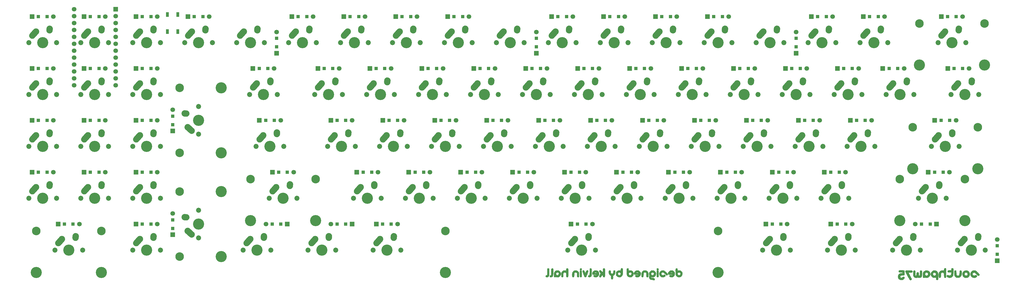
<source format=gbs>
G04 #@! TF.GenerationSoftware,KiCad,Pcbnew,5.1.6*
G04 #@! TF.CreationDate,2020-08-19T08:48:49-04:00*
G04 #@! TF.ProjectId,southpawpcb,736f7574-6870-4617-9770-63622e6b6963,rev?*
G04 #@! TF.SameCoordinates,Original*
G04 #@! TF.FileFunction,Soldermask,Bot*
G04 #@! TF.FilePolarity,Negative*
%FSLAX46Y46*%
G04 Gerber Fmt 4.6, Leading zero omitted, Abs format (unit mm)*
G04 Created by KiCad (PCBNEW 5.1.6) date 2020-08-19 08:48:49*
%MOMM*%
%LPD*%
G01*
G04 APERTURE LIST*
%ADD10C,0.010000*%
%ADD11R,1.700000X1.700000*%
%ADD12C,1.700000*%
%ADD13C,2.350000*%
%ADD14C,4.087800*%
%ADD15C,1.850000*%
%ADD16R,1.300000X1.300000*%
%ADD17C,3.148000*%
%ADD18R,1.100000X1.800000*%
G04 APERTURE END LIST*
D10*
G04 #@! TO.C,G\u002A\u002A\u002A*
G36*
X220965842Y-71738087D02*
G01*
X220836047Y-71855941D01*
X220785708Y-72016262D01*
X220827985Y-72189511D01*
X220898779Y-72282936D01*
X221061974Y-72386799D01*
X221236353Y-72375544D01*
X221358194Y-72309121D01*
X221466973Y-72169955D01*
X221489477Y-72025586D01*
X221456527Y-71830753D01*
X221349322Y-71723897D01*
X221161934Y-71692238D01*
X220965842Y-71738087D01*
G37*
X220965842Y-71738087D02*
X220836047Y-71855941D01*
X220785708Y-72016262D01*
X220827985Y-72189511D01*
X220898779Y-72282936D01*
X221061974Y-72386799D01*
X221236353Y-72375544D01*
X221358194Y-72309121D01*
X221466973Y-72169955D01*
X221489477Y-72025586D01*
X221456527Y-71830753D01*
X221349322Y-71723897D01*
X221161934Y-71692238D01*
X220965842Y-71738087D01*
G36*
X249100312Y-71740808D02*
G01*
X248992068Y-71863026D01*
X248949796Y-72023657D01*
X248983566Y-72187465D01*
X249088202Y-72309121D01*
X249275965Y-72392981D01*
X249444838Y-72362161D01*
X249547616Y-72282936D01*
X249650365Y-72115199D01*
X249651528Y-71945814D01*
X249564104Y-71801899D01*
X249401091Y-71710570D01*
X249264462Y-71692238D01*
X249100312Y-71740808D01*
G37*
X249100312Y-71740808D02*
X248992068Y-71863026D01*
X248949796Y-72023657D01*
X248983566Y-72187465D01*
X249088202Y-72309121D01*
X249275965Y-72392981D01*
X249444838Y-72362161D01*
X249547616Y-72282936D01*
X249650365Y-72115199D01*
X249651528Y-71945814D01*
X249564104Y-71801899D01*
X249401091Y-71710570D01*
X249264462Y-71692238D01*
X249100312Y-71740808D01*
G36*
X208966400Y-71730225D02*
G01*
X208919430Y-71763122D01*
X208891188Y-71837119D01*
X208870393Y-72000128D01*
X208856557Y-72260057D01*
X208849194Y-72624815D01*
X208847642Y-72929750D01*
X208844483Y-73282306D01*
X208836253Y-73597358D01*
X208823916Y-73854544D01*
X208808439Y-74033504D01*
X208791526Y-74112806D01*
X208700147Y-74190703D01*
X208553020Y-74261587D01*
X208541384Y-74265617D01*
X208360925Y-74377953D01*
X208272653Y-74547874D01*
X208288361Y-74749158D01*
X208305086Y-74791021D01*
X208362822Y-74883055D01*
X208451395Y-74927510D01*
X208609617Y-74940733D01*
X208661336Y-74941075D01*
X208942594Y-74905047D01*
X209143925Y-74808169D01*
X209273977Y-74710979D01*
X209373669Y-74608365D01*
X209446984Y-74483640D01*
X209497905Y-74320117D01*
X209530413Y-74101107D01*
X209548491Y-73809925D01*
X209556121Y-73429884D01*
X209557384Y-73075687D01*
X209556524Y-72668485D01*
X209553025Y-72363032D01*
X209545512Y-72142944D01*
X209532608Y-71991839D01*
X209512936Y-71893332D01*
X209485119Y-71831040D01*
X209449361Y-71789998D01*
X209303631Y-71715938D01*
X209124030Y-71695069D01*
X208966400Y-71730225D01*
G37*
X208966400Y-71730225D02*
X208919430Y-71763122D01*
X208891188Y-71837119D01*
X208870393Y-72000128D01*
X208856557Y-72260057D01*
X208849194Y-72624815D01*
X208847642Y-72929750D01*
X208844483Y-73282306D01*
X208836253Y-73597358D01*
X208823916Y-73854544D01*
X208808439Y-74033504D01*
X208791526Y-74112806D01*
X208700147Y-74190703D01*
X208553020Y-74261587D01*
X208541384Y-74265617D01*
X208360925Y-74377953D01*
X208272653Y-74547874D01*
X208288361Y-74749158D01*
X208305086Y-74791021D01*
X208362822Y-74883055D01*
X208451395Y-74927510D01*
X208609617Y-74940733D01*
X208661336Y-74941075D01*
X208942594Y-74905047D01*
X209143925Y-74808169D01*
X209273977Y-74710979D01*
X209373669Y-74608365D01*
X209446984Y-74483640D01*
X209497905Y-74320117D01*
X209530413Y-74101107D01*
X209548491Y-73809925D01*
X209556121Y-73429884D01*
X209557384Y-73075687D01*
X209556524Y-72668485D01*
X209553025Y-72363032D01*
X209545512Y-72142944D01*
X209532608Y-71991839D01*
X209512936Y-71893332D01*
X209485119Y-71831040D01*
X209449361Y-71789998D01*
X209303631Y-71715938D01*
X209124030Y-71695069D01*
X208966400Y-71730225D01*
G36*
X210501940Y-71722857D02*
G01*
X210417563Y-71768271D01*
X210356060Y-71853423D01*
X210313878Y-71992643D01*
X210287462Y-72200259D01*
X210273259Y-72490603D01*
X210267716Y-72878002D01*
X210267092Y-73096607D01*
X210266221Y-74176093D01*
X210103779Y-74233665D01*
X209952233Y-74293769D01*
X209852733Y-74341532D01*
X209781015Y-74439522D01*
X209746351Y-74596891D01*
X209754662Y-74759058D01*
X209796865Y-74856330D01*
X209915789Y-74919939D01*
X210103896Y-74941148D01*
X210320779Y-74921690D01*
X210526036Y-74863296D01*
X210609307Y-74821495D01*
X210741162Y-74727543D01*
X210842959Y-74615848D01*
X210918443Y-74470709D01*
X210971357Y-74276426D01*
X211005444Y-74017300D01*
X211024447Y-73677630D01*
X211032111Y-73241715D01*
X211032831Y-73045231D01*
X211032474Y-72644953D01*
X211029393Y-72346051D01*
X211022105Y-72131765D01*
X211009131Y-71985338D01*
X210988989Y-71890011D01*
X210960197Y-71829027D01*
X210921514Y-71785843D01*
X210752466Y-71707791D01*
X210612745Y-71702851D01*
X210501940Y-71722857D01*
G37*
X210501940Y-71722857D02*
X210417563Y-71768271D01*
X210356060Y-71853423D01*
X210313878Y-71992643D01*
X210287462Y-72200259D01*
X210273259Y-72490603D01*
X210267716Y-72878002D01*
X210267092Y-73096607D01*
X210266221Y-74176093D01*
X210103779Y-74233665D01*
X209952233Y-74293769D01*
X209852733Y-74341532D01*
X209781015Y-74439522D01*
X209746351Y-74596891D01*
X209754662Y-74759058D01*
X209796865Y-74856330D01*
X209915789Y-74919939D01*
X210103896Y-74941148D01*
X210320779Y-74921690D01*
X210526036Y-74863296D01*
X210609307Y-74821495D01*
X210741162Y-74727543D01*
X210842959Y-74615848D01*
X210918443Y-74470709D01*
X210971357Y-74276426D01*
X211005444Y-74017300D01*
X211024447Y-73677630D01*
X211032111Y-73241715D01*
X211032831Y-73045231D01*
X211032474Y-72644953D01*
X211029393Y-72346051D01*
X211022105Y-72131765D01*
X211009131Y-71985338D01*
X210988989Y-71890011D01*
X210960197Y-71829027D01*
X210921514Y-71785843D01*
X210752466Y-71707791D01*
X210612745Y-71702851D01*
X210501940Y-71722857D01*
G36*
X212232694Y-72489704D02*
G01*
X211950672Y-72587728D01*
X211708291Y-72768233D01*
X211599482Y-72884747D01*
X211452274Y-73095502D01*
X211352838Y-73339571D01*
X211294735Y-73641836D01*
X211271529Y-74027180D01*
X211270407Y-74156648D01*
X211281356Y-74483783D01*
X211319326Y-74710075D01*
X211392000Y-74851224D01*
X211507059Y-74922932D01*
X211654224Y-74941075D01*
X211799705Y-74925799D01*
X211885996Y-74888586D01*
X211889245Y-74884263D01*
X211971391Y-74857822D01*
X212073786Y-74884263D01*
X212212773Y-74914762D01*
X212419229Y-74935383D01*
X212596647Y-74941075D01*
X212826931Y-74931966D01*
X212996281Y-74893631D01*
X213161215Y-74809566D01*
X213253969Y-74749099D01*
X213533757Y-74495907D01*
X213719050Y-74192297D01*
X213809849Y-73858756D01*
X213808130Y-73699106D01*
X213079630Y-73699106D01*
X213035255Y-73903966D01*
X212917373Y-74079185D01*
X212736710Y-74197283D01*
X212545168Y-74232238D01*
X212327116Y-74177997D01*
X212194043Y-74076509D01*
X212060944Y-73872748D01*
X212040327Y-73652835D01*
X212131763Y-73435378D01*
X212210980Y-73341648D01*
X212418161Y-73200601D01*
X212634880Y-73176013D01*
X212851287Y-73268328D01*
X212904957Y-73310388D01*
X213039772Y-73492086D01*
X213079630Y-73699106D01*
X213808130Y-73699106D01*
X213806154Y-73515772D01*
X213707964Y-73183833D01*
X213515280Y-72883428D01*
X213253969Y-72652122D01*
X213075136Y-72542418D01*
X212918737Y-72484435D01*
X212730353Y-72462511D01*
X212586961Y-72460145D01*
X212232694Y-72489704D01*
G37*
X212232694Y-72489704D02*
X211950672Y-72587728D01*
X211708291Y-72768233D01*
X211599482Y-72884747D01*
X211452274Y-73095502D01*
X211352838Y-73339571D01*
X211294735Y-73641836D01*
X211271529Y-74027180D01*
X211270407Y-74156648D01*
X211281356Y-74483783D01*
X211319326Y-74710075D01*
X211392000Y-74851224D01*
X211507059Y-74922932D01*
X211654224Y-74941075D01*
X211799705Y-74925799D01*
X211885996Y-74888586D01*
X211889245Y-74884263D01*
X211971391Y-74857822D01*
X212073786Y-74884263D01*
X212212773Y-74914762D01*
X212419229Y-74935383D01*
X212596647Y-74941075D01*
X212826931Y-74931966D01*
X212996281Y-74893631D01*
X213161215Y-74809566D01*
X213253969Y-74749099D01*
X213533757Y-74495907D01*
X213719050Y-74192297D01*
X213809849Y-73858756D01*
X213808130Y-73699106D01*
X213079630Y-73699106D01*
X213035255Y-73903966D01*
X212917373Y-74079185D01*
X212736710Y-74197283D01*
X212545168Y-74232238D01*
X212327116Y-74177997D01*
X212194043Y-74076509D01*
X212060944Y-73872748D01*
X212040327Y-73652835D01*
X212131763Y-73435378D01*
X212210980Y-73341648D01*
X212418161Y-73200601D01*
X212634880Y-73176013D01*
X212851287Y-73268328D01*
X212904957Y-73310388D01*
X213039772Y-73492086D01*
X213079630Y-73699106D01*
X213808130Y-73699106D01*
X213806154Y-73515772D01*
X213707964Y-73183833D01*
X213515280Y-72883428D01*
X213253969Y-72652122D01*
X213075136Y-72542418D01*
X212918737Y-72484435D01*
X212730353Y-72462511D01*
X212586961Y-72460145D01*
X212232694Y-72489704D01*
G36*
X215981635Y-71714370D02*
G01*
X215879242Y-71794200D01*
X215829811Y-71951880D01*
X215818779Y-72161843D01*
X215818779Y-72489680D01*
X215292240Y-72489680D01*
X215032986Y-72492705D01*
X214856356Y-72507166D01*
X214726880Y-72541140D01*
X214609089Y-72602704D01*
X214514100Y-72666889D01*
X214331574Y-72829739D01*
X214170092Y-73029707D01*
X214125058Y-73104436D01*
X214063685Y-73234456D01*
X214023627Y-73365928D01*
X214000512Y-73528566D01*
X213989970Y-73752086D01*
X213987616Y-74038668D01*
X213991820Y-74384929D01*
X214008878Y-74630197D01*
X214045461Y-74791460D01*
X214108242Y-74885703D01*
X214203890Y-74929912D01*
X214339077Y-74941073D01*
X214342035Y-74941075D01*
X214488221Y-74927763D01*
X214588335Y-74875789D01*
X214650722Y-74767097D01*
X214683725Y-74583629D01*
X214695688Y-74307331D01*
X214696454Y-74174118D01*
X214714638Y-73788760D01*
X214773170Y-73506009D01*
X214878016Y-73315447D01*
X215035145Y-73206653D01*
X215250523Y-73169209D01*
X215272130Y-73168982D01*
X215466357Y-73222578D01*
X215642387Y-73364155D01*
X215763328Y-73562454D01*
X215788141Y-73685748D01*
X215807220Y-73891008D01*
X215817664Y-74142095D01*
X215818779Y-74253805D01*
X215826959Y-74553717D01*
X215850492Y-74762922D01*
X215887868Y-74868289D01*
X215889663Y-74870192D01*
X216028540Y-74936156D01*
X216206207Y-74935174D01*
X216368515Y-74873236D01*
X216435662Y-74809793D01*
X216465575Y-74750214D01*
X216488430Y-74658045D01*
X216505106Y-74518647D01*
X216516481Y-74317380D01*
X216523435Y-74039606D01*
X216526846Y-73670686D01*
X216527616Y-73278198D01*
X216526784Y-72804814D01*
X216522205Y-72436414D01*
X216510759Y-72159845D01*
X216489324Y-71961953D01*
X216454779Y-71829585D01*
X216404001Y-71749587D01*
X216333871Y-71708806D01*
X216241266Y-71694087D01*
X216151258Y-71692238D01*
X215981635Y-71714370D01*
G37*
X215981635Y-71714370D02*
X215879242Y-71794200D01*
X215829811Y-71951880D01*
X215818779Y-72161843D01*
X215818779Y-72489680D01*
X215292240Y-72489680D01*
X215032986Y-72492705D01*
X214856356Y-72507166D01*
X214726880Y-72541140D01*
X214609089Y-72602704D01*
X214514100Y-72666889D01*
X214331574Y-72829739D01*
X214170092Y-73029707D01*
X214125058Y-73104436D01*
X214063685Y-73234456D01*
X214023627Y-73365928D01*
X214000512Y-73528566D01*
X213989970Y-73752086D01*
X213987616Y-74038668D01*
X213991820Y-74384929D01*
X214008878Y-74630197D01*
X214045461Y-74791460D01*
X214108242Y-74885703D01*
X214203890Y-74929912D01*
X214339077Y-74941073D01*
X214342035Y-74941075D01*
X214488221Y-74927763D01*
X214588335Y-74875789D01*
X214650722Y-74767097D01*
X214683725Y-74583629D01*
X214695688Y-74307331D01*
X214696454Y-74174118D01*
X214714638Y-73788760D01*
X214773170Y-73506009D01*
X214878016Y-73315447D01*
X215035145Y-73206653D01*
X215250523Y-73169209D01*
X215272130Y-73168982D01*
X215466357Y-73222578D01*
X215642387Y-73364155D01*
X215763328Y-73562454D01*
X215788141Y-73685748D01*
X215807220Y-73891008D01*
X215817664Y-74142095D01*
X215818779Y-74253805D01*
X215826959Y-74553717D01*
X215850492Y-74762922D01*
X215887868Y-74868289D01*
X215889663Y-74870192D01*
X216028540Y-74936156D01*
X216206207Y-74935174D01*
X216368515Y-74873236D01*
X216435662Y-74809793D01*
X216465575Y-74750214D01*
X216488430Y-74658045D01*
X216505106Y-74518647D01*
X216516481Y-74317380D01*
X216523435Y-74039606D01*
X216526846Y-73670686D01*
X216527616Y-73278198D01*
X216526784Y-72804814D01*
X216522205Y-72436414D01*
X216510759Y-72159845D01*
X216489324Y-71961953D01*
X216454779Y-71829585D01*
X216404001Y-71749587D01*
X216333871Y-71708806D01*
X216241266Y-71694087D01*
X216151258Y-71692238D01*
X215981635Y-71714370D01*
G36*
X218919183Y-72484686D02*
G01*
X218653515Y-72567519D01*
X218423944Y-72724761D01*
X218288873Y-72860423D01*
X218143554Y-73046725D01*
X218044032Y-73245438D01*
X217982862Y-73483785D01*
X217952600Y-73788992D01*
X217945620Y-74115723D01*
X217954877Y-74451110D01*
X217988031Y-74685411D01*
X218052470Y-74834520D01*
X218155581Y-74914330D01*
X218304751Y-74940736D01*
X218329244Y-74941075D01*
X218482310Y-74922021D01*
X218590124Y-74854225D01*
X218659885Y-74721737D01*
X218698792Y-74508608D01*
X218714042Y-74198888D01*
X218715076Y-74086188D01*
X218721300Y-73778431D01*
X218742874Y-73564465D01*
X218787608Y-73420181D01*
X218863311Y-73321472D01*
X218977790Y-73244229D01*
X218989896Y-73237701D01*
X219221762Y-73170993D01*
X219442480Y-73221407D01*
X219603788Y-73341648D01*
X219680816Y-73423559D01*
X219730671Y-73502216D01*
X219759260Y-73604753D01*
X219772489Y-73758304D01*
X219776265Y-73990003D01*
X219776454Y-74134871D01*
X219780534Y-74434866D01*
X219794644Y-74638501D01*
X219821590Y-74767332D01*
X219864176Y-74842916D01*
X219869278Y-74848252D01*
X220002212Y-74917521D01*
X220177908Y-74938090D01*
X220341853Y-74909251D01*
X220423742Y-74855458D01*
X220456099Y-74765177D01*
X220474651Y-74583205D01*
X220479960Y-74300254D01*
X220475277Y-74003776D01*
X220466093Y-73688079D01*
X220454094Y-73464895D01*
X220434287Y-73308618D01*
X220401679Y-73193643D01*
X220351275Y-73094363D01*
X220278084Y-72985172D01*
X220276090Y-72982337D01*
X220029561Y-72709060D01*
X219740292Y-72540008D01*
X219390630Y-72466146D01*
X219257696Y-72461117D01*
X218919183Y-72484686D01*
G37*
X218919183Y-72484686D02*
X218653515Y-72567519D01*
X218423944Y-72724761D01*
X218288873Y-72860423D01*
X218143554Y-73046725D01*
X218044032Y-73245438D01*
X217982862Y-73483785D01*
X217952600Y-73788992D01*
X217945620Y-74115723D01*
X217954877Y-74451110D01*
X217988031Y-74685411D01*
X218052470Y-74834520D01*
X218155581Y-74914330D01*
X218304751Y-74940736D01*
X218329244Y-74941075D01*
X218482310Y-74922021D01*
X218590124Y-74854225D01*
X218659885Y-74721737D01*
X218698792Y-74508608D01*
X218714042Y-74198888D01*
X218715076Y-74086188D01*
X218721300Y-73778431D01*
X218742874Y-73564465D01*
X218787608Y-73420181D01*
X218863311Y-73321472D01*
X218977790Y-73244229D01*
X218989896Y-73237701D01*
X219221762Y-73170993D01*
X219442480Y-73221407D01*
X219603788Y-73341648D01*
X219680816Y-73423559D01*
X219730671Y-73502216D01*
X219759260Y-73604753D01*
X219772489Y-73758304D01*
X219776265Y-73990003D01*
X219776454Y-74134871D01*
X219780534Y-74434866D01*
X219794644Y-74638501D01*
X219821590Y-74767332D01*
X219864176Y-74842916D01*
X219869278Y-74848252D01*
X220002212Y-74917521D01*
X220177908Y-74938090D01*
X220341853Y-74909251D01*
X220423742Y-74855458D01*
X220456099Y-74765177D01*
X220474651Y-74583205D01*
X220479960Y-74300254D01*
X220475277Y-74003776D01*
X220466093Y-73688079D01*
X220454094Y-73464895D01*
X220434287Y-73308618D01*
X220401679Y-73193643D01*
X220351275Y-73094363D01*
X220278084Y-72985172D01*
X220276090Y-72982337D01*
X220029561Y-72709060D01*
X219740292Y-72540008D01*
X219390630Y-72466146D01*
X219257696Y-72461117D01*
X218919183Y-72484686D01*
G36*
X221031249Y-72469931D02*
G01*
X220937309Y-72508921D01*
X220869992Y-72591562D01*
X220824986Y-72732299D01*
X220797976Y-72945581D01*
X220784650Y-73245855D01*
X220780692Y-73647566D01*
X220780640Y-73717637D01*
X220784246Y-74078472D01*
X220794348Y-74389982D01*
X220809875Y-74632707D01*
X220829752Y-74787185D01*
X220841788Y-74826819D01*
X220941025Y-74904154D01*
X221102130Y-74941324D01*
X221274566Y-74934530D01*
X221407798Y-74879971D01*
X221418593Y-74870192D01*
X221446721Y-74796703D01*
X221467357Y-74634935D01*
X221480989Y-74376825D01*
X221488108Y-74014312D01*
X221489477Y-73700610D01*
X221488264Y-73288099D01*
X221481963Y-72978864D01*
X221466581Y-72758050D01*
X221438127Y-72610798D01*
X221392607Y-72522252D01*
X221326029Y-72477554D01*
X221234401Y-72461847D01*
X221156129Y-72460145D01*
X221031249Y-72469931D01*
G37*
X221031249Y-72469931D02*
X220937309Y-72508921D01*
X220869992Y-72591562D01*
X220824986Y-72732299D01*
X220797976Y-72945581D01*
X220784650Y-73245855D01*
X220780692Y-73647566D01*
X220780640Y-73717637D01*
X220784246Y-74078472D01*
X220794348Y-74389982D01*
X220809875Y-74632707D01*
X220829752Y-74787185D01*
X220841788Y-74826819D01*
X220941025Y-74904154D01*
X221102130Y-74941324D01*
X221274566Y-74934530D01*
X221407798Y-74879971D01*
X221418593Y-74870192D01*
X221446721Y-74796703D01*
X221467357Y-74634935D01*
X221480989Y-74376825D01*
X221488108Y-74014312D01*
X221489477Y-73700610D01*
X221488264Y-73288099D01*
X221481963Y-72978864D01*
X221466581Y-72758050D01*
X221438127Y-72610798D01*
X221392607Y-72522252D01*
X221326029Y-72477554D01*
X221234401Y-72461847D01*
X221156129Y-72460145D01*
X221031249Y-72469931D01*
G36*
X223350833Y-72469664D02*
G01*
X223228328Y-72598909D01*
X223106215Y-72826215D01*
X223022648Y-73028143D01*
X222936543Y-73246615D01*
X222866715Y-73415852D01*
X222823505Y-73511161D01*
X222815259Y-73523401D01*
X222788570Y-73472415D01*
X222732126Y-73337258D01*
X222656967Y-73144634D01*
X222638245Y-73095145D01*
X222508487Y-72783671D01*
X222387823Y-72577055D01*
X222264217Y-72463919D01*
X222125636Y-72432886D01*
X221974119Y-72467235D01*
X221867024Y-72518405D01*
X221798459Y-72588638D01*
X221769687Y-72692788D01*
X221781971Y-72845705D01*
X221836573Y-73062241D01*
X221934756Y-73357249D01*
X222077782Y-73745580D01*
X222084247Y-73762717D01*
X222209231Y-74086414D01*
X222326517Y-74376594D01*
X222427465Y-74612904D01*
X222503434Y-74774989D01*
X222540562Y-74837703D01*
X222683290Y-74925031D01*
X222862474Y-74939936D01*
X223027937Y-74885032D01*
X223107646Y-74808169D01*
X223156902Y-74709730D01*
X223238777Y-74522383D01*
X223344245Y-74267773D01*
X223464281Y-73967547D01*
X223550762Y-73745419D01*
X223696703Y-73356311D01*
X223795932Y-73060306D01*
X223849560Y-72842480D01*
X223858696Y-72687909D01*
X223824452Y-72581669D01*
X223747936Y-72508835D01*
X223646349Y-72460459D01*
X223486062Y-72427256D01*
X223350833Y-72469664D01*
G37*
X223350833Y-72469664D02*
X223228328Y-72598909D01*
X223106215Y-72826215D01*
X223022648Y-73028143D01*
X222936543Y-73246615D01*
X222866715Y-73415852D01*
X222823505Y-73511161D01*
X222815259Y-73523401D01*
X222788570Y-73472415D01*
X222732126Y-73337258D01*
X222656967Y-73144634D01*
X222638245Y-73095145D01*
X222508487Y-72783671D01*
X222387823Y-72577055D01*
X222264217Y-72463919D01*
X222125636Y-72432886D01*
X221974119Y-72467235D01*
X221867024Y-72518405D01*
X221798459Y-72588638D01*
X221769687Y-72692788D01*
X221781971Y-72845705D01*
X221836573Y-73062241D01*
X221934756Y-73357249D01*
X222077782Y-73745580D01*
X222084247Y-73762717D01*
X222209231Y-74086414D01*
X222326517Y-74376594D01*
X222427465Y-74612904D01*
X222503434Y-74774989D01*
X222540562Y-74837703D01*
X222683290Y-74925031D01*
X222862474Y-74939936D01*
X223027937Y-74885032D01*
X223107646Y-74808169D01*
X223156902Y-74709730D01*
X223238777Y-74522383D01*
X223344245Y-74267773D01*
X223464281Y-73967547D01*
X223550762Y-73745419D01*
X223696703Y-73356311D01*
X223795932Y-73060306D01*
X223849560Y-72842480D01*
X223858696Y-72687909D01*
X223824452Y-72581669D01*
X223747936Y-72508835D01*
X223646349Y-72460459D01*
X223486062Y-72427256D01*
X223350833Y-72469664D01*
G36*
X224613126Y-71694538D02*
G01*
X224486839Y-71739271D01*
X224461219Y-71766075D01*
X224444959Y-71845810D01*
X224427960Y-72024197D01*
X224411450Y-72281766D01*
X224396657Y-72599045D01*
X224384810Y-72956564D01*
X224383895Y-72991423D01*
X224354361Y-74142933D01*
X224118081Y-74253625D01*
X223930954Y-74354389D01*
X223832124Y-74451471D01*
X223796372Y-74573915D01*
X223794102Y-74626740D01*
X223843263Y-74783731D01*
X223975942Y-74890556D01*
X224166138Y-74941350D01*
X224387850Y-74930245D01*
X224615076Y-74851374D01*
X224665017Y-74823255D01*
X224799267Y-74734118D01*
X224902140Y-74640230D01*
X224977780Y-74525088D01*
X225030330Y-74372191D01*
X225063934Y-74165039D01*
X225082734Y-73887131D01*
X225090875Y-73521964D01*
X225092512Y-73120797D01*
X225089551Y-72704734D01*
X225080960Y-72350061D01*
X225067422Y-72071498D01*
X225049619Y-71883765D01*
X225031585Y-71806494D01*
X224935640Y-71731703D01*
X224779440Y-71693199D01*
X224613126Y-71694538D01*
G37*
X224613126Y-71694538D02*
X224486839Y-71739271D01*
X224461219Y-71766075D01*
X224444959Y-71845810D01*
X224427960Y-72024197D01*
X224411450Y-72281766D01*
X224396657Y-72599045D01*
X224384810Y-72956564D01*
X224383895Y-72991423D01*
X224354361Y-74142933D01*
X224118081Y-74253625D01*
X223930954Y-74354389D01*
X223832124Y-74451471D01*
X223796372Y-74573915D01*
X223794102Y-74626740D01*
X223843263Y-74783731D01*
X223975942Y-74890556D01*
X224166138Y-74941350D01*
X224387850Y-74930245D01*
X224615076Y-74851374D01*
X224665017Y-74823255D01*
X224799267Y-74734118D01*
X224902140Y-74640230D01*
X224977780Y-74525088D01*
X225030330Y-74372191D01*
X225063934Y-74165039D01*
X225082734Y-73887131D01*
X225090875Y-73521964D01*
X225092512Y-73120797D01*
X225089551Y-72704734D01*
X225080960Y-72350061D01*
X225067422Y-72071498D01*
X225049619Y-71883765D01*
X225031585Y-71806494D01*
X224935640Y-71731703D01*
X224779440Y-71693199D01*
X224613126Y-71694538D01*
G36*
X226220263Y-72504898D02*
G01*
X225945144Y-72609429D01*
X225897688Y-72638816D01*
X225632743Y-72879538D01*
X225441375Y-73179806D01*
X225344585Y-73505736D01*
X225341059Y-73536943D01*
X225330019Y-73708654D01*
X225345952Y-73831209D01*
X225405050Y-73912937D01*
X225523508Y-73962171D01*
X225717520Y-73987243D01*
X226003280Y-73996483D01*
X226237058Y-73997924D01*
X227012500Y-73999890D01*
X226865739Y-74121983D01*
X226735779Y-74202221D01*
X226587096Y-74217869D01*
X226481785Y-74204570D01*
X226184324Y-74173586D01*
X225980677Y-74200720D01*
X225858625Y-74291994D01*
X225805951Y-74453427D01*
X225801570Y-74539745D01*
X225855458Y-74712646D01*
X226011677Y-74839509D01*
X226262060Y-74916091D01*
X226569477Y-74938490D01*
X226843605Y-74919587D01*
X227063600Y-74871041D01*
X227130640Y-74842923D01*
X227441436Y-74620881D01*
X227663164Y-74342216D01*
X227795780Y-74026173D01*
X227839243Y-73691995D01*
X227796747Y-73382517D01*
X226945499Y-73382517D01*
X226879135Y-73399035D01*
X226726314Y-73403614D01*
X226563864Y-73403296D01*
X226126454Y-73401331D01*
X226265905Y-73285157D01*
X226451738Y-73190865D01*
X226657758Y-73175669D01*
X226838879Y-73239427D01*
X226894361Y-73287122D01*
X226944282Y-73347424D01*
X226945499Y-73382517D01*
X227796747Y-73382517D01*
X227793507Y-73358925D01*
X227658530Y-73046205D01*
X227434269Y-72773081D01*
X227135762Y-72566415D01*
X226862604Y-72480641D01*
X226541761Y-72461052D01*
X226220263Y-72504898D01*
G37*
X226220263Y-72504898D02*
X225945144Y-72609429D01*
X225897688Y-72638816D01*
X225632743Y-72879538D01*
X225441375Y-73179806D01*
X225344585Y-73505736D01*
X225341059Y-73536943D01*
X225330019Y-73708654D01*
X225345952Y-73831209D01*
X225405050Y-73912937D01*
X225523508Y-73962171D01*
X225717520Y-73987243D01*
X226003280Y-73996483D01*
X226237058Y-73997924D01*
X227012500Y-73999890D01*
X226865739Y-74121983D01*
X226735779Y-74202221D01*
X226587096Y-74217869D01*
X226481785Y-74204570D01*
X226184324Y-74173586D01*
X225980677Y-74200720D01*
X225858625Y-74291994D01*
X225805951Y-74453427D01*
X225801570Y-74539745D01*
X225855458Y-74712646D01*
X226011677Y-74839509D01*
X226262060Y-74916091D01*
X226569477Y-74938490D01*
X226843605Y-74919587D01*
X227063600Y-74871041D01*
X227130640Y-74842923D01*
X227441436Y-74620881D01*
X227663164Y-74342216D01*
X227795780Y-74026173D01*
X227839243Y-73691995D01*
X227796747Y-73382517D01*
X226945499Y-73382517D01*
X226879135Y-73399035D01*
X226726314Y-73403614D01*
X226563864Y-73403296D01*
X226126454Y-73401331D01*
X226265905Y-73285157D01*
X226451738Y-73190865D01*
X226657758Y-73175669D01*
X226838879Y-73239427D01*
X226894361Y-73287122D01*
X226944282Y-73347424D01*
X226945499Y-73382517D01*
X227796747Y-73382517D01*
X227793507Y-73358925D01*
X227658530Y-73046205D01*
X227434269Y-72773081D01*
X227135762Y-72566415D01*
X226862604Y-72480641D01*
X226541761Y-72461052D01*
X226220263Y-72504898D01*
G36*
X235957501Y-71750789D02*
G01*
X235929350Y-71778158D01*
X235833675Y-71904585D01*
X235791275Y-72061577D01*
X235784361Y-72214379D01*
X235784361Y-72505611D01*
X235402436Y-72474954D01*
X235167524Y-72464579D01*
X234989112Y-72486219D01*
X234807450Y-72550847D01*
X234690586Y-72605714D01*
X234398560Y-72782837D01*
X234202257Y-72992302D01*
X234088404Y-73256619D01*
X234043727Y-73598299D01*
X234041802Y-73705976D01*
X234046485Y-73949954D01*
X234067406Y-74117166D01*
X234114874Y-74248836D01*
X234199199Y-74386190D01*
X234219012Y-74414592D01*
X234479300Y-74690028D01*
X234800174Y-74864221D01*
X235180053Y-74936388D01*
X235276791Y-74938465D01*
X235631548Y-74900958D01*
X235852762Y-74821703D01*
X236120615Y-74623547D01*
X236340508Y-74353460D01*
X236479541Y-74052874D01*
X236487980Y-74021743D01*
X236510335Y-73873744D01*
X236518359Y-73772861D01*
X235785114Y-73772861D01*
X235703610Y-73986333D01*
X235628631Y-74076509D01*
X235424870Y-74209608D01*
X235204958Y-74230225D01*
X234987500Y-74138790D01*
X234893770Y-74059573D01*
X234759199Y-73855666D01*
X234731135Y-73639818D01*
X234805697Y-73438484D01*
X234979005Y-73278120D01*
X235010983Y-73260416D01*
X235232059Y-73179951D01*
X235416112Y-73200017D01*
X235594574Y-73324867D01*
X235611695Y-73341648D01*
X235754333Y-73551764D01*
X235785114Y-73772861D01*
X236518359Y-73772861D01*
X236529310Y-73635193D01*
X236543429Y-73333660D01*
X236551213Y-72996716D01*
X236552268Y-72822229D01*
X236552268Y-71878022D01*
X236396627Y-71755595D01*
X236233315Y-71654467D01*
X236099532Y-71652257D01*
X235957501Y-71750789D01*
G37*
X235957501Y-71750789D02*
X235929350Y-71778158D01*
X235833675Y-71904585D01*
X235791275Y-72061577D01*
X235784361Y-72214379D01*
X235784361Y-72505611D01*
X235402436Y-72474954D01*
X235167524Y-72464579D01*
X234989112Y-72486219D01*
X234807450Y-72550847D01*
X234690586Y-72605714D01*
X234398560Y-72782837D01*
X234202257Y-72992302D01*
X234088404Y-73256619D01*
X234043727Y-73598299D01*
X234041802Y-73705976D01*
X234046485Y-73949954D01*
X234067406Y-74117166D01*
X234114874Y-74248836D01*
X234199199Y-74386190D01*
X234219012Y-74414592D01*
X234479300Y-74690028D01*
X234800174Y-74864221D01*
X235180053Y-74936388D01*
X235276791Y-74938465D01*
X235631548Y-74900958D01*
X235852762Y-74821703D01*
X236120615Y-74623547D01*
X236340508Y-74353460D01*
X236479541Y-74052874D01*
X236487980Y-74021743D01*
X236510335Y-73873744D01*
X236518359Y-73772861D01*
X235785114Y-73772861D01*
X235703610Y-73986333D01*
X235628631Y-74076509D01*
X235424870Y-74209608D01*
X235204958Y-74230225D01*
X234987500Y-74138790D01*
X234893770Y-74059573D01*
X234759199Y-73855666D01*
X234731135Y-73639818D01*
X234805697Y-73438484D01*
X234979005Y-73278120D01*
X235010983Y-73260416D01*
X235232059Y-73179951D01*
X235416112Y-73200017D01*
X235594574Y-73324867D01*
X235611695Y-73341648D01*
X235754333Y-73551764D01*
X235785114Y-73772861D01*
X236518359Y-73772861D01*
X236529310Y-73635193D01*
X236543429Y-73333660D01*
X236551213Y-72996716D01*
X236552268Y-72822229D01*
X236552268Y-71878022D01*
X236396627Y-71755595D01*
X236233315Y-71654467D01*
X236099532Y-71652257D01*
X235957501Y-71750789D01*
G36*
X238143627Y-71713637D02*
G01*
X238043615Y-71785850D01*
X238031090Y-71806494D01*
X238009379Y-71906183D01*
X237991666Y-72105595D01*
X237978918Y-72386355D01*
X237972103Y-72730086D01*
X237971239Y-72943587D01*
X237973492Y-73332479D01*
X237980306Y-73623664D01*
X237993460Y-73837544D01*
X238014730Y-73994520D01*
X238045894Y-74114993D01*
X238080925Y-74202703D01*
X238264107Y-74496411D01*
X238506651Y-74734043D01*
X238721184Y-74860741D01*
X238969267Y-74922896D01*
X239267051Y-74936725D01*
X239561828Y-74904038D01*
X239800890Y-74826644D01*
X239806992Y-74823470D01*
X240115833Y-74601740D01*
X240333881Y-74323870D01*
X240461363Y-74009041D01*
X240489924Y-73753256D01*
X239760823Y-73753256D01*
X239692916Y-73953454D01*
X239554959Y-74112070D01*
X239370320Y-74211075D01*
X239162366Y-74232439D01*
X238954465Y-74158131D01*
X238936342Y-74145986D01*
X238778346Y-73972490D01*
X238706904Y-73754537D01*
X238734548Y-73531765D01*
X238738823Y-73521048D01*
X238874288Y-73319629D01*
X239060115Y-73202895D01*
X239268460Y-73170609D01*
X239471476Y-73222537D01*
X239641319Y-73358440D01*
X239735313Y-73529509D01*
X239760823Y-73753256D01*
X240489924Y-73753256D01*
X240498503Y-73676431D01*
X240445526Y-73345218D01*
X240302659Y-73034583D01*
X240070126Y-72763703D01*
X239780495Y-72567770D01*
X239623937Y-72501284D01*
X239461711Y-72469606D01*
X239249482Y-72466516D01*
X239110367Y-72473774D01*
X238678779Y-72501472D01*
X238678779Y-72211111D01*
X238663129Y-71955986D01*
X238607598Y-71797028D01*
X238499315Y-71715394D01*
X238325408Y-71692239D01*
X238324361Y-71692238D01*
X238143627Y-71713637D01*
G37*
X238143627Y-71713637D02*
X238043615Y-71785850D01*
X238031090Y-71806494D01*
X238009379Y-71906183D01*
X237991666Y-72105595D01*
X237978918Y-72386355D01*
X237972103Y-72730086D01*
X237971239Y-72943587D01*
X237973492Y-73332479D01*
X237980306Y-73623664D01*
X237993460Y-73837544D01*
X238014730Y-73994520D01*
X238045894Y-74114993D01*
X238080925Y-74202703D01*
X238264107Y-74496411D01*
X238506651Y-74734043D01*
X238721184Y-74860741D01*
X238969267Y-74922896D01*
X239267051Y-74936725D01*
X239561828Y-74904038D01*
X239800890Y-74826644D01*
X239806992Y-74823470D01*
X240115833Y-74601740D01*
X240333881Y-74323870D01*
X240461363Y-74009041D01*
X240489924Y-73753256D01*
X239760823Y-73753256D01*
X239692916Y-73953454D01*
X239554959Y-74112070D01*
X239370320Y-74211075D01*
X239162366Y-74232439D01*
X238954465Y-74158131D01*
X238936342Y-74145986D01*
X238778346Y-73972490D01*
X238706904Y-73754537D01*
X238734548Y-73531765D01*
X238738823Y-73521048D01*
X238874288Y-73319629D01*
X239060115Y-73202895D01*
X239268460Y-73170609D01*
X239471476Y-73222537D01*
X239641319Y-73358440D01*
X239735313Y-73529509D01*
X239760823Y-73753256D01*
X240489924Y-73753256D01*
X240498503Y-73676431D01*
X240445526Y-73345218D01*
X240302659Y-73034583D01*
X240070126Y-72763703D01*
X239780495Y-72567770D01*
X239623937Y-72501284D01*
X239461711Y-72469606D01*
X239249482Y-72466516D01*
X239110367Y-72473774D01*
X238678779Y-72501472D01*
X238678779Y-72211111D01*
X238663129Y-71955986D01*
X238607598Y-71797028D01*
X238499315Y-71715394D01*
X238325408Y-71692239D01*
X238324361Y-71692238D01*
X238143627Y-71713637D01*
G36*
X241595500Y-72481515D02*
G01*
X241379324Y-72539720D01*
X241207182Y-72647554D01*
X241013810Y-72820697D01*
X240835511Y-73021279D01*
X240708591Y-73211426D01*
X240684515Y-73264521D01*
X240640758Y-73449778D01*
X240630782Y-73653832D01*
X240653576Y-73830326D01*
X240698965Y-73925075D01*
X240795190Y-73959978D01*
X241003935Y-73983516D01*
X241327229Y-73995867D01*
X241540709Y-73997924D01*
X242311570Y-73999890D01*
X242164809Y-74121983D01*
X242034849Y-74202221D01*
X241886166Y-74217869D01*
X241780855Y-74204570D01*
X241483394Y-74173586D01*
X241279746Y-74200720D01*
X241157694Y-74291994D01*
X241105021Y-74453427D01*
X241100640Y-74539745D01*
X241154528Y-74712646D01*
X241310747Y-74839509D01*
X241561130Y-74916091D01*
X241868547Y-74938490D01*
X242142675Y-74919587D01*
X242362670Y-74871041D01*
X242429709Y-74842923D01*
X242738342Y-74622165D01*
X242959262Y-74344413D01*
X243092323Y-74029048D01*
X243137380Y-73695451D01*
X243096817Y-73382517D01*
X242244569Y-73382517D01*
X242178205Y-73399035D01*
X242025384Y-73403614D01*
X241862934Y-73403296D01*
X241425523Y-73401331D01*
X241564974Y-73285157D01*
X241750808Y-73190865D01*
X241956828Y-73175669D01*
X242137948Y-73239427D01*
X242193430Y-73287122D01*
X242243352Y-73347424D01*
X242244569Y-73382517D01*
X243096817Y-73382517D01*
X243094287Y-73363003D01*
X242962897Y-73051085D01*
X242743064Y-72779077D01*
X242446830Y-72572536D01*
X242198997Y-72492545D01*
X241897157Y-72461649D01*
X241595500Y-72481515D01*
G37*
X241595500Y-72481515D02*
X241379324Y-72539720D01*
X241207182Y-72647554D01*
X241013810Y-72820697D01*
X240835511Y-73021279D01*
X240708591Y-73211426D01*
X240684515Y-73264521D01*
X240640758Y-73449778D01*
X240630782Y-73653832D01*
X240653576Y-73830326D01*
X240698965Y-73925075D01*
X240795190Y-73959978D01*
X241003935Y-73983516D01*
X241327229Y-73995867D01*
X241540709Y-73997924D01*
X242311570Y-73999890D01*
X242164809Y-74121983D01*
X242034849Y-74202221D01*
X241886166Y-74217869D01*
X241780855Y-74204570D01*
X241483394Y-74173586D01*
X241279746Y-74200720D01*
X241157694Y-74291994D01*
X241105021Y-74453427D01*
X241100640Y-74539745D01*
X241154528Y-74712646D01*
X241310747Y-74839509D01*
X241561130Y-74916091D01*
X241868547Y-74938490D01*
X242142675Y-74919587D01*
X242362670Y-74871041D01*
X242429709Y-74842923D01*
X242738342Y-74622165D01*
X242959262Y-74344413D01*
X243092323Y-74029048D01*
X243137380Y-73695451D01*
X243096817Y-73382517D01*
X242244569Y-73382517D01*
X242178205Y-73399035D01*
X242025384Y-73403614D01*
X241862934Y-73403296D01*
X241425523Y-73401331D01*
X241564974Y-73285157D01*
X241750808Y-73190865D01*
X241956828Y-73175669D01*
X242137948Y-73239427D01*
X242193430Y-73287122D01*
X242243352Y-73347424D01*
X242244569Y-73382517D01*
X243096817Y-73382517D01*
X243094287Y-73363003D01*
X242962897Y-73051085D01*
X242743064Y-72779077D01*
X242446830Y-72572536D01*
X242198997Y-72492545D01*
X241897157Y-72461649D01*
X241595500Y-72481515D01*
G36*
X244260987Y-72504964D02*
G01*
X243949797Y-72641797D01*
X243675809Y-72882763D01*
X243616720Y-72952737D01*
X243543126Y-73047540D01*
X243491984Y-73133584D01*
X243458551Y-73234835D01*
X243438086Y-73375262D01*
X243425846Y-73578830D01*
X243417090Y-73869508D01*
X243414493Y-73974821D01*
X243408793Y-74333834D01*
X243415531Y-74591492D01*
X243440070Y-74764365D01*
X243487777Y-74869027D01*
X243564016Y-74922048D01*
X243674153Y-74940001D01*
X243727322Y-74941075D01*
X243883097Y-74924401D01*
X243991601Y-74863180D01*
X244060726Y-74740617D01*
X244098362Y-74539915D01*
X244112399Y-74244280D01*
X244113198Y-74119671D01*
X244114665Y-73845270D01*
X244123158Y-73661341D01*
X244144818Y-73540221D01*
X244185784Y-73454247D01*
X244252194Y-73375753D01*
X244285863Y-73341648D01*
X244492647Y-73198073D01*
X244703991Y-73172134D01*
X244913565Y-73263832D01*
X245003788Y-73341648D01*
X245081079Y-73423905D01*
X245130994Y-73502933D01*
X245159514Y-73606035D01*
X245172618Y-73760513D01*
X245176287Y-73993671D01*
X245176454Y-74129935D01*
X245179431Y-74416664D01*
X245190798Y-74609486D01*
X245214211Y-74732539D01*
X245253325Y-74809961D01*
X245284477Y-74843316D01*
X245455263Y-74931382D01*
X245645064Y-74933235D01*
X245809234Y-74852823D01*
X245861935Y-74792261D01*
X245910199Y-74648889D01*
X245936875Y-74421660D01*
X245943187Y-74142633D01*
X245930360Y-73843867D01*
X245899618Y-73557422D01*
X245852185Y-73315355D01*
X245799939Y-73168982D01*
X245582234Y-72842055D01*
X245312137Y-72619021D01*
X244980295Y-72494211D01*
X244632411Y-72461117D01*
X244260987Y-72504964D01*
G37*
X244260987Y-72504964D02*
X243949797Y-72641797D01*
X243675809Y-72882763D01*
X243616720Y-72952737D01*
X243543126Y-73047540D01*
X243491984Y-73133584D01*
X243458551Y-73234835D01*
X243438086Y-73375262D01*
X243425846Y-73578830D01*
X243417090Y-73869508D01*
X243414493Y-73974821D01*
X243408793Y-74333834D01*
X243415531Y-74591492D01*
X243440070Y-74764365D01*
X243487777Y-74869027D01*
X243564016Y-74922048D01*
X243674153Y-74940001D01*
X243727322Y-74941075D01*
X243883097Y-74924401D01*
X243991601Y-74863180D01*
X244060726Y-74740617D01*
X244098362Y-74539915D01*
X244112399Y-74244280D01*
X244113198Y-74119671D01*
X244114665Y-73845270D01*
X244123158Y-73661341D01*
X244144818Y-73540221D01*
X244185784Y-73454247D01*
X244252194Y-73375753D01*
X244285863Y-73341648D01*
X244492647Y-73198073D01*
X244703991Y-73172134D01*
X244913565Y-73263832D01*
X245003788Y-73341648D01*
X245081079Y-73423905D01*
X245130994Y-73502933D01*
X245159514Y-73606035D01*
X245172618Y-73760513D01*
X245176287Y-73993671D01*
X245176454Y-74129935D01*
X245179431Y-74416664D01*
X245190798Y-74609486D01*
X245214211Y-74732539D01*
X245253325Y-74809961D01*
X245284477Y-74843316D01*
X245455263Y-74931382D01*
X245645064Y-74933235D01*
X245809234Y-74852823D01*
X245861935Y-74792261D01*
X245910199Y-74648889D01*
X245936875Y-74421660D01*
X245943187Y-74142633D01*
X245930360Y-73843867D01*
X245899618Y-73557422D01*
X245852185Y-73315355D01*
X245799939Y-73168982D01*
X245582234Y-72842055D01*
X245312137Y-72619021D01*
X244980295Y-72494211D01*
X244632411Y-72461117D01*
X244260987Y-72504964D01*
G36*
X249101703Y-72493121D02*
G01*
X249018067Y-72574401D01*
X248993951Y-72677816D01*
X248975707Y-72871336D01*
X248963236Y-73131697D01*
X248956438Y-73435633D01*
X248955215Y-73759880D01*
X248959469Y-74081172D01*
X248969101Y-74376244D01*
X248984012Y-74621831D01*
X249004104Y-74794668D01*
X249027802Y-74870192D01*
X249154753Y-74928021D01*
X249330438Y-74936089D01*
X249497545Y-74896703D01*
X249572932Y-74848252D01*
X249607088Y-74796594D01*
X249631969Y-74708977D01*
X249648925Y-74568709D01*
X249659307Y-74359094D01*
X249664464Y-74063439D01*
X249665756Y-73700610D01*
X249663953Y-73287719D01*
X249655469Y-72978137D01*
X249635694Y-72757051D01*
X249600019Y-72609649D01*
X249543831Y-72521118D01*
X249462522Y-72476647D01*
X249351481Y-72461422D01*
X249279661Y-72460145D01*
X249101703Y-72493121D01*
G37*
X249101703Y-72493121D02*
X249018067Y-72574401D01*
X248993951Y-72677816D01*
X248975707Y-72871336D01*
X248963236Y-73131697D01*
X248956438Y-73435633D01*
X248955215Y-73759880D01*
X248959469Y-74081172D01*
X248969101Y-74376244D01*
X248984012Y-74621831D01*
X249004104Y-74794668D01*
X249027802Y-74870192D01*
X249154753Y-74928021D01*
X249330438Y-74936089D01*
X249497545Y-74896703D01*
X249572932Y-74848252D01*
X249607088Y-74796594D01*
X249631969Y-74708977D01*
X249648925Y-74568709D01*
X249659307Y-74359094D01*
X249664464Y-74063439D01*
X249665756Y-73700610D01*
X249663953Y-73287719D01*
X249655469Y-72978137D01*
X249635694Y-72757051D01*
X249600019Y-72609649D01*
X249543831Y-72521118D01*
X249462522Y-72476647D01*
X249351481Y-72461422D01*
X249279661Y-72460145D01*
X249101703Y-72493121D01*
G36*
X250922830Y-72483377D02*
G01*
X250666448Y-72552489D01*
X250623286Y-72572536D01*
X250322916Y-72785345D01*
X250108160Y-73058342D01*
X249979099Y-73371319D01*
X249935816Y-73704069D01*
X249978392Y-74036382D01*
X250106907Y-74348051D01*
X250321443Y-74618867D01*
X250614233Y-74824650D01*
X250900880Y-74917660D01*
X251231918Y-74943898D01*
X251558705Y-74904103D01*
X251820036Y-74806308D01*
X251986941Y-74687667D01*
X252118077Y-74553188D01*
X252143707Y-74514638D01*
X252197241Y-74396989D01*
X252185075Y-74304814D01*
X252110012Y-74190643D01*
X251946536Y-74043292D01*
X251763809Y-74012400D01*
X251564929Y-74098418D01*
X251550338Y-74108936D01*
X251319268Y-74218949D01*
X251090225Y-74212618D01*
X250875820Y-74090823D01*
X250842607Y-74059573D01*
X250699032Y-73852789D01*
X250673094Y-73641445D01*
X250764792Y-73431871D01*
X250842607Y-73341648D01*
X250985138Y-73220105D01*
X251120244Y-73162387D01*
X251264223Y-73173840D01*
X251433371Y-73259811D01*
X251643982Y-73425646D01*
X251912354Y-73676690D01*
X251936802Y-73700610D01*
X252173561Y-73928175D01*
X252347673Y-74082134D01*
X252476865Y-74175463D01*
X252578865Y-74221142D01*
X252662998Y-74232238D01*
X252866427Y-74186100D01*
X252994484Y-74057163D01*
X253032733Y-73887201D01*
X253011817Y-73796303D01*
X252941363Y-73679237D01*
X252809812Y-73521226D01*
X252605606Y-73307490D01*
X252486337Y-73188607D01*
X252262876Y-72975117D01*
X252051355Y-72785555D01*
X251874762Y-72639732D01*
X251756083Y-72557461D01*
X251750899Y-72554774D01*
X251515469Y-72483725D01*
X251222641Y-72460191D01*
X250922830Y-72483377D01*
G37*
X250922830Y-72483377D02*
X250666448Y-72552489D01*
X250623286Y-72572536D01*
X250322916Y-72785345D01*
X250108160Y-73058342D01*
X249979099Y-73371319D01*
X249935816Y-73704069D01*
X249978392Y-74036382D01*
X250106907Y-74348051D01*
X250321443Y-74618867D01*
X250614233Y-74824650D01*
X250900880Y-74917660D01*
X251231918Y-74943898D01*
X251558705Y-74904103D01*
X251820036Y-74806308D01*
X251986941Y-74687667D01*
X252118077Y-74553188D01*
X252143707Y-74514638D01*
X252197241Y-74396989D01*
X252185075Y-74304814D01*
X252110012Y-74190643D01*
X251946536Y-74043292D01*
X251763809Y-74012400D01*
X251564929Y-74098418D01*
X251550338Y-74108936D01*
X251319268Y-74218949D01*
X251090225Y-74212618D01*
X250875820Y-74090823D01*
X250842607Y-74059573D01*
X250699032Y-73852789D01*
X250673094Y-73641445D01*
X250764792Y-73431871D01*
X250842607Y-73341648D01*
X250985138Y-73220105D01*
X251120244Y-73162387D01*
X251264223Y-73173840D01*
X251433371Y-73259811D01*
X251643982Y-73425646D01*
X251912354Y-73676690D01*
X251936802Y-73700610D01*
X252173561Y-73928175D01*
X252347673Y-74082134D01*
X252476865Y-74175463D01*
X252578865Y-74221142D01*
X252662998Y-74232238D01*
X252866427Y-74186100D01*
X252994484Y-74057163D01*
X253032733Y-73887201D01*
X253011817Y-73796303D01*
X252941363Y-73679237D01*
X252809812Y-73521226D01*
X252605606Y-73307490D01*
X252486337Y-73188607D01*
X252262876Y-72975117D01*
X252051355Y-72785555D01*
X251874762Y-72639732D01*
X251756083Y-72557461D01*
X251750899Y-72554774D01*
X251515469Y-72483725D01*
X251222641Y-72460191D01*
X250922830Y-72483377D01*
G36*
X254047950Y-72481074D02*
G01*
X253902369Y-72533314D01*
X253771421Y-72604512D01*
X253538612Y-72783025D01*
X253346103Y-73010008D01*
X253205790Y-73260388D01*
X253129568Y-73509088D01*
X253129331Y-73731035D01*
X253178690Y-73853955D01*
X253221648Y-73910331D01*
X253277763Y-73949521D01*
X253368057Y-73975256D01*
X253513549Y-73991270D01*
X253735260Y-74001294D01*
X254051926Y-74009014D01*
X254834361Y-74025494D01*
X254666255Y-74139371D01*
X254545181Y-74206304D01*
X254422562Y-74225049D01*
X254247252Y-74201653D01*
X254207166Y-74193641D01*
X253943944Y-74164287D01*
X253767557Y-74206807D01*
X253667287Y-74326433D01*
X253635332Y-74472895D01*
X253649205Y-74662371D01*
X253736472Y-74794750D01*
X253909535Y-74878649D01*
X254180799Y-74922684D01*
X254293190Y-74929898D01*
X254541695Y-74934347D01*
X254721185Y-74913593D01*
X254879593Y-74859161D01*
X254982035Y-74808108D01*
X255285045Y-74589180D01*
X255490216Y-74306099D01*
X255600410Y-73954213D01*
X255619789Y-73771902D01*
X255595952Y-73401331D01*
X254834361Y-73401331D01*
X253948314Y-73401331D01*
X254087765Y-73285157D01*
X254244678Y-73199298D01*
X254391337Y-73168982D01*
X254558388Y-73207102D01*
X254694910Y-73285157D01*
X254834361Y-73401331D01*
X255595952Y-73401331D01*
X255594630Y-73380792D01*
X255471226Y-73052339D01*
X255245624Y-72778026D01*
X255107861Y-72668677D01*
X254939489Y-72566028D01*
X254768928Y-72506968D01*
X254546859Y-72476623D01*
X254449500Y-72470127D01*
X254214256Y-72463197D01*
X254047950Y-72481074D01*
G37*
X254047950Y-72481074D02*
X253902369Y-72533314D01*
X253771421Y-72604512D01*
X253538612Y-72783025D01*
X253346103Y-73010008D01*
X253205790Y-73260388D01*
X253129568Y-73509088D01*
X253129331Y-73731035D01*
X253178690Y-73853955D01*
X253221648Y-73910331D01*
X253277763Y-73949521D01*
X253368057Y-73975256D01*
X253513549Y-73991270D01*
X253735260Y-74001294D01*
X254051926Y-74009014D01*
X254834361Y-74025494D01*
X254666255Y-74139371D01*
X254545181Y-74206304D01*
X254422562Y-74225049D01*
X254247252Y-74201653D01*
X254207166Y-74193641D01*
X253943944Y-74164287D01*
X253767557Y-74206807D01*
X253667287Y-74326433D01*
X253635332Y-74472895D01*
X253649205Y-74662371D01*
X253736472Y-74794750D01*
X253909535Y-74878649D01*
X254180799Y-74922684D01*
X254293190Y-74929898D01*
X254541695Y-74934347D01*
X254721185Y-74913593D01*
X254879593Y-74859161D01*
X254982035Y-74808108D01*
X255285045Y-74589180D01*
X255490216Y-74306099D01*
X255600410Y-73954213D01*
X255619789Y-73771902D01*
X255595952Y-73401331D01*
X254834361Y-73401331D01*
X253948314Y-73401331D01*
X254087765Y-73285157D01*
X254244678Y-73199298D01*
X254391337Y-73168982D01*
X254558388Y-73207102D01*
X254694910Y-73285157D01*
X254834361Y-73401331D01*
X255595952Y-73401331D01*
X255594630Y-73380792D01*
X255471226Y-73052339D01*
X255245624Y-72778026D01*
X255107861Y-72668677D01*
X254939489Y-72566028D01*
X254768928Y-72506968D01*
X254546859Y-72476623D01*
X254449500Y-72470127D01*
X254214256Y-72463197D01*
X254047950Y-72481074D01*
G36*
X256109424Y-71723118D02*
G01*
X256016768Y-71767429D01*
X255951130Y-71851456D01*
X255908593Y-71989947D01*
X255885238Y-72197650D01*
X255877150Y-72489313D01*
X255880410Y-72879685D01*
X255883077Y-73021308D01*
X255892959Y-73409758D01*
X255905998Y-73699763D01*
X255924269Y-73911010D01*
X255949850Y-74063187D01*
X255984817Y-74175984D01*
X256010796Y-74232238D01*
X256230418Y-74559369D01*
X256500199Y-74782063D01*
X256831042Y-74906912D01*
X257183233Y-74941075D01*
X257423174Y-74930402D01*
X257603182Y-74888228D01*
X257780339Y-74799323D01*
X257830178Y-74768450D01*
X258124345Y-74520331D01*
X258315178Y-74214982D01*
X258402215Y-73853244D01*
X258406313Y-73759775D01*
X257696092Y-73759775D01*
X257604394Y-73969350D01*
X257526579Y-74059573D01*
X257329812Y-74199463D01*
X257167616Y-74232238D01*
X256963967Y-74179524D01*
X256808654Y-74059573D01*
X256665079Y-73852789D01*
X256639140Y-73641445D01*
X256730838Y-73431871D01*
X256808654Y-73341648D01*
X257005421Y-73201757D01*
X257167616Y-73168982D01*
X257371265Y-73221697D01*
X257526579Y-73341648D01*
X257670154Y-73548431D01*
X257696092Y-73759775D01*
X258406313Y-73759775D01*
X258408081Y-73719479D01*
X258360679Y-73332682D01*
X258214950Y-73008646D01*
X257965613Y-72737332D01*
X257843552Y-72646611D01*
X257687808Y-72546510D01*
X257561869Y-72489322D01*
X257423930Y-72465192D01*
X257232187Y-72464264D01*
X257093779Y-72469840D01*
X256635988Y-72490556D01*
X256635988Y-72222680D01*
X256604786Y-71953745D01*
X256509662Y-71782658D01*
X256348336Y-71706485D01*
X256233013Y-71703775D01*
X256109424Y-71723118D01*
G37*
X256109424Y-71723118D02*
X256016768Y-71767429D01*
X255951130Y-71851456D01*
X255908593Y-71989947D01*
X255885238Y-72197650D01*
X255877150Y-72489313D01*
X255880410Y-72879685D01*
X255883077Y-73021308D01*
X255892959Y-73409758D01*
X255905998Y-73699763D01*
X255924269Y-73911010D01*
X255949850Y-74063187D01*
X255984817Y-74175984D01*
X256010796Y-74232238D01*
X256230418Y-74559369D01*
X256500199Y-74782063D01*
X256831042Y-74906912D01*
X257183233Y-74941075D01*
X257423174Y-74930402D01*
X257603182Y-74888228D01*
X257780339Y-74799323D01*
X257830178Y-74768450D01*
X258124345Y-74520331D01*
X258315178Y-74214982D01*
X258402215Y-73853244D01*
X258406313Y-73759775D01*
X257696092Y-73759775D01*
X257604394Y-73969350D01*
X257526579Y-74059573D01*
X257329812Y-74199463D01*
X257167616Y-74232238D01*
X256963967Y-74179524D01*
X256808654Y-74059573D01*
X256665079Y-73852789D01*
X256639140Y-73641445D01*
X256730838Y-73431871D01*
X256808654Y-73341648D01*
X257005421Y-73201757D01*
X257167616Y-73168982D01*
X257371265Y-73221697D01*
X257526579Y-73341648D01*
X257670154Y-73548431D01*
X257696092Y-73759775D01*
X258406313Y-73759775D01*
X258408081Y-73719479D01*
X258360679Y-73332682D01*
X258214950Y-73008646D01*
X257965613Y-72737332D01*
X257843552Y-72646611D01*
X257687808Y-72546510D01*
X257561869Y-72489322D01*
X257423930Y-72465192D01*
X257232187Y-72464264D01*
X257093779Y-72469840D01*
X256635988Y-72490556D01*
X256635988Y-72222680D01*
X256604786Y-71953745D01*
X256509662Y-71782658D01*
X256348336Y-71706485D01*
X256233013Y-71703775D01*
X256109424Y-71723118D01*
G36*
X229449802Y-71712122D02*
G01*
X229346767Y-71782145D01*
X229279867Y-71917870D01*
X229242574Y-72134855D01*
X229228358Y-72448663D01*
X229227616Y-72569048D01*
X229227616Y-73183292D01*
X228806756Y-72786275D01*
X228607657Y-72602416D01*
X228468714Y-72488585D01*
X228366815Y-72431009D01*
X228278844Y-72415914D01*
X228201291Y-72425497D01*
X227993773Y-72504315D01*
X227889702Y-72635411D01*
X227889443Y-72813355D01*
X227993356Y-73032714D01*
X228147560Y-73229738D01*
X228426107Y-73539550D01*
X228255076Y-73841592D01*
X228136090Y-74052201D01*
X228020103Y-74258257D01*
X227967050Y-74352892D01*
X227886727Y-74576723D01*
X227907674Y-74765602D01*
X228026875Y-74903691D01*
X228077119Y-74930949D01*
X228230254Y-74988213D01*
X228339656Y-74978343D01*
X228454546Y-74890482D01*
X228508556Y-74835768D01*
X228631794Y-74686027D01*
X228768001Y-74489673D01*
X228831531Y-74385974D01*
X228927628Y-74225880D01*
X228990428Y-74153121D01*
X229044352Y-74151955D01*
X229112112Y-74205088D01*
X229202717Y-74352102D01*
X229227616Y-74494064D01*
X229270387Y-74723555D01*
X229390862Y-74876895D01*
X229577287Y-74940186D01*
X229605764Y-74941075D01*
X229720589Y-74936943D01*
X229810332Y-74915914D01*
X229878081Y-74865047D01*
X229926921Y-74771397D01*
X229959938Y-74622019D01*
X229980220Y-74403971D01*
X229990852Y-74104307D01*
X229994920Y-73710085D01*
X229995523Y-73306393D01*
X229994890Y-72857716D01*
X229992284Y-72512357D01*
X229986652Y-72255501D01*
X229976938Y-72072330D01*
X229962085Y-71948027D01*
X229941040Y-71867775D01*
X229912745Y-71816758D01*
X229887500Y-71789998D01*
X229750596Y-71718799D01*
X229595501Y-71692238D01*
X229449802Y-71712122D01*
G37*
X229449802Y-71712122D02*
X229346767Y-71782145D01*
X229279867Y-71917870D01*
X229242574Y-72134855D01*
X229228358Y-72448663D01*
X229227616Y-72569048D01*
X229227616Y-73183292D01*
X228806756Y-72786275D01*
X228607657Y-72602416D01*
X228468714Y-72488585D01*
X228366815Y-72431009D01*
X228278844Y-72415914D01*
X228201291Y-72425497D01*
X227993773Y-72504315D01*
X227889702Y-72635411D01*
X227889443Y-72813355D01*
X227993356Y-73032714D01*
X228147560Y-73229738D01*
X228426107Y-73539550D01*
X228255076Y-73841592D01*
X228136090Y-74052201D01*
X228020103Y-74258257D01*
X227967050Y-74352892D01*
X227886727Y-74576723D01*
X227907674Y-74765602D01*
X228026875Y-74903691D01*
X228077119Y-74930949D01*
X228230254Y-74988213D01*
X228339656Y-74978343D01*
X228454546Y-74890482D01*
X228508556Y-74835768D01*
X228631794Y-74686027D01*
X228768001Y-74489673D01*
X228831531Y-74385974D01*
X228927628Y-74225880D01*
X228990428Y-74153121D01*
X229044352Y-74151955D01*
X229112112Y-74205088D01*
X229202717Y-74352102D01*
X229227616Y-74494064D01*
X229270387Y-74723555D01*
X229390862Y-74876895D01*
X229577287Y-74940186D01*
X229605764Y-74941075D01*
X229720589Y-74936943D01*
X229810332Y-74915914D01*
X229878081Y-74865047D01*
X229926921Y-74771397D01*
X229959938Y-74622019D01*
X229980220Y-74403971D01*
X229990852Y-74104307D01*
X229994920Y-73710085D01*
X229995523Y-73306393D01*
X229994890Y-72857716D01*
X229992284Y-72512357D01*
X229986652Y-72255501D01*
X229976938Y-72072330D01*
X229962085Y-71948027D01*
X229941040Y-71867775D01*
X229912745Y-71816758D01*
X229887500Y-71789998D01*
X229750596Y-71718799D01*
X229595501Y-71692238D01*
X229449802Y-71712122D01*
G36*
X231551825Y-72498872D02*
G01*
X231430032Y-72621010D01*
X231366884Y-72835496D01*
X231354457Y-73049219D01*
X231366492Y-73283259D01*
X231396698Y-73509093D01*
X231416750Y-73598853D01*
X231529914Y-73845156D01*
X231713567Y-74082224D01*
X231931248Y-74267750D01*
X232047275Y-74330434D01*
X232240175Y-74411033D01*
X232240175Y-74989124D01*
X232247968Y-75303934D01*
X232270623Y-75522053D01*
X232307057Y-75633550D01*
X232311058Y-75638099D01*
X232436319Y-75698553D01*
X232606756Y-75710793D01*
X232771832Y-75678619D01*
X232881013Y-75605832D01*
X232887864Y-75594726D01*
X232915334Y-75486114D01*
X232936411Y-75293737D01*
X232947856Y-75051928D01*
X232949012Y-74946476D01*
X232950537Y-74692986D01*
X232959768Y-74531243D01*
X232983686Y-74434858D01*
X233029273Y-74377441D01*
X233103511Y-74332602D01*
X233112681Y-74327845D01*
X233363553Y-74149664D01*
X233578288Y-73909668D01*
X233691803Y-73710457D01*
X233737299Y-73536420D01*
X233765045Y-73300190D01*
X233774222Y-73042171D01*
X233764011Y-72802768D01*
X233733592Y-72622384D01*
X233714840Y-72574401D01*
X233616312Y-72497864D01*
X233456474Y-72460242D01*
X233286762Y-72465157D01*
X233158611Y-72516236D01*
X233141140Y-72533982D01*
X233107382Y-72627257D01*
X233075080Y-72801045D01*
X233051191Y-73017850D01*
X233051072Y-73019394D01*
X233027145Y-73250277D01*
X232990509Y-73398961D01*
X232928786Y-73501387D01*
X232862883Y-73565789D01*
X232660121Y-73680604D01*
X232460222Y-73678667D01*
X232271567Y-73560120D01*
X232267024Y-73555621D01*
X232180586Y-73447633D01*
X232136661Y-73318813D01*
X232122447Y-73125995D01*
X232122035Y-73066671D01*
X232098826Y-72776960D01*
X232024814Y-72586411D01*
X231893426Y-72484639D01*
X231738081Y-72460145D01*
X231551825Y-72498872D01*
G37*
X231551825Y-72498872D02*
X231430032Y-72621010D01*
X231366884Y-72835496D01*
X231354457Y-73049219D01*
X231366492Y-73283259D01*
X231396698Y-73509093D01*
X231416750Y-73598853D01*
X231529914Y-73845156D01*
X231713567Y-74082224D01*
X231931248Y-74267750D01*
X232047275Y-74330434D01*
X232240175Y-74411033D01*
X232240175Y-74989124D01*
X232247968Y-75303934D01*
X232270623Y-75522053D01*
X232307057Y-75633550D01*
X232311058Y-75638099D01*
X232436319Y-75698553D01*
X232606756Y-75710793D01*
X232771832Y-75678619D01*
X232881013Y-75605832D01*
X232887864Y-75594726D01*
X232915334Y-75486114D01*
X232936411Y-75293737D01*
X232947856Y-75051928D01*
X232949012Y-74946476D01*
X232950537Y-74692986D01*
X232959768Y-74531243D01*
X232983686Y-74434858D01*
X233029273Y-74377441D01*
X233103511Y-74332602D01*
X233112681Y-74327845D01*
X233363553Y-74149664D01*
X233578288Y-73909668D01*
X233691803Y-73710457D01*
X233737299Y-73536420D01*
X233765045Y-73300190D01*
X233774222Y-73042171D01*
X233764011Y-72802768D01*
X233733592Y-72622384D01*
X233714840Y-72574401D01*
X233616312Y-72497864D01*
X233456474Y-72460242D01*
X233286762Y-72465157D01*
X233158611Y-72516236D01*
X233141140Y-72533982D01*
X233107382Y-72627257D01*
X233075080Y-72801045D01*
X233051191Y-73017850D01*
X233051072Y-73019394D01*
X233027145Y-73250277D01*
X232990509Y-73398961D01*
X232928786Y-73501387D01*
X232862883Y-73565789D01*
X232660121Y-73680604D01*
X232460222Y-73678667D01*
X232271567Y-73560120D01*
X232267024Y-73555621D01*
X232180586Y-73447633D01*
X232136661Y-73318813D01*
X232122447Y-73125995D01*
X232122035Y-73066671D01*
X232098826Y-72776960D01*
X232024814Y-72586411D01*
X231893426Y-72484639D01*
X231738081Y-72460145D01*
X231551825Y-72498872D01*
G36*
X247053461Y-72499092D02*
G01*
X246737078Y-72652122D01*
X246489867Y-72865937D01*
X246312372Y-73109913D01*
X246236290Y-73271842D01*
X246199168Y-73419140D01*
X246193571Y-73599280D01*
X246205981Y-73789215D01*
X246226367Y-74040666D01*
X246236973Y-74215778D01*
X246237754Y-74355951D01*
X246228664Y-74502583D01*
X246209656Y-74697075D01*
X246204921Y-74742839D01*
X246198728Y-75100085D01*
X246268079Y-75382559D01*
X246420073Y-75611776D01*
X246523325Y-75708262D01*
X246677545Y-75817867D01*
X246828444Y-75871041D01*
X247032533Y-75886373D01*
X247065377Y-75886556D01*
X247284264Y-75902969D01*
X247481439Y-75944444D01*
X247560764Y-75975160D01*
X247754557Y-76042062D01*
X247956971Y-76060176D01*
X248122248Y-76028214D01*
X248177198Y-75992517D01*
X248238954Y-75858898D01*
X248240554Y-75681220D01*
X248186359Y-75514393D01*
X248133852Y-75446707D01*
X247927325Y-75318199D01*
X247650382Y-75224837D01*
X247348961Y-75181318D01*
X247300012Y-75179947D01*
X247067916Y-75151044D01*
X246928068Y-75073121D01*
X246889477Y-74973126D01*
X246946574Y-74940499D01*
X247112696Y-74926471D01*
X247347268Y-74930274D01*
X247601680Y-74935259D01*
X247782366Y-74919104D01*
X247932934Y-74874439D01*
X248070872Y-74807986D01*
X248348948Y-74596760D01*
X248549886Y-74314909D01*
X248666961Y-73986669D01*
X248687307Y-73717546D01*
X247952733Y-73717546D01*
X247903736Y-73944812D01*
X247774451Y-74111468D01*
X247591430Y-74207316D01*
X247381229Y-74222158D01*
X247170403Y-74145796D01*
X247062142Y-74059573D01*
X246922252Y-73862806D01*
X246889477Y-73700610D01*
X246942681Y-73498602D01*
X247079665Y-73320608D01*
X247266489Y-73200568D01*
X247421105Y-73168982D01*
X247627469Y-73222688D01*
X247805011Y-73362392D01*
X247922604Y-73555976D01*
X247952733Y-73717546D01*
X248687307Y-73717546D01*
X248693452Y-73636278D01*
X248622634Y-73287971D01*
X248541915Y-73109913D01*
X248369948Y-72879383D01*
X248139531Y-72674195D01*
X248107725Y-72652122D01*
X247771217Y-72493567D01*
X247411662Y-72442557D01*
X247053461Y-72499092D01*
G37*
X247053461Y-72499092D02*
X246737078Y-72652122D01*
X246489867Y-72865937D01*
X246312372Y-73109913D01*
X246236290Y-73271842D01*
X246199168Y-73419140D01*
X246193571Y-73599280D01*
X246205981Y-73789215D01*
X246226367Y-74040666D01*
X246236973Y-74215778D01*
X246237754Y-74355951D01*
X246228664Y-74502583D01*
X246209656Y-74697075D01*
X246204921Y-74742839D01*
X246198728Y-75100085D01*
X246268079Y-75382559D01*
X246420073Y-75611776D01*
X246523325Y-75708262D01*
X246677545Y-75817867D01*
X246828444Y-75871041D01*
X247032533Y-75886373D01*
X247065377Y-75886556D01*
X247284264Y-75902969D01*
X247481439Y-75944444D01*
X247560764Y-75975160D01*
X247754557Y-76042062D01*
X247956971Y-76060176D01*
X248122248Y-76028214D01*
X248177198Y-75992517D01*
X248238954Y-75858898D01*
X248240554Y-75681220D01*
X248186359Y-75514393D01*
X248133852Y-75446707D01*
X247927325Y-75318199D01*
X247650382Y-75224837D01*
X247348961Y-75181318D01*
X247300012Y-75179947D01*
X247067916Y-75151044D01*
X246928068Y-75073121D01*
X246889477Y-74973126D01*
X246946574Y-74940499D01*
X247112696Y-74926471D01*
X247347268Y-74930274D01*
X247601680Y-74935259D01*
X247782366Y-74919104D01*
X247932934Y-74874439D01*
X248070872Y-74807986D01*
X248348948Y-74596760D01*
X248549886Y-74314909D01*
X248666961Y-73986669D01*
X248687307Y-73717546D01*
X247952733Y-73717546D01*
X247903736Y-73944812D01*
X247774451Y-74111468D01*
X247591430Y-74207316D01*
X247381229Y-74222158D01*
X247170403Y-74145796D01*
X247062142Y-74059573D01*
X246922252Y-73862806D01*
X246889477Y-73700610D01*
X246942681Y-73498602D01*
X247079665Y-73320608D01*
X247266489Y-73200568D01*
X247421105Y-73168982D01*
X247627469Y-73222688D01*
X247805011Y-73362392D01*
X247922604Y-73555976D01*
X247952733Y-73717546D01*
X248687307Y-73717546D01*
X248693452Y-73636278D01*
X248622634Y-73287971D01*
X248541915Y-73109913D01*
X248369948Y-72879383D01*
X248139531Y-72674195D01*
X248107725Y-72652122D01*
X247771217Y-72493567D01*
X247411662Y-72442557D01*
X247053461Y-72499092D01*
G36*
X340196124Y-72642912D02*
G01*
X340128390Y-72799054D01*
X340150930Y-72966593D01*
X340157792Y-72986957D01*
X340213304Y-73113753D01*
X340318150Y-73324485D01*
X340462029Y-73600573D01*
X340634640Y-73923437D01*
X340825681Y-74274495D01*
X341024853Y-74635167D01*
X341221853Y-74986872D01*
X341406381Y-75311030D01*
X341568136Y-75589059D01*
X341696818Y-75802378D01*
X341782124Y-75932408D01*
X341807054Y-75961875D01*
X341996692Y-76035921D01*
X342211197Y-75999796D01*
X342314371Y-75942399D01*
X342433323Y-75788600D01*
X342454979Y-75672524D01*
X342425344Y-75564858D01*
X342343009Y-75366335D01*
X342217321Y-75096912D01*
X342057624Y-74776543D01*
X341873265Y-74425185D01*
X341854446Y-74390250D01*
X341254434Y-73279000D01*
X341923801Y-73247250D01*
X342232980Y-73229375D01*
X342440247Y-73207293D01*
X342570686Y-73175885D01*
X342649381Y-73130028D01*
X342683084Y-73092238D01*
X342765889Y-72906748D01*
X342730137Y-72720037D01*
X342674150Y-72626379D01*
X342633991Y-72576066D01*
X342581971Y-72539394D01*
X342499214Y-72514208D01*
X342366846Y-72498355D01*
X342165990Y-72489680D01*
X341877771Y-72486031D01*
X341483314Y-72485252D01*
X341437364Y-72485250D01*
X340299428Y-72485250D01*
X340196124Y-72642912D01*
G37*
X340196124Y-72642912D02*
X340128390Y-72799054D01*
X340150930Y-72966593D01*
X340157792Y-72986957D01*
X340213304Y-73113753D01*
X340318150Y-73324485D01*
X340462029Y-73600573D01*
X340634640Y-73923437D01*
X340825681Y-74274495D01*
X341024853Y-74635167D01*
X341221853Y-74986872D01*
X341406381Y-75311030D01*
X341568136Y-75589059D01*
X341696818Y-75802378D01*
X341782124Y-75932408D01*
X341807054Y-75961875D01*
X341996692Y-76035921D01*
X342211197Y-75999796D01*
X342314371Y-75942399D01*
X342433323Y-75788600D01*
X342454979Y-75672524D01*
X342425344Y-75564858D01*
X342343009Y-75366335D01*
X342217321Y-75096912D01*
X342057624Y-74776543D01*
X341873265Y-74425185D01*
X341854446Y-74390250D01*
X341254434Y-73279000D01*
X341923801Y-73247250D01*
X342232980Y-73229375D01*
X342440247Y-73207293D01*
X342570686Y-73175885D01*
X342649381Y-73130028D01*
X342683084Y-73092238D01*
X342765889Y-72906748D01*
X342730137Y-72720037D01*
X342674150Y-72626379D01*
X342633991Y-72576066D01*
X342581971Y-72539394D01*
X342499214Y-72514208D01*
X342366846Y-72498355D01*
X342165990Y-72489680D01*
X341877771Y-72486031D01*
X341483314Y-72485252D01*
X341437364Y-72485250D01*
X340299428Y-72485250D01*
X340196124Y-72642912D01*
G36*
X350473990Y-72516508D02*
G01*
X350297357Y-72553969D01*
X350154608Y-72624157D01*
X350032536Y-72714393D01*
X349716128Y-73030937D01*
X349524156Y-73370967D01*
X349472001Y-73566228D01*
X349463579Y-73976332D01*
X349570217Y-74365979D01*
X349781078Y-74709425D01*
X350060549Y-74964343D01*
X350189100Y-75041775D01*
X350321716Y-75088662D01*
X350495436Y-75112342D01*
X350747300Y-75120153D01*
X350848723Y-75120500D01*
X351409000Y-75120500D01*
X351409000Y-75426299D01*
X351426539Y-75699322D01*
X351488181Y-75868966D01*
X351607470Y-75955120D01*
X351784459Y-75977750D01*
X351962596Y-75955534D01*
X352089641Y-75900742D01*
X352103545Y-75887266D01*
X352131779Y-75806677D01*
X352150929Y-75637660D01*
X352161407Y-75370367D01*
X352163622Y-74994947D01*
X352158945Y-74559797D01*
X352147147Y-73818750D01*
X351374364Y-73818750D01*
X351353219Y-74022476D01*
X351272199Y-74166316D01*
X351197641Y-74238239D01*
X350965736Y-74368117D01*
X350723063Y-74385927D01*
X350500049Y-74292296D01*
X350421718Y-74222227D01*
X350307865Y-74026653D01*
X350265927Y-73794477D01*
X350301296Y-73578388D01*
X350347395Y-73495747D01*
X350550285Y-73322619D01*
X350791368Y-73256097D01*
X351037967Y-73299889D01*
X351197641Y-73399260D01*
X351320226Y-73536707D01*
X351369216Y-73701476D01*
X351374364Y-73818750D01*
X352147147Y-73818750D01*
X352139250Y-73322812D01*
X351939326Y-73047042D01*
X351676955Y-72759980D01*
X351375002Y-72581261D01*
X351011963Y-72501103D01*
X350731036Y-72497313D01*
X350473990Y-72516508D01*
G37*
X350473990Y-72516508D02*
X350297357Y-72553969D01*
X350154608Y-72624157D01*
X350032536Y-72714393D01*
X349716128Y-73030937D01*
X349524156Y-73370967D01*
X349472001Y-73566228D01*
X349463579Y-73976332D01*
X349570217Y-74365979D01*
X349781078Y-74709425D01*
X350060549Y-74964343D01*
X350189100Y-75041775D01*
X350321716Y-75088662D01*
X350495436Y-75112342D01*
X350747300Y-75120153D01*
X350848723Y-75120500D01*
X351409000Y-75120500D01*
X351409000Y-75426299D01*
X351426539Y-75699322D01*
X351488181Y-75868966D01*
X351607470Y-75955120D01*
X351784459Y-75977750D01*
X351962596Y-75955534D01*
X352089641Y-75900742D01*
X352103545Y-75887266D01*
X352131779Y-75806677D01*
X352150929Y-75637660D01*
X352161407Y-75370367D01*
X352163622Y-74994947D01*
X352158945Y-74559797D01*
X352147147Y-73818750D01*
X351374364Y-73818750D01*
X351353219Y-74022476D01*
X351272199Y-74166316D01*
X351197641Y-74238239D01*
X350965736Y-74368117D01*
X350723063Y-74385927D01*
X350500049Y-74292296D01*
X350421718Y-74222227D01*
X350307865Y-74026653D01*
X350265927Y-73794477D01*
X350301296Y-73578388D01*
X350347395Y-73495747D01*
X350550285Y-73322619D01*
X350791368Y-73256097D01*
X351037967Y-73299889D01*
X351197641Y-73399260D01*
X351320226Y-73536707D01*
X351369216Y-73701476D01*
X351374364Y-73818750D01*
X352147147Y-73818750D01*
X352139250Y-73322812D01*
X351939326Y-73047042D01*
X351676955Y-72759980D01*
X351375002Y-72581261D01*
X351011963Y-72501103D01*
X350731036Y-72497313D01*
X350473990Y-72516508D01*
G36*
X338761467Y-72421750D02*
G01*
X338408503Y-72423660D01*
X338160298Y-72431175D01*
X337994646Y-72446973D01*
X337889338Y-72473729D01*
X337822169Y-72514121D01*
X337798092Y-72537875D01*
X337706815Y-72718633D01*
X337711936Y-72917206D01*
X337809126Y-73078658D01*
X337899533Y-73132199D01*
X338044009Y-73164871D01*
X338268895Y-73180636D01*
X338507626Y-73183749D01*
X338781247Y-73184955D01*
X338952079Y-73192971D01*
X339044332Y-73214397D01*
X339082217Y-73255834D01*
X339089943Y-73323879D01*
X339090000Y-73342500D01*
X339082455Y-73428840D01*
X339040406Y-73476373D01*
X338934733Y-73496646D01*
X338736316Y-73501206D01*
X338689683Y-73501250D01*
X338431125Y-73513097D01*
X338236638Y-73559560D01*
X338044609Y-73657022D01*
X338000334Y-73684548D01*
X337721895Y-73929513D01*
X337537505Y-74235160D01*
X337447165Y-74576828D01*
X337450874Y-74929855D01*
X337548632Y-75269578D01*
X337740440Y-75571335D01*
X338000334Y-75794451D01*
X338204272Y-75906434D01*
X338397132Y-75960836D01*
X338643845Y-75975059D01*
X338673808Y-75974943D01*
X339046738Y-75935987D01*
X339288689Y-75850369D01*
X339508192Y-75701129D01*
X339693837Y-75515362D01*
X339817216Y-75326208D01*
X339852000Y-75193257D01*
X339804577Y-74971821D01*
X339678632Y-74830596D01*
X339498651Y-74775506D01*
X339289119Y-74812477D01*
X339074524Y-74947435D01*
X339026500Y-74993500D01*
X338845291Y-75152591D01*
X338693875Y-75206066D01*
X338539609Y-75158902D01*
X338431814Y-75084141D01*
X338298065Y-74924112D01*
X338264500Y-74739499D01*
X338299705Y-74537266D01*
X338413508Y-74395812D01*
X338618188Y-74308305D01*
X338926026Y-74267913D01*
X339120472Y-74263249D01*
X339403981Y-74258288D01*
X339602813Y-74230663D01*
X339731973Y-74161261D01*
X339806466Y-74030971D01*
X339841296Y-73820679D01*
X339851469Y-73511274D01*
X339852000Y-73331466D01*
X339850636Y-73001667D01*
X339834762Y-72763047D01*
X339786708Y-72600864D01*
X339688803Y-72500378D01*
X339523375Y-72446849D01*
X339272755Y-72425534D01*
X338919270Y-72421693D01*
X338761467Y-72421750D01*
G37*
X338761467Y-72421750D02*
X338408503Y-72423660D01*
X338160298Y-72431175D01*
X337994646Y-72446973D01*
X337889338Y-72473729D01*
X337822169Y-72514121D01*
X337798092Y-72537875D01*
X337706815Y-72718633D01*
X337711936Y-72917206D01*
X337809126Y-73078658D01*
X337899533Y-73132199D01*
X338044009Y-73164871D01*
X338268895Y-73180636D01*
X338507626Y-73183749D01*
X338781247Y-73184955D01*
X338952079Y-73192971D01*
X339044332Y-73214397D01*
X339082217Y-73255834D01*
X339089943Y-73323879D01*
X339090000Y-73342500D01*
X339082455Y-73428840D01*
X339040406Y-73476373D01*
X338934733Y-73496646D01*
X338736316Y-73501206D01*
X338689683Y-73501250D01*
X338431125Y-73513097D01*
X338236638Y-73559560D01*
X338044609Y-73657022D01*
X338000334Y-73684548D01*
X337721895Y-73929513D01*
X337537505Y-74235160D01*
X337447165Y-74576828D01*
X337450874Y-74929855D01*
X337548632Y-75269578D01*
X337740440Y-75571335D01*
X338000334Y-75794451D01*
X338204272Y-75906434D01*
X338397132Y-75960836D01*
X338643845Y-75975059D01*
X338673808Y-75974943D01*
X339046738Y-75935987D01*
X339288689Y-75850369D01*
X339508192Y-75701129D01*
X339693837Y-75515362D01*
X339817216Y-75326208D01*
X339852000Y-75193257D01*
X339804577Y-74971821D01*
X339678632Y-74830596D01*
X339498651Y-74775506D01*
X339289119Y-74812477D01*
X339074524Y-74947435D01*
X339026500Y-74993500D01*
X338845291Y-75152591D01*
X338693875Y-75206066D01*
X338539609Y-75158902D01*
X338431814Y-75084141D01*
X338298065Y-74924112D01*
X338264500Y-74739499D01*
X338299705Y-74537266D01*
X338413508Y-74395812D01*
X338618188Y-74308305D01*
X338926026Y-74267913D01*
X339120472Y-74263249D01*
X339403981Y-74258288D01*
X339602813Y-74230663D01*
X339731973Y-74161261D01*
X339806466Y-74030971D01*
X339841296Y-73820679D01*
X339851469Y-73511274D01*
X339852000Y-73331466D01*
X339850636Y-73001667D01*
X339834762Y-72763047D01*
X339786708Y-72600864D01*
X339688803Y-72500378D01*
X339523375Y-72446849D01*
X339272755Y-72425534D01*
X338919270Y-72421693D01*
X338761467Y-72421750D01*
G36*
X365079355Y-72510224D02*
G01*
X364803745Y-72584519D01*
X364757346Y-72606070D01*
X364432316Y-72835873D01*
X364200220Y-73129892D01*
X364061110Y-73466554D01*
X364015040Y-73824287D01*
X364062064Y-74181520D01*
X364202235Y-74516680D01*
X364435607Y-74808195D01*
X364751334Y-75028991D01*
X365056532Y-75127525D01*
X365410583Y-75155167D01*
X365760769Y-75112798D01*
X366043852Y-75007375D01*
X366223274Y-74879835D01*
X366364245Y-74735271D01*
X366391798Y-74693829D01*
X366449346Y-74567356D01*
X366436268Y-74468268D01*
X366355576Y-74345535D01*
X366179840Y-74187132D01*
X365983408Y-74153923D01*
X365769611Y-74246393D01*
X365753926Y-74257700D01*
X365505526Y-74375963D01*
X365259305Y-74369157D01*
X365028819Y-74238228D01*
X364993116Y-74204634D01*
X364838773Y-73982342D01*
X364810889Y-73755147D01*
X364909464Y-73529854D01*
X364993116Y-73432865D01*
X365146336Y-73302206D01*
X365291576Y-73240159D01*
X365446353Y-73252472D01*
X365628186Y-73344891D01*
X365854594Y-73523163D01*
X366143093Y-73793035D01*
X366169375Y-73818750D01*
X366423891Y-74063382D01*
X366611062Y-74228887D01*
X366749943Y-74329216D01*
X366859593Y-74378321D01*
X366950036Y-74390250D01*
X367168722Y-74340651D01*
X367306384Y-74202044D01*
X367347500Y-74019335D01*
X367325016Y-73921619D01*
X367249278Y-73795773D01*
X367107861Y-73625911D01*
X366888339Y-73396145D01*
X366760125Y-73268346D01*
X366519905Y-73038844D01*
X366292520Y-72835065D01*
X366102682Y-72678305D01*
X365975102Y-72589864D01*
X365969529Y-72586975D01*
X365716442Y-72510598D01*
X365401652Y-72485298D01*
X365079355Y-72510224D01*
G37*
X365079355Y-72510224D02*
X364803745Y-72584519D01*
X364757346Y-72606070D01*
X364432316Y-72835873D01*
X364200220Y-73129892D01*
X364061110Y-73466554D01*
X364015040Y-73824287D01*
X364062064Y-74181520D01*
X364202235Y-74516680D01*
X364435607Y-74808195D01*
X364751334Y-75028991D01*
X365056532Y-75127525D01*
X365410583Y-75155167D01*
X365760769Y-75112798D01*
X366043852Y-75007375D01*
X366223274Y-74879835D01*
X366364245Y-74735271D01*
X366391798Y-74693829D01*
X366449346Y-74567356D01*
X366436268Y-74468268D01*
X366355576Y-74345535D01*
X366179840Y-74187132D01*
X365983408Y-74153923D01*
X365769611Y-74246393D01*
X365753926Y-74257700D01*
X365505526Y-74375963D01*
X365259305Y-74369157D01*
X365028819Y-74238228D01*
X364993116Y-74204634D01*
X364838773Y-73982342D01*
X364810889Y-73755147D01*
X364909464Y-73529854D01*
X364993116Y-73432865D01*
X365146336Y-73302206D01*
X365291576Y-73240159D01*
X365446353Y-73252472D01*
X365628186Y-73344891D01*
X365854594Y-73523163D01*
X366143093Y-73793035D01*
X366169375Y-73818750D01*
X366423891Y-74063382D01*
X366611062Y-74228887D01*
X366749943Y-74329216D01*
X366859593Y-74378321D01*
X366950036Y-74390250D01*
X367168722Y-74340651D01*
X367306384Y-74202044D01*
X367347500Y-74019335D01*
X367325016Y-73921619D01*
X367249278Y-73795773D01*
X367107861Y-73625911D01*
X366888339Y-73396145D01*
X366760125Y-73268346D01*
X366519905Y-73038844D01*
X366292520Y-72835065D01*
X366102682Y-72678305D01*
X365975102Y-72589864D01*
X365969529Y-72586975D01*
X365716442Y-72510598D01*
X365401652Y-72485298D01*
X365079355Y-72510224D01*
G36*
X362005219Y-72541175D02*
G01*
X361701668Y-72660826D01*
X361624237Y-72709421D01*
X361330247Y-72980823D01*
X361148055Y-73306255D01*
X361073412Y-73694871D01*
X361073914Y-73895388D01*
X361149727Y-74317364D01*
X361322895Y-74661402D01*
X361585237Y-74919738D01*
X361928568Y-75084603D01*
X362344708Y-75148234D01*
X362394500Y-75148719D01*
X362644433Y-75134900D01*
X362870963Y-75100538D01*
X362997750Y-75063319D01*
X363172720Y-74959478D01*
X363349416Y-74816215D01*
X363368772Y-74797250D01*
X363612633Y-74470327D01*
X363745266Y-74110076D01*
X363765087Y-73815735D01*
X362966000Y-73815735D01*
X362912971Y-74068508D01*
X362772689Y-74255595D01*
X362573360Y-74364203D01*
X362343192Y-74381540D01*
X362110394Y-74294815D01*
X362034360Y-74238239D01*
X361911775Y-74100792D01*
X361862785Y-73936023D01*
X361857637Y-73818750D01*
X361909218Y-73561107D01*
X362046445Y-73375202D01*
X362243039Y-73272752D01*
X362472726Y-73265474D01*
X362709228Y-73365084D01*
X362770628Y-73411644D01*
X362909581Y-73560851D01*
X362962133Y-73727627D01*
X362966000Y-73815735D01*
X363765087Y-73815735D01*
X363770376Y-73737202D01*
X363691667Y-73372411D01*
X363512844Y-73036406D01*
X363237611Y-72749892D01*
X362972226Y-72580988D01*
X362687814Y-72496747D01*
X362349706Y-72484979D01*
X362005219Y-72541175D01*
G37*
X362005219Y-72541175D02*
X361701668Y-72660826D01*
X361624237Y-72709421D01*
X361330247Y-72980823D01*
X361148055Y-73306255D01*
X361073412Y-73694871D01*
X361073914Y-73895388D01*
X361149727Y-74317364D01*
X361322895Y-74661402D01*
X361585237Y-74919738D01*
X361928568Y-75084603D01*
X362344708Y-75148234D01*
X362394500Y-75148719D01*
X362644433Y-75134900D01*
X362870963Y-75100538D01*
X362997750Y-75063319D01*
X363172720Y-74959478D01*
X363349416Y-74816215D01*
X363368772Y-74797250D01*
X363612633Y-74470327D01*
X363745266Y-74110076D01*
X363765087Y-73815735D01*
X362966000Y-73815735D01*
X362912971Y-74068508D01*
X362772689Y-74255595D01*
X362573360Y-74364203D01*
X362343192Y-74381540D01*
X362110394Y-74294815D01*
X362034360Y-74238239D01*
X361911775Y-74100792D01*
X361862785Y-73936023D01*
X361857637Y-73818750D01*
X361909218Y-73561107D01*
X362046445Y-73375202D01*
X362243039Y-73272752D01*
X362472726Y-73265474D01*
X362709228Y-73365084D01*
X362770628Y-73411644D01*
X362909581Y-73560851D01*
X362962133Y-73727627D01*
X362966000Y-73815735D01*
X363765087Y-73815735D01*
X363770376Y-73737202D01*
X363691667Y-73372411D01*
X363512844Y-73036406D01*
X363237611Y-72749892D01*
X362972226Y-72580988D01*
X362687814Y-72496747D01*
X362349706Y-72484979D01*
X362005219Y-72541175D01*
G36*
X360190765Y-72517222D02*
G01*
X360123176Y-72564625D01*
X360094091Y-72658275D01*
X360066476Y-72848349D01*
X360044017Y-73104289D01*
X360033164Y-73310750D01*
X360010988Y-73677618D01*
X359972081Y-73940071D01*
X359908673Y-74120374D01*
X359812998Y-74240795D01*
X359680310Y-74322231D01*
X359417492Y-74386375D01*
X359176963Y-74326085D01*
X359048539Y-74237103D01*
X358971148Y-74164440D01*
X358918777Y-74087003D01*
X358885012Y-73978123D01*
X358863443Y-73811128D01*
X358847656Y-73559346D01*
X358838623Y-73363978D01*
X358821519Y-73068743D01*
X358799436Y-72817154D01*
X358775405Y-72638287D01*
X358755378Y-72564624D01*
X358651041Y-72503720D01*
X358483382Y-72488076D01*
X358306987Y-72515770D01*
X358176445Y-72584877D01*
X358176286Y-72585035D01*
X358131396Y-72656120D01*
X358101655Y-72777444D01*
X358084462Y-72971103D01*
X358077213Y-73259197D01*
X358076500Y-73432298D01*
X358079279Y-73766007D01*
X358090591Y-74003819D01*
X358114900Y-74176772D01*
X358156670Y-74315903D01*
X358220365Y-74452250D01*
X358224251Y-74459637D01*
X358371520Y-74671057D01*
X358566339Y-74870372D01*
X358641002Y-74928968D01*
X358812227Y-75035301D01*
X358980120Y-75096880D01*
X359194757Y-75128160D01*
X359366377Y-75138381D01*
X359676485Y-75138324D01*
X359896090Y-75103365D01*
X360013250Y-75056022D01*
X360349750Y-74813585D01*
X360609657Y-74500302D01*
X360686613Y-74358500D01*
X360748046Y-74159811D01*
X360790056Y-73891825D01*
X360812568Y-73585834D01*
X360815506Y-73273129D01*
X360798795Y-72985002D01*
X360762360Y-72752746D01*
X360706125Y-72607651D01*
X360690875Y-72590341D01*
X360541090Y-72513130D01*
X360355566Y-72487905D01*
X360190765Y-72517222D01*
G37*
X360190765Y-72517222D02*
X360123176Y-72564625D01*
X360094091Y-72658275D01*
X360066476Y-72848349D01*
X360044017Y-73104289D01*
X360033164Y-73310750D01*
X360010988Y-73677618D01*
X359972081Y-73940071D01*
X359908673Y-74120374D01*
X359812998Y-74240795D01*
X359680310Y-74322231D01*
X359417492Y-74386375D01*
X359176963Y-74326085D01*
X359048539Y-74237103D01*
X358971148Y-74164440D01*
X358918777Y-74087003D01*
X358885012Y-73978123D01*
X358863443Y-73811128D01*
X358847656Y-73559346D01*
X358838623Y-73363978D01*
X358821519Y-73068743D01*
X358799436Y-72817154D01*
X358775405Y-72638287D01*
X358755378Y-72564624D01*
X358651041Y-72503720D01*
X358483382Y-72488076D01*
X358306987Y-72515770D01*
X358176445Y-72584877D01*
X358176286Y-72585035D01*
X358131396Y-72656120D01*
X358101655Y-72777444D01*
X358084462Y-72971103D01*
X358077213Y-73259197D01*
X358076500Y-73432298D01*
X358079279Y-73766007D01*
X358090591Y-74003819D01*
X358114900Y-74176772D01*
X358156670Y-74315903D01*
X358220365Y-74452250D01*
X358224251Y-74459637D01*
X358371520Y-74671057D01*
X358566339Y-74870372D01*
X358641002Y-74928968D01*
X358812227Y-75035301D01*
X358980120Y-75096880D01*
X359194757Y-75128160D01*
X359366377Y-75138381D01*
X359676485Y-75138324D01*
X359896090Y-75103365D01*
X360013250Y-75056022D01*
X360349750Y-74813585D01*
X360609657Y-74500302D01*
X360686613Y-74358500D01*
X360748046Y-74159811D01*
X360790056Y-73891825D01*
X360812568Y-73585834D01*
X360815506Y-73273129D01*
X360798795Y-72985002D01*
X360762360Y-72752746D01*
X360706125Y-72607651D01*
X360690875Y-72590341D01*
X360541090Y-72513130D01*
X360355566Y-72487905D01*
X360190765Y-72517222D01*
G36*
X357206231Y-71677195D02*
G01*
X357076269Y-71732996D01*
X357073201Y-71735949D01*
X357027907Y-71841334D01*
X357000613Y-72020790D01*
X356997000Y-72116949D01*
X356997000Y-72421750D01*
X356435342Y-72421750D01*
X356101867Y-72433778D01*
X355875869Y-72475880D01*
X355739585Y-72557078D01*
X355675247Y-72686396D01*
X355663500Y-72813783D01*
X355690340Y-72973314D01*
X355781918Y-73082179D01*
X355954818Y-73148129D01*
X356225629Y-73178917D01*
X356455069Y-73183750D01*
X357014388Y-73183750D01*
X356980144Y-73610353D01*
X356954112Y-73851342D01*
X356912799Y-74008069D01*
X356839776Y-74123267D01*
X356748199Y-74213603D01*
X356538058Y-74351223D01*
X356321974Y-74378734D01*
X356073138Y-74297380D01*
X355983130Y-74249084D01*
X355740349Y-74158223D01*
X355531804Y-74174433D01*
X355376772Y-74293253D01*
X355320729Y-74402335D01*
X355306394Y-74604583D01*
X355397724Y-74785660D01*
X355574169Y-74938478D01*
X355815176Y-75055947D01*
X356100194Y-75130978D01*
X356408672Y-75156481D01*
X356720058Y-75125368D01*
X357013801Y-75030548D01*
X357066388Y-75004499D01*
X357277386Y-74857503D01*
X357476889Y-74662654D01*
X357536750Y-74586506D01*
X357727250Y-74316262D01*
X357746945Y-73078489D01*
X357751767Y-72597937D01*
X357748701Y-72234314D01*
X357737337Y-71977772D01*
X357717263Y-71818461D01*
X357691545Y-71750233D01*
X357572766Y-71687174D01*
X357391362Y-71662374D01*
X357206231Y-71677195D01*
G37*
X357206231Y-71677195D02*
X357076269Y-71732996D01*
X357073201Y-71735949D01*
X357027907Y-71841334D01*
X357000613Y-72020790D01*
X356997000Y-72116949D01*
X356997000Y-72421750D01*
X356435342Y-72421750D01*
X356101867Y-72433778D01*
X355875869Y-72475880D01*
X355739585Y-72557078D01*
X355675247Y-72686396D01*
X355663500Y-72813783D01*
X355690340Y-72973314D01*
X355781918Y-73082179D01*
X355954818Y-73148129D01*
X356225629Y-73178917D01*
X356455069Y-73183750D01*
X357014388Y-73183750D01*
X356980144Y-73610353D01*
X356954112Y-73851342D01*
X356912799Y-74008069D01*
X356839776Y-74123267D01*
X356748199Y-74213603D01*
X356538058Y-74351223D01*
X356321974Y-74378734D01*
X356073138Y-74297380D01*
X355983130Y-74249084D01*
X355740349Y-74158223D01*
X355531804Y-74174433D01*
X355376772Y-74293253D01*
X355320729Y-74402335D01*
X355306394Y-74604583D01*
X355397724Y-74785660D01*
X355574169Y-74938478D01*
X355815176Y-75055947D01*
X356100194Y-75130978D01*
X356408672Y-75156481D01*
X356720058Y-75125368D01*
X357013801Y-75030548D01*
X357066388Y-75004499D01*
X357277386Y-74857503D01*
X357476889Y-74662654D01*
X357536750Y-74586506D01*
X357727250Y-74316262D01*
X357746945Y-73078489D01*
X357751767Y-72597937D01*
X357748701Y-72234314D01*
X357737337Y-71977772D01*
X357717263Y-71818461D01*
X357691545Y-71750233D01*
X357572766Y-71687174D01*
X357391362Y-71662374D01*
X357206231Y-71677195D01*
G36*
X354507076Y-71721457D02*
G01*
X354435092Y-71775875D01*
X354356438Y-71945544D01*
X354330000Y-72206575D01*
X354330000Y-72521151D01*
X353891299Y-72496362D01*
X353514573Y-72497643D01*
X353220754Y-72558236D01*
X352974786Y-72690400D01*
X352752420Y-72894593D01*
X352588420Y-73098089D01*
X352475833Y-73310643D01*
X352406191Y-73561961D01*
X352371030Y-73881746D01*
X352361855Y-74264995D01*
X352371806Y-74625537D01*
X352407447Y-74877410D01*
X352476718Y-75037702D01*
X352587562Y-75123498D01*
X352747921Y-75151884D01*
X352774250Y-75152250D01*
X352938696Y-75131961D01*
X353054444Y-75059668D01*
X353129162Y-74918227D01*
X353170514Y-74690497D01*
X353186167Y-74359333D01*
X353187000Y-74229251D01*
X353188728Y-73936542D01*
X353198241Y-73741229D01*
X353222038Y-73613713D01*
X353266614Y-73524396D01*
X353338467Y-73443680D01*
X353365100Y-73417880D01*
X353591107Y-73275723D01*
X353832111Y-73256555D01*
X354069845Y-73360800D01*
X354119962Y-73400396D01*
X354196496Y-73472030D01*
X354248558Y-73548143D01*
X354282314Y-73654928D01*
X354303934Y-73818578D01*
X354319584Y-74065289D01*
X354329878Y-74291851D01*
X354348125Y-74636612D01*
X354374480Y-74874262D01*
X354418808Y-75024678D01*
X354490973Y-75107736D01*
X354600839Y-75143313D01*
X354756391Y-75151277D01*
X354945819Y-75111728D01*
X355026266Y-75029424D01*
X355048969Y-74924565D01*
X355067056Y-74717757D01*
X355080594Y-74430324D01*
X355089652Y-74083590D01*
X355094297Y-73698879D01*
X355094596Y-73297516D01*
X355090618Y-72900824D01*
X355082430Y-72530128D01*
X355070101Y-72206753D01*
X355053697Y-71952022D01*
X355033287Y-71787259D01*
X355015800Y-71735949D01*
X354874238Y-71670837D01*
X354684514Y-71667391D01*
X354507076Y-71721457D01*
G37*
X354507076Y-71721457D02*
X354435092Y-71775875D01*
X354356438Y-71945544D01*
X354330000Y-72206575D01*
X354330000Y-72521151D01*
X353891299Y-72496362D01*
X353514573Y-72497643D01*
X353220754Y-72558236D01*
X352974786Y-72690400D01*
X352752420Y-72894593D01*
X352588420Y-73098089D01*
X352475833Y-73310643D01*
X352406191Y-73561961D01*
X352371030Y-73881746D01*
X352361855Y-74264995D01*
X352371806Y-74625537D01*
X352407447Y-74877410D01*
X352476718Y-75037702D01*
X352587562Y-75123498D01*
X352747921Y-75151884D01*
X352774250Y-75152250D01*
X352938696Y-75131961D01*
X353054444Y-75059668D01*
X353129162Y-74918227D01*
X353170514Y-74690497D01*
X353186167Y-74359333D01*
X353187000Y-74229251D01*
X353188728Y-73936542D01*
X353198241Y-73741229D01*
X353222038Y-73613713D01*
X353266614Y-73524396D01*
X353338467Y-73443680D01*
X353365100Y-73417880D01*
X353591107Y-73275723D01*
X353832111Y-73256555D01*
X354069845Y-73360800D01*
X354119962Y-73400396D01*
X354196496Y-73472030D01*
X354248558Y-73548143D01*
X354282314Y-73654928D01*
X354303934Y-73818578D01*
X354319584Y-74065289D01*
X354329878Y-74291851D01*
X354348125Y-74636612D01*
X354374480Y-74874262D01*
X354418808Y-75024678D01*
X354490973Y-75107736D01*
X354600839Y-75143313D01*
X354756391Y-75151277D01*
X354945819Y-75111728D01*
X355026266Y-75029424D01*
X355048969Y-74924565D01*
X355067056Y-74717757D01*
X355080594Y-74430324D01*
X355089652Y-74083590D01*
X355094297Y-73698879D01*
X355094596Y-73297516D01*
X355090618Y-72900824D01*
X355082430Y-72530128D01*
X355070101Y-72206753D01*
X355053697Y-71952022D01*
X355033287Y-71787259D01*
X355015800Y-71735949D01*
X354874238Y-71670837D01*
X354684514Y-71667391D01*
X354507076Y-71721457D01*
G36*
X347646031Y-72494490D02*
G01*
X347465192Y-72533663D01*
X347292192Y-72619944D01*
X347181975Y-72691625D01*
X346964948Y-72859683D01*
X346808689Y-73040489D01*
X346703063Y-73259111D01*
X346637934Y-73540613D01*
X346603166Y-73910065D01*
X346593684Y-74146598D01*
X346587693Y-74526775D01*
X346599127Y-74798206D01*
X346634510Y-74978679D01*
X346700363Y-75085977D01*
X346803210Y-75137888D01*
X346949573Y-75152196D01*
X346962487Y-75152250D01*
X347130377Y-75137946D01*
X347237013Y-75102453D01*
X347248251Y-75091176D01*
X347336558Y-75062752D01*
X347446632Y-75091176D01*
X347668883Y-75138002D01*
X347952833Y-75148656D01*
X348242352Y-75125374D01*
X348481313Y-75070392D01*
X348535228Y-75047815D01*
X348835540Y-74836137D01*
X349080149Y-74540926D01*
X349246622Y-74197643D01*
X349312524Y-73841746D01*
X349312587Y-73836331D01*
X348487982Y-73836331D01*
X348436151Y-74044414D01*
X348316722Y-74221914D01*
X348146758Y-74347267D01*
X347943324Y-74398913D01*
X347723484Y-74355290D01*
X347621881Y-74297529D01*
X347452034Y-74111021D01*
X347375235Y-73876720D01*
X347404952Y-73637241D01*
X347409548Y-73625720D01*
X347557972Y-73402162D01*
X347761226Y-73274148D01*
X347990707Y-73248305D01*
X348217812Y-73331258D01*
X348320591Y-73414659D01*
X348455150Y-73619225D01*
X348487982Y-73836331D01*
X349312587Y-73836331D01*
X349312792Y-73818750D01*
X349258259Y-73482960D01*
X349110269Y-73149335D01*
X348892241Y-72854093D01*
X348627592Y-72633451D01*
X348505915Y-72570792D01*
X348331090Y-72524690D01*
X348089456Y-72493633D01*
X347893966Y-72485250D01*
X347646031Y-72494490D01*
G37*
X347646031Y-72494490D02*
X347465192Y-72533663D01*
X347292192Y-72619944D01*
X347181975Y-72691625D01*
X346964948Y-72859683D01*
X346808689Y-73040489D01*
X346703063Y-73259111D01*
X346637934Y-73540613D01*
X346603166Y-73910065D01*
X346593684Y-74146598D01*
X346587693Y-74526775D01*
X346599127Y-74798206D01*
X346634510Y-74978679D01*
X346700363Y-75085977D01*
X346803210Y-75137888D01*
X346949573Y-75152196D01*
X346962487Y-75152250D01*
X347130377Y-75137946D01*
X347237013Y-75102453D01*
X347248251Y-75091176D01*
X347336558Y-75062752D01*
X347446632Y-75091176D01*
X347668883Y-75138002D01*
X347952833Y-75148656D01*
X348242352Y-75125374D01*
X348481313Y-75070392D01*
X348535228Y-75047815D01*
X348835540Y-74836137D01*
X349080149Y-74540926D01*
X349246622Y-74197643D01*
X349312524Y-73841746D01*
X349312587Y-73836331D01*
X348487982Y-73836331D01*
X348436151Y-74044414D01*
X348316722Y-74221914D01*
X348146758Y-74347267D01*
X347943324Y-74398913D01*
X347723484Y-74355290D01*
X347621881Y-74297529D01*
X347452034Y-74111021D01*
X347375235Y-73876720D01*
X347404952Y-73637241D01*
X347409548Y-73625720D01*
X347557972Y-73402162D01*
X347761226Y-73274148D01*
X347990707Y-73248305D01*
X348217812Y-73331258D01*
X348320591Y-73414659D01*
X348455150Y-73619225D01*
X348487982Y-73836331D01*
X349312587Y-73836331D01*
X349312792Y-73818750D01*
X349258259Y-73482960D01*
X349110269Y-73149335D01*
X348892241Y-72854093D01*
X348627592Y-72633451D01*
X348505915Y-72570792D01*
X348331090Y-72524690D01*
X348089456Y-72493633D01*
X347893966Y-72485250D01*
X347646031Y-72494490D01*
G36*
X345734530Y-72492286D02*
G01*
X345591306Y-72550937D01*
X345579701Y-72561449D01*
X345541869Y-72665468D01*
X345516986Y-72890293D01*
X345504853Y-73238189D01*
X345503500Y-73442674D01*
X345498723Y-73820531D01*
X345480960Y-74087765D01*
X345445067Y-74260513D01*
X345385898Y-74354912D01*
X345298308Y-74387096D01*
X345204926Y-74379009D01*
X345146153Y-74348581D01*
X345106904Y-74267552D01*
X345080441Y-74110890D01*
X345060025Y-73853568D01*
X345059000Y-73836926D01*
X345036914Y-73587874D01*
X345006339Y-73386844D01*
X344972931Y-73268399D01*
X344963750Y-73254654D01*
X344783114Y-73158556D01*
X344574134Y-73161192D01*
X344419986Y-73237570D01*
X344338908Y-73319175D01*
X344287641Y-73425718D01*
X344256117Y-73590795D01*
X344234272Y-73848002D01*
X344233500Y-73859999D01*
X344212479Y-74116817D01*
X344185000Y-74272106D01*
X344143902Y-74351337D01*
X344087575Y-74379015D01*
X343973705Y-74384788D01*
X343892350Y-74341184D01*
X343838362Y-74232066D01*
X343806598Y-74041298D01*
X343791912Y-73752743D01*
X343789000Y-73442674D01*
X343785761Y-73074679D01*
X343771400Y-72814953D01*
X343738948Y-72644836D01*
X343681441Y-72545664D01*
X343591912Y-72498776D01*
X343463392Y-72485510D01*
X343431586Y-72485250D01*
X343282915Y-72495261D01*
X343175626Y-72536985D01*
X343103082Y-72627954D01*
X343058650Y-72785702D01*
X343035694Y-73027763D01*
X343027579Y-73371669D01*
X343027000Y-73554401D01*
X343033619Y-73983529D01*
X343057990Y-74308304D01*
X343106886Y-74550898D01*
X343187080Y-74733483D01*
X343305346Y-74878232D01*
X343468457Y-75007315D01*
X343471468Y-75009375D01*
X343680177Y-75101002D01*
X343943972Y-75149137D01*
X344213953Y-75151269D01*
X344441221Y-75104889D01*
X344522673Y-75063344D01*
X344637406Y-75006821D01*
X344740417Y-75041826D01*
X344771188Y-75063344D01*
X344944173Y-75130003D01*
X345187951Y-75153294D01*
X345454601Y-75134966D01*
X345696200Y-75076768D01*
X345805706Y-75025593D01*
X345974600Y-74907391D01*
X346097062Y-74775287D01*
X346180222Y-74607295D01*
X346231206Y-74381429D01*
X346257144Y-74075702D01*
X346265165Y-73668128D01*
X346265263Y-73608200D01*
X346260733Y-73276453D01*
X346248143Y-72983616D01*
X346229273Y-72756854D01*
X346205902Y-72623330D01*
X346199766Y-72608075D01*
X346093086Y-72524940D01*
X345919899Y-72484982D01*
X345734530Y-72492286D01*
G37*
X345734530Y-72492286D02*
X345591306Y-72550937D01*
X345579701Y-72561449D01*
X345541869Y-72665468D01*
X345516986Y-72890293D01*
X345504853Y-73238189D01*
X345503500Y-73442674D01*
X345498723Y-73820531D01*
X345480960Y-74087765D01*
X345445067Y-74260513D01*
X345385898Y-74354912D01*
X345298308Y-74387096D01*
X345204926Y-74379009D01*
X345146153Y-74348581D01*
X345106904Y-74267552D01*
X345080441Y-74110890D01*
X345060025Y-73853568D01*
X345059000Y-73836926D01*
X345036914Y-73587874D01*
X345006339Y-73386844D01*
X344972931Y-73268399D01*
X344963750Y-73254654D01*
X344783114Y-73158556D01*
X344574134Y-73161192D01*
X344419986Y-73237570D01*
X344338908Y-73319175D01*
X344287641Y-73425718D01*
X344256117Y-73590795D01*
X344234272Y-73848002D01*
X344233500Y-73859999D01*
X344212479Y-74116817D01*
X344185000Y-74272106D01*
X344143902Y-74351337D01*
X344087575Y-74379015D01*
X343973705Y-74384788D01*
X343892350Y-74341184D01*
X343838362Y-74232066D01*
X343806598Y-74041298D01*
X343791912Y-73752743D01*
X343789000Y-73442674D01*
X343785761Y-73074679D01*
X343771400Y-72814953D01*
X343738948Y-72644836D01*
X343681441Y-72545664D01*
X343591912Y-72498776D01*
X343463392Y-72485510D01*
X343431586Y-72485250D01*
X343282915Y-72495261D01*
X343175626Y-72536985D01*
X343103082Y-72627954D01*
X343058650Y-72785702D01*
X343035694Y-73027763D01*
X343027579Y-73371669D01*
X343027000Y-73554401D01*
X343033619Y-73983529D01*
X343057990Y-74308304D01*
X343106886Y-74550898D01*
X343187080Y-74733483D01*
X343305346Y-74878232D01*
X343468457Y-75007315D01*
X343471468Y-75009375D01*
X343680177Y-75101002D01*
X343943972Y-75149137D01*
X344213953Y-75151269D01*
X344441221Y-75104889D01*
X344522673Y-75063344D01*
X344637406Y-75006821D01*
X344740417Y-75041826D01*
X344771188Y-75063344D01*
X344944173Y-75130003D01*
X345187951Y-75153294D01*
X345454601Y-75134966D01*
X345696200Y-75076768D01*
X345805706Y-75025593D01*
X345974600Y-74907391D01*
X346097062Y-74775287D01*
X346180222Y-74607295D01*
X346231206Y-74381429D01*
X346257144Y-74075702D01*
X346265165Y-73668128D01*
X346265263Y-73608200D01*
X346260733Y-73276453D01*
X346248143Y-72983616D01*
X346229273Y-72756854D01*
X346205902Y-72623330D01*
X346199766Y-72608075D01*
X346093086Y-72524940D01*
X345919899Y-72484982D01*
X345734530Y-72492286D01*
G04 #@! TD*
D11*
G04 #@! TO.C,U1*
X50582500Y23457600D03*
D12*
X50582500Y20917600D03*
X50582500Y18377600D03*
X50582500Y15837600D03*
X50582500Y13297600D03*
X50582500Y10757600D03*
X50582500Y8217600D03*
X50582500Y5677600D03*
X50582500Y3137600D03*
X50582500Y597600D03*
X50582500Y-1942400D03*
X50582500Y-4482400D03*
X35342500Y-4482400D03*
X35342500Y-1942400D03*
X35342500Y597600D03*
X35342500Y3137600D03*
X35342500Y5677600D03*
X35342500Y8217600D03*
X35342500Y10757600D03*
X35342500Y13297600D03*
X35342500Y15837600D03*
X35342500Y18377600D03*
X35342500Y20917600D03*
X35342500Y23457600D03*
G04 #@! TD*
G04 #@! TO.C,K46*
G36*
G01*
X231062157Y-23572216D02*
X231062157Y-23572216D01*
G75*
G02*
X229970784Y-22319157I80843J1172216D01*
G01*
X230010784Y-21739157D01*
G75*
G02*
X231263843Y-20647784I1172216J-80843D01*
G01*
X231263843Y-20647784D01*
G75*
G02*
X232355216Y-21900843I-80843J-1172216D01*
G01*
X232315216Y-22480843D01*
G75*
G02*
X231062157Y-23572216I-1172216J80843D01*
G01*
G37*
D13*
X231183000Y-21820000D03*
G36*
G01*
X224048291Y-25234560D02*
X224048291Y-25234561D01*
G75*
G02*
X223958439Y-23575291I784709J874561D01*
G01*
X225268441Y-22115291D01*
G75*
G02*
X226927711Y-22025439I874561J-784709D01*
G01*
X226927711Y-22025439D01*
G75*
G02*
X227017563Y-23684709I-784709J-874561D01*
G01*
X225707561Y-25144709D01*
G75*
G02*
X224048291Y-25234561I-874561J784709D01*
G01*
G37*
D14*
X228643000Y-26900000D03*
D13*
X226143000Y-22900000D03*
D15*
X223563000Y-26900000D03*
X233723000Y-26900000D03*
G04 #@! TD*
D16*
G04 #@! TO.C,D7*
X139731000Y20725000D03*
X136581000Y20725000D03*
D11*
X134256000Y20725000D03*
D12*
X142056000Y20725000D03*
G04 #@! TD*
G04 #@! TO.C,K65*
G36*
G01*
X278688157Y-42622216D02*
X278688157Y-42622216D01*
G75*
G02*
X277596784Y-41369157I80843J1172216D01*
G01*
X277636784Y-40789157D01*
G75*
G02*
X278889843Y-39697784I1172216J-80843D01*
G01*
X278889843Y-39697784D01*
G75*
G02*
X279981216Y-40950843I-80843J-1172216D01*
G01*
X279941216Y-41530843D01*
G75*
G02*
X278688157Y-42622216I-1172216J80843D01*
G01*
G37*
D13*
X278809000Y-40870000D03*
G36*
G01*
X271674291Y-44284560D02*
X271674291Y-44284561D01*
G75*
G02*
X271584439Y-42625291I784709J874561D01*
G01*
X272894441Y-41165291D01*
G75*
G02*
X274553711Y-41075439I874561J-784709D01*
G01*
X274553711Y-41075439D01*
G75*
G02*
X274643563Y-42734709I-784709J-874561D01*
G01*
X273333561Y-44194709D01*
G75*
G02*
X271674291Y-44284561I-874561J784709D01*
G01*
G37*
D14*
X276269000Y-45950000D03*
D13*
X273769000Y-41950000D03*
D15*
X271189000Y-45950000D03*
X281349000Y-45950000D03*
G04 #@! TD*
D12*
G04 #@! TO.C,D48*
X270643000Y-17375000D03*
D11*
X262843000Y-17375000D03*
D16*
X265168000Y-17375000D03*
X268318000Y-17375000D03*
G04 #@! TD*
G04 #@! TO.C,K69*
G36*
G01*
X35800357Y-61672216D02*
X35800357Y-61672216D01*
G75*
G02*
X34708984Y-60419157I80843J1172216D01*
G01*
X34748984Y-59839157D01*
G75*
G02*
X36002043Y-58747784I1172216J-80843D01*
G01*
X36002043Y-58747784D01*
G75*
G02*
X37093416Y-60000843I-80843J-1172216D01*
G01*
X37053416Y-60580843D01*
G75*
G02*
X35800357Y-61672216I-1172216J80843D01*
G01*
G37*
D13*
X35921200Y-59920000D03*
G36*
G01*
X28786491Y-63334560D02*
X28786491Y-63334561D01*
G75*
G02*
X28696639Y-61675291I784709J874561D01*
G01*
X30006641Y-60215291D01*
G75*
G02*
X31665911Y-60125439I874561J-784709D01*
G01*
X31665911Y-60125439D01*
G75*
G02*
X31755763Y-61784709I-784709J-874561D01*
G01*
X30445761Y-63244709D01*
G75*
G02*
X28786491Y-63334561I-874561J784709D01*
G01*
G37*
D14*
X33381200Y-65000000D03*
D13*
X30881200Y-61000000D03*
D15*
X28301200Y-65000000D03*
X38461200Y-65000000D03*
D17*
X21443200Y-58015000D03*
X45319200Y-58015000D03*
D14*
X21443200Y-73255000D03*
X45319200Y-73255000D03*
G04 #@! TD*
G04 #@! TO.C,K77*
G36*
G01*
X342981157Y-61672216D02*
X342981157Y-61672216D01*
G75*
G02*
X341889784Y-60419157I80843J1172216D01*
G01*
X341929784Y-59839157D01*
G75*
G02*
X343182843Y-58747784I1172216J-80843D01*
G01*
X343182843Y-58747784D01*
G75*
G02*
X344274216Y-60000843I-80843J-1172216D01*
G01*
X344234216Y-60580843D01*
G75*
G02*
X342981157Y-61672216I-1172216J80843D01*
G01*
G37*
D13*
X343102000Y-59920000D03*
G36*
G01*
X335967291Y-63334560D02*
X335967291Y-63334561D01*
G75*
G02*
X335877439Y-61675291I784709J874561D01*
G01*
X337187441Y-60215291D01*
G75*
G02*
X338846711Y-60125439I874561J-784709D01*
G01*
X338846711Y-60125439D01*
G75*
G02*
X338936563Y-61784709I-784709J-874561D01*
G01*
X337626561Y-63244709D01*
G75*
G02*
X335967291Y-63334561I-874561J784709D01*
G01*
G37*
D14*
X340562000Y-65000000D03*
D13*
X338062000Y-61000000D03*
D15*
X335482000Y-65000000D03*
X345642000Y-65000000D03*
G04 #@! TD*
D16*
G04 #@! TO.C,D72*
X131818000Y-55475000D03*
X134968000Y-55475000D03*
D11*
X137293000Y-55475000D03*
D12*
X129493000Y-55475000D03*
G04 #@! TD*
D15*
G04 #@! TO.C,K59*
X167049000Y-45950000D03*
X156889000Y-45950000D03*
D13*
X159469000Y-41950000D03*
D14*
X161969000Y-45950000D03*
G36*
G01*
X157374291Y-44284560D02*
X157374291Y-44284561D01*
G75*
G02*
X157284439Y-42625291I784709J874561D01*
G01*
X158594441Y-41165291D01*
G75*
G02*
X160253711Y-41075439I874561J-784709D01*
G01*
X160253711Y-41075439D01*
G75*
G02*
X160343563Y-42734709I-784709J-874561D01*
G01*
X159033561Y-44194709D01*
G75*
G02*
X157374291Y-44284561I-874561J784709D01*
G01*
G37*
D13*
X164509000Y-40870000D03*
G36*
G01*
X164388157Y-42622216D02*
X164388157Y-42622216D01*
G75*
G02*
X163296784Y-41369157I80843J1172216D01*
G01*
X163336784Y-40789157D01*
G75*
G02*
X164589843Y-39697784I1172216J-80843D01*
G01*
X164589843Y-39697784D01*
G75*
G02*
X165681216Y-40950843I-80843J-1172216D01*
G01*
X165641216Y-41530843D01*
G75*
G02*
X164388157Y-42622216I-1172216J80843D01*
G01*
G37*
G04 #@! TD*
D16*
G04 #@! TO.C,D39*
X63531200Y-17375000D03*
X60381200Y-17375000D03*
D11*
X58056200Y-17375000D03*
D12*
X65856200Y-17375000D03*
G04 #@! TD*
D15*
G04 #@! TO.C,K25*
X152761000Y-7850000D03*
X142601000Y-7850000D03*
D13*
X145181000Y-3850000D03*
D14*
X147681000Y-7850000D03*
G36*
G01*
X143086291Y-6184560D02*
X143086291Y-6184561D01*
G75*
G02*
X142996439Y-4525291I784709J874561D01*
G01*
X144306441Y-3065291D01*
G75*
G02*
X145965711Y-2975439I874561J-784709D01*
G01*
X145965711Y-2975439D01*
G75*
G02*
X146055563Y-4634709I-784709J-874561D01*
G01*
X144745561Y-6094709D01*
G75*
G02*
X143086291Y-6184561I-874561J784709D01*
G01*
G37*
D13*
X150221000Y-2770000D03*
G36*
G01*
X150100157Y-4522216D02*
X150100157Y-4522216D01*
G75*
G02*
X149008784Y-3269157I80843J1172216D01*
G01*
X149048784Y-2689157D01*
G75*
G02*
X150301843Y-1597784I1172216J-80843D01*
G01*
X150301843Y-1597784D01*
G75*
G02*
X151393216Y-2850843I-80843J-1172216D01*
G01*
X151353216Y-3430843D01*
G75*
G02*
X150100157Y-4522216I-1172216J80843D01*
G01*
G37*
G04 #@! TD*
G04 #@! TO.C,K8*
G36*
G01*
X159625157Y14527784D02*
X159625157Y14527784D01*
G75*
G02*
X158533784Y15780843I80843J1172216D01*
G01*
X158573784Y16360843D01*
G75*
G02*
X159826843Y17452216I1172216J-80843D01*
G01*
X159826843Y17452216D01*
G75*
G02*
X160918216Y16199157I-80843J-1172216D01*
G01*
X160878216Y15619157D01*
G75*
G02*
X159625157Y14527784I-1172216J80843D01*
G01*
G37*
X159746000Y16280000D03*
G36*
G01*
X152611291Y12865440D02*
X152611291Y12865439D01*
G75*
G02*
X152521439Y14524709I784709J874561D01*
G01*
X153831441Y15984709D01*
G75*
G02*
X155490711Y16074561I874561J-784709D01*
G01*
X155490711Y16074561D01*
G75*
G02*
X155580563Y14415291I-784709J-874561D01*
G01*
X154270561Y12955291D01*
G75*
G02*
X152611291Y12865439I-874561J784709D01*
G01*
G37*
D14*
X157206000Y11200000D03*
D13*
X154706000Y15200000D03*
D15*
X152126000Y11200000D03*
X162286000Y11200000D03*
G04 #@! TD*
D12*
G04 #@! TO.C,D2*
X46806200Y20725000D03*
D11*
X39006200Y20725000D03*
D16*
X41331200Y20725000D03*
X44481200Y20725000D03*
G04 #@! TD*
D12*
G04 #@! TO.C,D50*
X308743000Y-17375000D03*
D11*
X300943000Y-17375000D03*
D16*
X303268000Y-17375000D03*
X306418000Y-17375000D03*
G04 #@! TD*
G04 #@! TO.C,K28*
G36*
G01*
X207250157Y-4522216D02*
X207250157Y-4522216D01*
G75*
G02*
X206158784Y-3269157I80843J1172216D01*
G01*
X206198784Y-2689157D01*
G75*
G02*
X207451843Y-1597784I1172216J-80843D01*
G01*
X207451843Y-1597784D01*
G75*
G02*
X208543216Y-2850843I-80843J-1172216D01*
G01*
X208503216Y-3430843D01*
G75*
G02*
X207250157Y-4522216I-1172216J80843D01*
G01*
G37*
D13*
X207371000Y-2770000D03*
G36*
G01*
X200236291Y-6184560D02*
X200236291Y-6184561D01*
G75*
G02*
X200146439Y-4525291I784709J874561D01*
G01*
X201456441Y-3065291D01*
G75*
G02*
X203115711Y-2975439I874561J-784709D01*
G01*
X203115711Y-2975439D01*
G75*
G02*
X203205563Y-4634709I-784709J-874561D01*
G01*
X201895561Y-6094709D01*
G75*
G02*
X200236291Y-6184561I-874561J784709D01*
G01*
G37*
D14*
X204831000Y-7850000D03*
D13*
X202331000Y-3850000D03*
D15*
X199751000Y-7850000D03*
X209911000Y-7850000D03*
G04 #@! TD*
D16*
G04 #@! TO.C,D21*
X63531200Y1675000D03*
X60381200Y1675000D03*
D11*
X58056200Y1675000D03*
D12*
X65856200Y1675000D03*
G04 #@! TD*
G04 #@! TO.C,D53*
X27756200Y-36425000D03*
D11*
X19956200Y-36425000D03*
D16*
X22281200Y-36425000D03*
X25431200Y-36425000D03*
G04 #@! TD*
D12*
G04 #@! TO.C,D26*
X170631000Y1675000D03*
D11*
X162831000Y1675000D03*
D16*
X165156000Y1675000D03*
X168306000Y1675000D03*
G04 #@! TD*
G04 #@! TO.C,D60*
X182594000Y-36425000D03*
X179444000Y-36425000D03*
D11*
X177119000Y-36425000D03*
D12*
X184919000Y-36425000D03*
G04 #@! TD*
G04 #@! TO.C,D42*
X156343000Y-17375000D03*
D11*
X148543000Y-17375000D03*
D16*
X150868000Y-17375000D03*
X154018000Y-17375000D03*
G04 #@! TD*
D12*
G04 #@! TO.C,D4*
X84906200Y20725000D03*
D11*
X77106200Y20725000D03*
D16*
X79431200Y20725000D03*
X82581200Y20725000D03*
G04 #@! TD*
G04 #@! TO.C,K27*
G36*
G01*
X188200157Y-4522216D02*
X188200157Y-4522216D01*
G75*
G02*
X187108784Y-3269157I80843J1172216D01*
G01*
X187148784Y-2689157D01*
G75*
G02*
X188401843Y-1597784I1172216J-80843D01*
G01*
X188401843Y-1597784D01*
G75*
G02*
X189493216Y-2850843I-80843J-1172216D01*
G01*
X189453216Y-3430843D01*
G75*
G02*
X188200157Y-4522216I-1172216J80843D01*
G01*
G37*
D13*
X188321000Y-2770000D03*
G36*
G01*
X181186291Y-6184560D02*
X181186291Y-6184561D01*
G75*
G02*
X181096439Y-4525291I784709J874561D01*
G01*
X182406441Y-3065291D01*
G75*
G02*
X184065711Y-2975439I874561J-784709D01*
G01*
X184065711Y-2975439D01*
G75*
G02*
X184155563Y-4634709I-784709J-874561D01*
G01*
X182845561Y-6094709D01*
G75*
G02*
X181186291Y-6184561I-874561J784709D01*
G01*
G37*
D14*
X185781000Y-7850000D03*
D13*
X183281000Y-3850000D03*
D15*
X180701000Y-7850000D03*
X190861000Y-7850000D03*
G04 #@! TD*
D16*
G04 #@! TO.C,D3*
X63531200Y20725000D03*
X60381200Y20725000D03*
D11*
X58056200Y20725000D03*
D12*
X65856200Y20725000D03*
G04 #@! TD*
G04 #@! TO.C,K5*
G36*
G01*
X102475157Y14527784D02*
X102475157Y14527784D01*
G75*
G02*
X101383784Y15780843I80843J1172216D01*
G01*
X101423784Y16360843D01*
G75*
G02*
X102676843Y17452216I1172216J-80843D01*
G01*
X102676843Y17452216D01*
G75*
G02*
X103768216Y16199157I-80843J-1172216D01*
G01*
X103728216Y15619157D01*
G75*
G02*
X102475157Y14527784I-1172216J80843D01*
G01*
G37*
D13*
X102596000Y16280000D03*
G36*
G01*
X95461291Y12865440D02*
X95461291Y12865439D01*
G75*
G02*
X95371439Y14524709I784709J874561D01*
G01*
X96681441Y15984709D01*
G75*
G02*
X98340711Y16074561I874561J-784709D01*
G01*
X98340711Y16074561D01*
G75*
G02*
X98430563Y14415291I-784709J-874561D01*
G01*
X97120561Y12955291D01*
G75*
G02*
X95461291Y12865439I-874561J784709D01*
G01*
G37*
D14*
X100056000Y11200000D03*
D13*
X97556000Y15200000D03*
D15*
X94976000Y11200000D03*
X105136000Y11200000D03*
G04 #@! TD*
G04 #@! TO.C,K64*
X262299000Y-45950000D03*
X252139000Y-45950000D03*
D13*
X254719000Y-41950000D03*
D14*
X257219000Y-45950000D03*
G36*
G01*
X252624291Y-44284560D02*
X252624291Y-44284561D01*
G75*
G02*
X252534439Y-42625291I784709J874561D01*
G01*
X253844441Y-41165291D01*
G75*
G02*
X255503711Y-41075439I874561J-784709D01*
G01*
X255503711Y-41075439D01*
G75*
G02*
X255593563Y-42734709I-784709J-874561D01*
G01*
X254283561Y-44194709D01*
G75*
G02*
X252624291Y-44284561I-874561J784709D01*
G01*
G37*
D13*
X259759000Y-40870000D03*
G36*
G01*
X259638157Y-42622216D02*
X259638157Y-42622216D01*
G75*
G02*
X258546784Y-41369157I80843J1172216D01*
G01*
X258586784Y-40789157D01*
G75*
G02*
X259839843Y-39697784I1172216J-80843D01*
G01*
X259839843Y-39697784D01*
G75*
G02*
X260931216Y-40950843I-80843J-1172216D01*
G01*
X260891216Y-41530843D01*
G75*
G02*
X259638157Y-42622216I-1172216J80843D01*
G01*
G37*
G04 #@! TD*
G04 #@! TO.C,K71*
G36*
G01*
X104856157Y-61672216D02*
X104856157Y-61672216D01*
G75*
G02*
X103764784Y-60419157I80843J1172216D01*
G01*
X103804784Y-59839157D01*
G75*
G02*
X105057843Y-58747784I1172216J-80843D01*
G01*
X105057843Y-58747784D01*
G75*
G02*
X106149216Y-60000843I-80843J-1172216D01*
G01*
X106109216Y-60580843D01*
G75*
G02*
X104856157Y-61672216I-1172216J80843D01*
G01*
G37*
X104977000Y-59920000D03*
G36*
G01*
X97842291Y-63334560D02*
X97842291Y-63334561D01*
G75*
G02*
X97752439Y-61675291I784709J874561D01*
G01*
X99062441Y-60215291D01*
G75*
G02*
X100721711Y-60125439I874561J-784709D01*
G01*
X100721711Y-60125439D01*
G75*
G02*
X100811563Y-61784709I-784709J-874561D01*
G01*
X99501561Y-63244709D01*
G75*
G02*
X97842291Y-63334561I-874561J784709D01*
G01*
G37*
D14*
X102437000Y-65000000D03*
D13*
X99937000Y-61000000D03*
D15*
X97357000Y-65000000D03*
X107517000Y-65000000D03*
G04 #@! TD*
D16*
G04 #@! TO.C,D25*
X149256000Y1675000D03*
X146106000Y1675000D03*
D11*
X143781000Y1675000D03*
D12*
X151581000Y1675000D03*
G04 #@! TD*
G04 #@! TO.C,K70*
G36*
G01*
X64375357Y-61672216D02*
X64375357Y-61672216D01*
G75*
G02*
X63283984Y-60419157I80843J1172216D01*
G01*
X63323984Y-59839157D01*
G75*
G02*
X64577043Y-58747784I1172216J-80843D01*
G01*
X64577043Y-58747784D01*
G75*
G02*
X65668416Y-60000843I-80843J-1172216D01*
G01*
X65628416Y-60580843D01*
G75*
G02*
X64375357Y-61672216I-1172216J80843D01*
G01*
G37*
D13*
X64496200Y-59920000D03*
G36*
G01*
X57361491Y-63334560D02*
X57361491Y-63334561D01*
G75*
G02*
X57271639Y-61675291I784709J874561D01*
G01*
X58581641Y-60215291D01*
G75*
G02*
X60240911Y-60125439I874561J-784709D01*
G01*
X60240911Y-60125439D01*
G75*
G02*
X60330763Y-61784709I-784709J-874561D01*
G01*
X59020761Y-63244709D01*
G75*
G02*
X57361491Y-63334561I-874561J784709D01*
G01*
G37*
D14*
X61956200Y-65000000D03*
D13*
X59456200Y-61000000D03*
D15*
X56876200Y-65000000D03*
X67036200Y-65000000D03*
G04 #@! TD*
D12*
G04 #@! TO.C,D71*
X105681000Y-55475000D03*
D11*
X113481000Y-55475000D03*
D16*
X111156000Y-55475000D03*
X108006000Y-55475000D03*
G04 #@! TD*
G04 #@! TO.C,K68*
G36*
G01*
X352506157Y-42622216D02*
X352506157Y-42622216D01*
G75*
G02*
X351414784Y-41369157I80843J1172216D01*
G01*
X351454784Y-40789157D01*
G75*
G02*
X352707843Y-39697784I1172216J-80843D01*
G01*
X352707843Y-39697784D01*
G75*
G02*
X353799216Y-40950843I-80843J-1172216D01*
G01*
X353759216Y-41530843D01*
G75*
G02*
X352506157Y-42622216I-1172216J80843D01*
G01*
G37*
D13*
X352627000Y-40870000D03*
G36*
G01*
X345492291Y-44284560D02*
X345492291Y-44284561D01*
G75*
G02*
X345402439Y-42625291I784709J874561D01*
G01*
X346712441Y-41165291D01*
G75*
G02*
X348371711Y-41075439I874561J-784709D01*
G01*
X348371711Y-41075439D01*
G75*
G02*
X348461563Y-42734709I-784709J-874561D01*
G01*
X347151561Y-44194709D01*
G75*
G02*
X345492291Y-44284561I-874561J784709D01*
G01*
G37*
D14*
X350087000Y-45950000D03*
D13*
X347587000Y-41950000D03*
D15*
X345007000Y-45950000D03*
X355167000Y-45950000D03*
D17*
X338149000Y-38965000D03*
X362025000Y-38965000D03*
D14*
X338149000Y-54205000D03*
X362025000Y-54205000D03*
G04 #@! TD*
D15*
G04 #@! TO.C,K67*
X319449000Y-45950000D03*
X309289000Y-45950000D03*
D13*
X311869000Y-41950000D03*
D14*
X314369000Y-45950000D03*
G36*
G01*
X309774291Y-44284560D02*
X309774291Y-44284561D01*
G75*
G02*
X309684439Y-42625291I784709J874561D01*
G01*
X310994441Y-41165291D01*
G75*
G02*
X312653711Y-41075439I874561J-784709D01*
G01*
X312653711Y-41075439D01*
G75*
G02*
X312743563Y-42734709I-784709J-874561D01*
G01*
X311433561Y-44194709D01*
G75*
G02*
X309774291Y-44284561I-874561J784709D01*
G01*
G37*
D13*
X316909000Y-40870000D03*
G36*
G01*
X316788157Y-42622216D02*
X316788157Y-42622216D01*
G75*
G02*
X315696784Y-41369157I80843J1172216D01*
G01*
X315736784Y-40789157D01*
G75*
G02*
X316989843Y-39697784I1172216J-80843D01*
G01*
X316989843Y-39697784D01*
G75*
G02*
X318081216Y-40950843I-80843J-1172216D01*
G01*
X318041216Y-41530843D01*
G75*
G02*
X316788157Y-42622216I-1172216J80843D01*
G01*
G37*
G04 #@! TD*
D12*
G04 #@! TO.C,D78*
X373900000Y-61100000D03*
D11*
X373900000Y-68900000D03*
D16*
X373900000Y-66575000D03*
X373900000Y-63425000D03*
G04 #@! TD*
D12*
G04 #@! TO.C,D77*
X343806000Y-55475000D03*
D11*
X351606000Y-55475000D03*
D16*
X349281000Y-55475000D03*
X346131000Y-55475000D03*
G04 #@! TD*
G04 #@! TO.C,D45*
X211168000Y-17375000D03*
X208018000Y-17375000D03*
D11*
X205693000Y-17375000D03*
D12*
X213493000Y-17375000D03*
G04 #@! TD*
G04 #@! TO.C,D16*
X313506000Y20725000D03*
D11*
X305706000Y20725000D03*
D16*
X308031000Y20725000D03*
X311181000Y20725000D03*
G04 #@! TD*
G04 #@! TO.C,K26*
G36*
G01*
X169150157Y-4522216D02*
X169150157Y-4522216D01*
G75*
G02*
X168058784Y-3269157I80843J1172216D01*
G01*
X168098784Y-2689157D01*
G75*
G02*
X169351843Y-1597784I1172216J-80843D01*
G01*
X169351843Y-1597784D01*
G75*
G02*
X170443216Y-2850843I-80843J-1172216D01*
G01*
X170403216Y-3430843D01*
G75*
G02*
X169150157Y-4522216I-1172216J80843D01*
G01*
G37*
D13*
X169271000Y-2770000D03*
G36*
G01*
X162136291Y-6184560D02*
X162136291Y-6184561D01*
G75*
G02*
X162046439Y-4525291I784709J874561D01*
G01*
X163356441Y-3065291D01*
G75*
G02*
X165015711Y-2975439I874561J-784709D01*
G01*
X165015711Y-2975439D01*
G75*
G02*
X165105563Y-4634709I-784709J-874561D01*
G01*
X163795561Y-6094709D01*
G75*
G02*
X162136291Y-6184561I-874561J784709D01*
G01*
G37*
D14*
X166731000Y-7850000D03*
D13*
X164231000Y-3850000D03*
D15*
X161651000Y-7850000D03*
X171811000Y-7850000D03*
G04 #@! TD*
G04 #@! TO.C,K6*
X124186000Y11200000D03*
X114026000Y11200000D03*
D13*
X116606000Y15200000D03*
D14*
X119106000Y11200000D03*
G36*
G01*
X114511291Y12865440D02*
X114511291Y12865439D01*
G75*
G02*
X114421439Y14524709I784709J874561D01*
G01*
X115731441Y15984709D01*
G75*
G02*
X117390711Y16074561I874561J-784709D01*
G01*
X117390711Y16074561D01*
G75*
G02*
X117480563Y14415291I-784709J-874561D01*
G01*
X116170561Y12955291D01*
G75*
G02*
X114511291Y12865439I-874561J784709D01*
G01*
G37*
D13*
X121646000Y16280000D03*
G36*
G01*
X121525157Y14527784D02*
X121525157Y14527784D01*
G75*
G02*
X120433784Y15780843I80843J1172216D01*
G01*
X120473784Y16360843D01*
G75*
G02*
X121726843Y17452216I1172216J-80843D01*
G01*
X121726843Y17452216D01*
G75*
G02*
X122818216Y16199157I-80843J-1172216D01*
G01*
X122778216Y15619157D01*
G75*
G02*
X121525157Y14527784I-1172216J80843D01*
G01*
G37*
G04 #@! TD*
D12*
G04 #@! TO.C,D22*
X71481200Y-13475000D03*
D11*
X71481200Y-21275000D03*
D16*
X71481200Y-18950000D03*
X71481200Y-15800000D03*
G04 #@! TD*
D12*
G04 #@! TO.C,D10*
X204831000Y15100000D03*
D11*
X204831000Y7300000D03*
D16*
X204831000Y9625000D03*
X204831000Y12775000D03*
G04 #@! TD*
D15*
G04 #@! TO.C,K30*
X248011000Y-7850000D03*
X237851000Y-7850000D03*
D13*
X240431000Y-3850000D03*
D14*
X242931000Y-7850000D03*
G36*
G01*
X238336291Y-6184560D02*
X238336291Y-6184561D01*
G75*
G02*
X238246439Y-4525291I784709J874561D01*
G01*
X239556441Y-3065291D01*
G75*
G02*
X241215711Y-2975439I874561J-784709D01*
G01*
X241215711Y-2975439D01*
G75*
G02*
X241305563Y-4634709I-784709J-874561D01*
G01*
X239995561Y-6094709D01*
G75*
G02*
X238336291Y-6184561I-874561J784709D01*
G01*
G37*
D13*
X245471000Y-2770000D03*
G36*
G01*
X245350157Y-4522216D02*
X245350157Y-4522216D01*
G75*
G02*
X244258784Y-3269157I80843J1172216D01*
G01*
X244298784Y-2689157D01*
G75*
G02*
X245551843Y-1597784I1172216J-80843D01*
G01*
X245551843Y-1597784D01*
G75*
G02*
X246643216Y-2850843I-80843J-1172216D01*
G01*
X246603216Y-3430843D01*
G75*
G02*
X245350157Y-4522216I-1172216J80843D01*
G01*
G37*
G04 #@! TD*
D16*
G04 #@! TO.C,D54*
X44481200Y-36425000D03*
X41331200Y-36425000D03*
D11*
X39006200Y-36425000D03*
D12*
X46806200Y-36425000D03*
G04 #@! TD*
D16*
G04 #@! TO.C,D19*
X25431200Y1675000D03*
X22281200Y1675000D03*
D11*
X19956200Y1675000D03*
D12*
X27756200Y1675000D03*
G04 #@! TD*
D15*
G04 #@! TO.C,K35*
X343261000Y-7850000D03*
X333101000Y-7850000D03*
D13*
X335681000Y-3850000D03*
D14*
X338181000Y-7850000D03*
G36*
G01*
X333586291Y-6184560D02*
X333586291Y-6184561D01*
G75*
G02*
X333496439Y-4525291I784709J874561D01*
G01*
X334806441Y-3065291D01*
G75*
G02*
X336465711Y-2975439I874561J-784709D01*
G01*
X336465711Y-2975439D01*
G75*
G02*
X336555563Y-4634709I-784709J-874561D01*
G01*
X335245561Y-6094709D01*
G75*
G02*
X333586291Y-6184561I-874561J784709D01*
G01*
G37*
D13*
X340721000Y-2770000D03*
G36*
G01*
X340600157Y-4522216D02*
X340600157Y-4522216D01*
G75*
G02*
X339508784Y-3269157I80843J1172216D01*
G01*
X339548784Y-2689157D01*
G75*
G02*
X340801843Y-1597784I1172216J-80843D01*
G01*
X340801843Y-1597784D01*
G75*
G02*
X341893216Y-2850843I-80843J-1172216D01*
G01*
X341853216Y-3430843D01*
G75*
G02*
X340600157Y-4522216I-1172216J80843D01*
G01*
G37*
G04 #@! TD*
D16*
G04 #@! TO.C,D57*
X113537000Y-36425000D03*
X110387000Y-36425000D03*
D11*
X108062000Y-36425000D03*
D12*
X115862000Y-36425000D03*
G04 #@! TD*
D15*
G04 #@! TO.C,K31*
X267061000Y-7850000D03*
X256901000Y-7850000D03*
D13*
X259481000Y-3850000D03*
D14*
X261981000Y-7850000D03*
G36*
G01*
X257386291Y-6184560D02*
X257386291Y-6184561D01*
G75*
G02*
X257296439Y-4525291I784709J874561D01*
G01*
X258606441Y-3065291D01*
G75*
G02*
X260265711Y-2975439I874561J-784709D01*
G01*
X260265711Y-2975439D01*
G75*
G02*
X260355563Y-4634709I-784709J-874561D01*
G01*
X259045561Y-6094709D01*
G75*
G02*
X257386291Y-6184561I-874561J784709D01*
G01*
G37*
D13*
X264521000Y-2770000D03*
G36*
G01*
X264400157Y-4522216D02*
X264400157Y-4522216D01*
G75*
G02*
X263308784Y-3269157I80843J1172216D01*
G01*
X263348784Y-2689157D01*
G75*
G02*
X264601843Y-1597784I1172216J-80843D01*
G01*
X264601843Y-1597784D01*
G75*
G02*
X265693216Y-2850843I-80843J-1172216D01*
G01*
X265653216Y-3430843D01*
G75*
G02*
X264400157Y-4522216I-1172216J80843D01*
G01*
G37*
G04 #@! TD*
D16*
G04 #@! TO.C,D47*
X249268000Y-17375000D03*
X246118000Y-17375000D03*
D11*
X243793000Y-17375000D03*
D12*
X251593000Y-17375000D03*
G04 #@! TD*
D16*
G04 #@! TO.C,D15*
X300081000Y12775000D03*
X300081000Y9625000D03*
D11*
X300081000Y7300000D03*
D12*
X300081000Y15100000D03*
G04 #@! TD*
G04 #@! TO.C,D67*
X318269000Y-36425000D03*
D11*
X310469000Y-36425000D03*
D16*
X312794000Y-36425000D03*
X315944000Y-36425000D03*
G04 #@! TD*
G04 #@! TO.C,K40*
G36*
G01*
X109619157Y-23572216D02*
X109619157Y-23572216D01*
G75*
G02*
X108527784Y-22319157I80843J1172216D01*
G01*
X108567784Y-21739157D01*
G75*
G02*
X109820843Y-20647784I1172216J-80843D01*
G01*
X109820843Y-20647784D01*
G75*
G02*
X110912216Y-21900843I-80843J-1172216D01*
G01*
X110872216Y-22480843D01*
G75*
G02*
X109619157Y-23572216I-1172216J80843D01*
G01*
G37*
D13*
X109740000Y-21820000D03*
G36*
G01*
X102605291Y-25234560D02*
X102605291Y-25234561D01*
G75*
G02*
X102515439Y-23575291I784709J874561D01*
G01*
X103825441Y-22115291D01*
G75*
G02*
X105484711Y-22025439I874561J-784709D01*
G01*
X105484711Y-22025439D01*
G75*
G02*
X105574563Y-23684709I-784709J-874561D01*
G01*
X104264561Y-25144709D01*
G75*
G02*
X102605291Y-25234561I-874561J784709D01*
G01*
G37*
D14*
X107200000Y-26900000D03*
D13*
X104700000Y-22900000D03*
D15*
X102120000Y-26900000D03*
X112280000Y-26900000D03*
G04 #@! TD*
G04 #@! TO.C,K63*
G36*
G01*
X240588157Y-42622216D02*
X240588157Y-42622216D01*
G75*
G02*
X239496784Y-41369157I80843J1172216D01*
G01*
X239536784Y-40789157D01*
G75*
G02*
X240789843Y-39697784I1172216J-80843D01*
G01*
X240789843Y-39697784D01*
G75*
G02*
X241881216Y-40950843I-80843J-1172216D01*
G01*
X241841216Y-41530843D01*
G75*
G02*
X240588157Y-42622216I-1172216J80843D01*
G01*
G37*
D13*
X240709000Y-40870000D03*
G36*
G01*
X233574291Y-44284560D02*
X233574291Y-44284561D01*
G75*
G02*
X233484439Y-42625291I784709J874561D01*
G01*
X234794441Y-41165291D01*
G75*
G02*
X236453711Y-41075439I874561J-784709D01*
G01*
X236453711Y-41075439D01*
G75*
G02*
X236543563Y-42734709I-784709J-874561D01*
G01*
X235233561Y-44194709D01*
G75*
G02*
X233574291Y-44284561I-874561J784709D01*
G01*
G37*
D14*
X238169000Y-45950000D03*
D13*
X235669000Y-41950000D03*
D15*
X233089000Y-45950000D03*
X243249000Y-45950000D03*
G04 #@! TD*
G04 #@! TO.C,K41*
X138473000Y-26900000D03*
X128313000Y-26900000D03*
D13*
X130893000Y-22900000D03*
D14*
X133393000Y-26900000D03*
G36*
G01*
X128798291Y-25234560D02*
X128798291Y-25234561D01*
G75*
G02*
X128708439Y-23575291I784709J874561D01*
G01*
X130018441Y-22115291D01*
G75*
G02*
X131677711Y-22025439I874561J-784709D01*
G01*
X131677711Y-22025439D01*
G75*
G02*
X131767563Y-23684709I-784709J-874561D01*
G01*
X130457561Y-25144709D01*
G75*
G02*
X128798291Y-25234561I-874561J784709D01*
G01*
G37*
D13*
X135933000Y-21820000D03*
G36*
G01*
X135812157Y-23572216D02*
X135812157Y-23572216D01*
G75*
G02*
X134720784Y-22319157I80843J1172216D01*
G01*
X134760784Y-21739157D01*
G75*
G02*
X136013843Y-20647784I1172216J-80843D01*
G01*
X136013843Y-20647784D01*
G75*
G02*
X137105216Y-21900843I-80843J-1172216D01*
G01*
X137065216Y-22480843D01*
G75*
G02*
X135812157Y-23572216I-1172216J80843D01*
G01*
G37*
G04 #@! TD*
D12*
G04 #@! TO.C,D36*
X363512000Y1675000D03*
D11*
X355712000Y1675000D03*
D16*
X358037000Y1675000D03*
X361187000Y1675000D03*
G04 #@! TD*
G04 #@! TO.C,D62*
X220694000Y-36425000D03*
X217544000Y-36425000D03*
D11*
X215219000Y-36425000D03*
D12*
X223019000Y-36425000D03*
G04 #@! TD*
D16*
G04 #@! TO.C,D61*
X201644000Y-36425000D03*
X198494000Y-36425000D03*
D11*
X196169000Y-36425000D03*
D12*
X203969000Y-36425000D03*
G04 #@! TD*
G04 #@! TO.C,D52*
X358750000Y-17375000D03*
D11*
X350950000Y-17375000D03*
D16*
X353275000Y-17375000D03*
X356425000Y-17375000D03*
G04 #@! TD*
G04 #@! TO.C,K43*
G36*
G01*
X173912157Y-23572216D02*
X173912157Y-23572216D01*
G75*
G02*
X172820784Y-22319157I80843J1172216D01*
G01*
X172860784Y-21739157D01*
G75*
G02*
X174113843Y-20647784I1172216J-80843D01*
G01*
X174113843Y-20647784D01*
G75*
G02*
X175205216Y-21900843I-80843J-1172216D01*
G01*
X175165216Y-22480843D01*
G75*
G02*
X173912157Y-23572216I-1172216J80843D01*
G01*
G37*
D13*
X174033000Y-21820000D03*
G36*
G01*
X166898291Y-25234560D02*
X166898291Y-25234561D01*
G75*
G02*
X166808439Y-23575291I784709J874561D01*
G01*
X168118441Y-22115291D01*
G75*
G02*
X169777711Y-22025439I874561J-784709D01*
G01*
X169777711Y-22025439D01*
G75*
G02*
X169867563Y-23684709I-784709J-874561D01*
G01*
X168557561Y-25144709D01*
G75*
G02*
X166898291Y-25234561I-874561J784709D01*
G01*
G37*
D14*
X171493000Y-26900000D03*
D13*
X168993000Y-22900000D03*
D15*
X166413000Y-26900000D03*
X176573000Y-26900000D03*
G04 #@! TD*
G04 #@! TO.C,K73*
X155142000Y-65000000D03*
X144982000Y-65000000D03*
D13*
X147562000Y-61000000D03*
D14*
X150062000Y-65000000D03*
G36*
G01*
X145467291Y-63334560D02*
X145467291Y-63334561D01*
G75*
G02*
X145377439Y-61675291I784709J874561D01*
G01*
X146687441Y-60215291D01*
G75*
G02*
X148346711Y-60125439I874561J-784709D01*
G01*
X148346711Y-60125439D01*
G75*
G02*
X148436563Y-61784709I-784709J-874561D01*
G01*
X147126561Y-63244709D01*
G75*
G02*
X145467291Y-63334561I-874561J784709D01*
G01*
G37*
D13*
X152602000Y-59920000D03*
G36*
G01*
X152481157Y-61672216D02*
X152481157Y-61672216D01*
G75*
G02*
X151389784Y-60419157I80843J1172216D01*
G01*
X151429784Y-59839157D01*
G75*
G02*
X152682843Y-58747784I1172216J-80843D01*
G01*
X152682843Y-58747784D01*
G75*
G02*
X153774216Y-60000843I-80843J-1172216D01*
G01*
X153734216Y-60580843D01*
G75*
G02*
X152481157Y-61672216I-1172216J80843D01*
G01*
G37*
G04 #@! TD*
D16*
G04 #@! TO.C,D37*
X25431200Y-17375000D03*
X22281200Y-17375000D03*
D11*
X19956200Y-17375000D03*
D12*
X27756200Y-17375000D03*
G04 #@! TD*
G04 #@! TO.C,K49*
G36*
G01*
X288212157Y-23572216D02*
X288212157Y-23572216D01*
G75*
G02*
X287120784Y-22319157I80843J1172216D01*
G01*
X287160784Y-21739157D01*
G75*
G02*
X288413843Y-20647784I1172216J-80843D01*
G01*
X288413843Y-20647784D01*
G75*
G02*
X289505216Y-21900843I-80843J-1172216D01*
G01*
X289465216Y-22480843D01*
G75*
G02*
X288212157Y-23572216I-1172216J80843D01*
G01*
G37*
D13*
X288333000Y-21820000D03*
G36*
G01*
X281198291Y-25234560D02*
X281198291Y-25234561D01*
G75*
G02*
X281108439Y-23575291I784709J874561D01*
G01*
X282418441Y-22115291D01*
G75*
G02*
X284077711Y-22025439I874561J-784709D01*
G01*
X284077711Y-22025439D01*
G75*
G02*
X284167563Y-23684709I-784709J-874561D01*
G01*
X282857561Y-25144709D01*
G75*
G02*
X281198291Y-25234561I-874561J784709D01*
G01*
G37*
D14*
X285793000Y-26900000D03*
D13*
X283293000Y-22900000D03*
D15*
X280713000Y-26900000D03*
X290873000Y-26900000D03*
G04 #@! TD*
G04 #@! TO.C,K72*
X131330000Y-65000000D03*
X121170000Y-65000000D03*
D13*
X123750000Y-61000000D03*
D14*
X126250000Y-65000000D03*
G36*
G01*
X121655291Y-63334560D02*
X121655291Y-63334561D01*
G75*
G02*
X121565439Y-61675291I784709J874561D01*
G01*
X122875441Y-60215291D01*
G75*
G02*
X124534711Y-60125439I874561J-784709D01*
G01*
X124534711Y-60125439D01*
G75*
G02*
X124624563Y-61784709I-784709J-874561D01*
G01*
X123314561Y-63244709D01*
G75*
G02*
X121655291Y-63334561I-874561J784709D01*
G01*
G37*
D13*
X128790000Y-59920000D03*
G36*
G01*
X128669157Y-61672216D02*
X128669157Y-61672216D01*
G75*
G02*
X127577784Y-60419157I80843J1172216D01*
G01*
X127617784Y-59839157D01*
G75*
G02*
X128870843Y-58747784I1172216J-80843D01*
G01*
X128870843Y-58747784D01*
G75*
G02*
X129962216Y-60000843I-80843J-1172216D01*
G01*
X129922216Y-60580843D01*
G75*
G02*
X128669157Y-61672216I-1172216J80843D01*
G01*
G37*
G04 #@! TD*
D16*
G04 #@! TO.C,D65*
X277844000Y-36425000D03*
X274694000Y-36425000D03*
D11*
X272369000Y-36425000D03*
D12*
X280169000Y-36425000D03*
G04 #@! TD*
G04 #@! TO.C,K15*
G36*
G01*
X292975157Y14527784D02*
X292975157Y14527784D01*
G75*
G02*
X291883784Y15780843I80843J1172216D01*
G01*
X291923784Y16360843D01*
G75*
G02*
X293176843Y17452216I1172216J-80843D01*
G01*
X293176843Y17452216D01*
G75*
G02*
X294268216Y16199157I-80843J-1172216D01*
G01*
X294228216Y15619157D01*
G75*
G02*
X292975157Y14527784I-1172216J80843D01*
G01*
G37*
D13*
X293096000Y16280000D03*
G36*
G01*
X285961291Y12865440D02*
X285961291Y12865439D01*
G75*
G02*
X285871439Y14524709I784709J874561D01*
G01*
X287181441Y15984709D01*
G75*
G02*
X288840711Y16074561I874561J-784709D01*
G01*
X288840711Y16074561D01*
G75*
G02*
X288930563Y14415291I-784709J-874561D01*
G01*
X287620561Y12955291D01*
G75*
G02*
X285961291Y12865439I-874561J784709D01*
G01*
G37*
D14*
X290556000Y11200000D03*
D13*
X288056000Y15200000D03*
D15*
X285476000Y11200000D03*
X295636000Y11200000D03*
G04 #@! TD*
D16*
G04 #@! TO.C,D14*
X273081000Y20725000D03*
X269931000Y20725000D03*
D11*
X267606000Y20725000D03*
D12*
X275406000Y20725000D03*
G04 #@! TD*
D16*
G04 #@! TO.C,D68*
X354044000Y-36425000D03*
X350894000Y-36425000D03*
D11*
X348569000Y-36425000D03*
D12*
X356369000Y-36425000D03*
G04 #@! TD*
G04 #@! TO.C,D18*
X361131000Y20725000D03*
D11*
X353331000Y20725000D03*
D16*
X355656000Y20725000D03*
X358806000Y20725000D03*
G04 #@! TD*
D12*
G04 #@! TO.C,D38*
X46806200Y-17375000D03*
D11*
X39006200Y-17375000D03*
D16*
X41331200Y-17375000D03*
X44481200Y-17375000D03*
G04 #@! TD*
D12*
G04 #@! TO.C,D12*
X237306000Y20725000D03*
D11*
X229506000Y20725000D03*
D16*
X231831000Y20725000D03*
X234981000Y20725000D03*
G04 #@! TD*
D14*
G04 #@! TO.C,K22*
X89261200Y-5437000D03*
X89261200Y-29313000D03*
D17*
X74021200Y-5437000D03*
X74021200Y-29313000D03*
D15*
X81006200Y-12295000D03*
X81006200Y-22455000D03*
D13*
X77006200Y-19875000D03*
D14*
X81006200Y-17375000D03*
G36*
G01*
X79340760Y-21969709D02*
X79340761Y-21969709D01*
G75*
G02*
X77681491Y-22059561I-874561J784709D01*
G01*
X76221491Y-20749559D01*
G75*
G02*
X76131639Y-19090289I784709J874561D01*
G01*
X76131639Y-19090289D01*
G75*
G02*
X77790909Y-19000437I874561J-784709D01*
G01*
X79250909Y-20310439D01*
G75*
G02*
X79340761Y-21969709I-784709J-874561D01*
G01*
G37*
D13*
X75926200Y-14835000D03*
G36*
G01*
X77678416Y-14955843D02*
X77678416Y-14955843D01*
G75*
G02*
X76425357Y-16047216I-1172216J80843D01*
G01*
X75845357Y-16007216D01*
G75*
G02*
X74753984Y-14754157I80843J1172216D01*
G01*
X74753984Y-14754157D01*
G75*
G02*
X76007043Y-13662784I1172216J-80843D01*
G01*
X76587043Y-13702784D01*
G75*
G02*
X77678416Y-14955843I-80843J-1172216D01*
G01*
G37*
G04 #@! TD*
D12*
G04 #@! TO.C,D58*
X146819000Y-36425000D03*
D11*
X139019000Y-36425000D03*
D16*
X141344000Y-36425000D03*
X144494000Y-36425000D03*
G04 #@! TD*
D12*
G04 #@! TO.C,D34*
X323031000Y1675000D03*
D11*
X315231000Y1675000D03*
D16*
X317556000Y1675000D03*
X320706000Y1675000D03*
G04 #@! TD*
D12*
G04 #@! TO.C,D20*
X46806200Y1675000D03*
D11*
X39006200Y1675000D03*
D16*
X41331200Y1675000D03*
X44481200Y1675000D03*
G04 #@! TD*
G04 #@! TO.C,D69*
X34956200Y-55475000D03*
X31806200Y-55475000D03*
D11*
X29481200Y-55475000D03*
D12*
X37281200Y-55475000D03*
G04 #@! TD*
D15*
G04 #@! TO.C,K16*
X314686000Y11200000D03*
X304526000Y11200000D03*
D13*
X307106000Y15200000D03*
D14*
X309606000Y11200000D03*
G36*
G01*
X305011291Y12865440D02*
X305011291Y12865439D01*
G75*
G02*
X304921439Y14524709I784709J874561D01*
G01*
X306231441Y15984709D01*
G75*
G02*
X307890711Y16074561I874561J-784709D01*
G01*
X307890711Y16074561D01*
G75*
G02*
X307980563Y14415291I-784709J-874561D01*
G01*
X306670561Y12955291D01*
G75*
G02*
X305011291Y12865439I-874561J784709D01*
G01*
G37*
D13*
X312146000Y16280000D03*
G36*
G01*
X312025157Y14527784D02*
X312025157Y14527784D01*
G75*
G02*
X310933784Y15780843I80843J1172216D01*
G01*
X310973784Y16360843D01*
G75*
G02*
X312226843Y17452216I1172216J-80843D01*
G01*
X312226843Y17452216D01*
G75*
G02*
X313318216Y16199157I-80843J-1172216D01*
G01*
X313278216Y15619157D01*
G75*
G02*
X312025157Y14527784I-1172216J80843D01*
G01*
G37*
G04 #@! TD*
D15*
G04 #@! TO.C,K37*
X28936200Y-26900000D03*
X18776200Y-26900000D03*
D13*
X21356200Y-22900000D03*
D14*
X23856200Y-26900000D03*
G36*
G01*
X19261491Y-25234560D02*
X19261491Y-25234561D01*
G75*
G02*
X19171639Y-23575291I784709J874561D01*
G01*
X20481641Y-22115291D01*
G75*
G02*
X22140911Y-22025439I874561J-784709D01*
G01*
X22140911Y-22025439D01*
G75*
G02*
X22230763Y-23684709I-784709J-874561D01*
G01*
X20920761Y-25144709D01*
G75*
G02*
X19261491Y-25234561I-874561J784709D01*
G01*
G37*
D13*
X26396200Y-21820000D03*
G36*
G01*
X26275357Y-23572216D02*
X26275357Y-23572216D01*
G75*
G02*
X25183984Y-22319157I80843J1172216D01*
G01*
X25223984Y-21739157D01*
G75*
G02*
X26477043Y-20647784I1172216J-80843D01*
G01*
X26477043Y-20647784D01*
G75*
G02*
X27568416Y-21900843I-80843J-1172216D01*
G01*
X27528416Y-22480843D01*
G75*
G02*
X26275357Y-23572216I-1172216J80843D01*
G01*
G37*
G04 #@! TD*
D15*
G04 #@! TO.C,K36*
X367073000Y-7850000D03*
X356913000Y-7850000D03*
D13*
X359493000Y-3850000D03*
D14*
X361993000Y-7850000D03*
G36*
G01*
X357398291Y-6184560D02*
X357398291Y-6184561D01*
G75*
G02*
X357308439Y-4525291I784709J874561D01*
G01*
X358618441Y-3065291D01*
G75*
G02*
X360277711Y-2975439I874561J-784709D01*
G01*
X360277711Y-2975439D01*
G75*
G02*
X360367563Y-4634709I-784709J-874561D01*
G01*
X359057561Y-6094709D01*
G75*
G02*
X357398291Y-6184561I-874561J784709D01*
G01*
G37*
D13*
X364533000Y-2770000D03*
G36*
G01*
X364412157Y-4522216D02*
X364412157Y-4522216D01*
G75*
G02*
X363320784Y-3269157I80843J1172216D01*
G01*
X363360784Y-2689157D01*
G75*
G02*
X364613843Y-1597784I1172216J-80843D01*
G01*
X364613843Y-1597784D01*
G75*
G02*
X365705216Y-2850843I-80843J-1172216D01*
G01*
X365665216Y-3430843D01*
G75*
G02*
X364412157Y-4522216I-1172216J80843D01*
G01*
G37*
G04 #@! TD*
G04 #@! TO.C,K9*
G36*
G01*
X178675157Y14527784D02*
X178675157Y14527784D01*
G75*
G02*
X177583784Y15780843I80843J1172216D01*
G01*
X177623784Y16360843D01*
G75*
G02*
X178876843Y17452216I1172216J-80843D01*
G01*
X178876843Y17452216D01*
G75*
G02*
X179968216Y16199157I-80843J-1172216D01*
G01*
X179928216Y15619157D01*
G75*
G02*
X178675157Y14527784I-1172216J80843D01*
G01*
G37*
X178796000Y16280000D03*
G36*
G01*
X171661291Y12865440D02*
X171661291Y12865439D01*
G75*
G02*
X171571439Y14524709I784709J874561D01*
G01*
X172881441Y15984709D01*
G75*
G02*
X174540711Y16074561I874561J-784709D01*
G01*
X174540711Y16074561D01*
G75*
G02*
X174630563Y14415291I-784709J-874561D01*
G01*
X173320561Y12955291D01*
G75*
G02*
X171661291Y12865439I-874561J784709D01*
G01*
G37*
D14*
X176256000Y11200000D03*
D13*
X173756000Y15200000D03*
D15*
X171176000Y11200000D03*
X181336000Y11200000D03*
G04 #@! TD*
G04 #@! TO.C,K54*
G36*
G01*
X45325357Y-42622216D02*
X45325357Y-42622216D01*
G75*
G02*
X44233984Y-41369157I80843J1172216D01*
G01*
X44273984Y-40789157D01*
G75*
G02*
X45527043Y-39697784I1172216J-80843D01*
G01*
X45527043Y-39697784D01*
G75*
G02*
X46618416Y-40950843I-80843J-1172216D01*
G01*
X46578416Y-41530843D01*
G75*
G02*
X45325357Y-42622216I-1172216J80843D01*
G01*
G37*
D13*
X45446200Y-40870000D03*
G36*
G01*
X38311491Y-44284560D02*
X38311491Y-44284561D01*
G75*
G02*
X38221639Y-42625291I784709J874561D01*
G01*
X39531641Y-41165291D01*
G75*
G02*
X41190911Y-41075439I874561J-784709D01*
G01*
X41190911Y-41075439D01*
G75*
G02*
X41280763Y-42734709I-784709J-874561D01*
G01*
X39970761Y-44194709D01*
G75*
G02*
X38311491Y-44284561I-874561J784709D01*
G01*
G37*
D14*
X42906200Y-45950000D03*
D13*
X40406200Y-41950000D03*
D15*
X37826200Y-45950000D03*
X47986200Y-45950000D03*
G04 #@! TD*
G04 #@! TO.C,K57*
G36*
G01*
X114381157Y-42622216D02*
X114381157Y-42622216D01*
G75*
G02*
X113289784Y-41369157I80843J1172216D01*
G01*
X113329784Y-40789157D01*
G75*
G02*
X114582843Y-39697784I1172216J-80843D01*
G01*
X114582843Y-39697784D01*
G75*
G02*
X115674216Y-40950843I-80843J-1172216D01*
G01*
X115634216Y-41530843D01*
G75*
G02*
X114381157Y-42622216I-1172216J80843D01*
G01*
G37*
D13*
X114502000Y-40870000D03*
G36*
G01*
X107367291Y-44284560D02*
X107367291Y-44284561D01*
G75*
G02*
X107277439Y-42625291I784709J874561D01*
G01*
X108587441Y-41165291D01*
G75*
G02*
X110246711Y-41075439I874561J-784709D01*
G01*
X110246711Y-41075439D01*
G75*
G02*
X110336563Y-42734709I-784709J-874561D01*
G01*
X109026561Y-44194709D01*
G75*
G02*
X107367291Y-44284561I-874561J784709D01*
G01*
G37*
D14*
X111962000Y-45950000D03*
D13*
X109462000Y-41950000D03*
D15*
X106882000Y-45950000D03*
X117042000Y-45950000D03*
D17*
X100024000Y-38965000D03*
X123900000Y-38965000D03*
D14*
X100024000Y-54205000D03*
X123900000Y-54205000D03*
G04 #@! TD*
D18*
G04 #@! TO.C,SW1*
X73381200Y15193800D03*
X73381200Y21493800D03*
X69581200Y15193800D03*
X69581200Y21493800D03*
G04 #@! TD*
G04 #@! TO.C,K51*
G36*
G01*
X326312157Y-23572216D02*
X326312157Y-23572216D01*
G75*
G02*
X325220784Y-22319157I80843J1172216D01*
G01*
X325260784Y-21739157D01*
G75*
G02*
X326513843Y-20647784I1172216J-80843D01*
G01*
X326513843Y-20647784D01*
G75*
G02*
X327605216Y-21900843I-80843J-1172216D01*
G01*
X327565216Y-22480843D01*
G75*
G02*
X326312157Y-23572216I-1172216J80843D01*
G01*
G37*
D13*
X326433000Y-21820000D03*
G36*
G01*
X319298291Y-25234560D02*
X319298291Y-25234561D01*
G75*
G02*
X319208439Y-23575291I784709J874561D01*
G01*
X320518441Y-22115291D01*
G75*
G02*
X322177711Y-22025439I874561J-784709D01*
G01*
X322177711Y-22025439D01*
G75*
G02*
X322267563Y-23684709I-784709J-874561D01*
G01*
X320957561Y-25144709D01*
G75*
G02*
X319298291Y-25234561I-874561J784709D01*
G01*
G37*
D14*
X323893000Y-26900000D03*
D13*
X321393000Y-22900000D03*
D15*
X318813000Y-26900000D03*
X328973000Y-26900000D03*
G04 #@! TD*
G04 #@! TO.C,K11*
G36*
G01*
X216775157Y14527784D02*
X216775157Y14527784D01*
G75*
G02*
X215683784Y15780843I80843J1172216D01*
G01*
X215723784Y16360843D01*
G75*
G02*
X216976843Y17452216I1172216J-80843D01*
G01*
X216976843Y17452216D01*
G75*
G02*
X218068216Y16199157I-80843J-1172216D01*
G01*
X218028216Y15619157D01*
G75*
G02*
X216775157Y14527784I-1172216J80843D01*
G01*
G37*
D13*
X216896000Y16280000D03*
G36*
G01*
X209761291Y12865440D02*
X209761291Y12865439D01*
G75*
G02*
X209671439Y14524709I784709J874561D01*
G01*
X210981441Y15984709D01*
G75*
G02*
X212640711Y16074561I874561J-784709D01*
G01*
X212640711Y16074561D01*
G75*
G02*
X212730563Y14415291I-784709J-874561D01*
G01*
X211420561Y12955291D01*
G75*
G02*
X209761291Y12865439I-874561J784709D01*
G01*
G37*
D14*
X214356000Y11200000D03*
D13*
X211856000Y15200000D03*
D15*
X209276000Y11200000D03*
X219436000Y11200000D03*
G04 #@! TD*
G04 #@! TO.C,K14*
X276586000Y11200000D03*
X266426000Y11200000D03*
D13*
X269006000Y15200000D03*
D14*
X271506000Y11200000D03*
G36*
G01*
X266911291Y12865440D02*
X266911291Y12865439D01*
G75*
G02*
X266821439Y14524709I784709J874561D01*
G01*
X268131441Y15984709D01*
G75*
G02*
X269790711Y16074561I874561J-784709D01*
G01*
X269790711Y16074561D01*
G75*
G02*
X269880563Y14415291I-784709J-874561D01*
G01*
X268570561Y12955291D01*
G75*
G02*
X266911291Y12865439I-874561J784709D01*
G01*
G37*
D13*
X274046000Y16280000D03*
G36*
G01*
X273925157Y14527784D02*
X273925157Y14527784D01*
G75*
G02*
X272833784Y15780843I80843J1172216D01*
G01*
X272873784Y16360843D01*
G75*
G02*
X274126843Y17452216I1172216J-80843D01*
G01*
X274126843Y17452216D01*
G75*
G02*
X275218216Y16199157I-80843J-1172216D01*
G01*
X275178216Y15619157D01*
G75*
G02*
X273925157Y14527784I-1172216J80843D01*
G01*
G37*
G04 #@! TD*
D12*
G04 #@! TO.C,D40*
X111100000Y-17375000D03*
D11*
X103300000Y-17375000D03*
D16*
X105625000Y-17375000D03*
X108775000Y-17375000D03*
G04 #@! TD*
D15*
G04 #@! TO.C,K10*
X200386000Y11200000D03*
X190226000Y11200000D03*
D13*
X192806000Y15200000D03*
D14*
X195306000Y11200000D03*
G36*
G01*
X190711291Y12865440D02*
X190711291Y12865439D01*
G75*
G02*
X190621439Y14524709I784709J874561D01*
G01*
X191931441Y15984709D01*
G75*
G02*
X193590711Y16074561I874561J-784709D01*
G01*
X193590711Y16074561D01*
G75*
G02*
X193680563Y14415291I-784709J-874561D01*
G01*
X192370561Y12955291D01*
G75*
G02*
X190711291Y12865439I-874561J784709D01*
G01*
G37*
D13*
X197846000Y16280000D03*
G36*
G01*
X197725157Y14527784D02*
X197725157Y14527784D01*
G75*
G02*
X196633784Y15780843I80843J1172216D01*
G01*
X196673784Y16360843D01*
G75*
G02*
X197926843Y17452216I1172216J-80843D01*
G01*
X197926843Y17452216D01*
G75*
G02*
X199018216Y16199157I-80843J-1172216D01*
G01*
X198978216Y15619157D01*
G75*
G02*
X197725157Y14527784I-1172216J80843D01*
G01*
G37*
G04 #@! TD*
G04 #@! TO.C,K62*
G36*
G01*
X221538157Y-42622216D02*
X221538157Y-42622216D01*
G75*
G02*
X220446784Y-41369157I80843J1172216D01*
G01*
X220486784Y-40789157D01*
G75*
G02*
X221739843Y-39697784I1172216J-80843D01*
G01*
X221739843Y-39697784D01*
G75*
G02*
X222831216Y-40950843I-80843J-1172216D01*
G01*
X222791216Y-41530843D01*
G75*
G02*
X221538157Y-42622216I-1172216J80843D01*
G01*
G37*
X221659000Y-40870000D03*
G36*
G01*
X214524291Y-44284560D02*
X214524291Y-44284561D01*
G75*
G02*
X214434439Y-42625291I784709J874561D01*
G01*
X215744441Y-41165291D01*
G75*
G02*
X217403711Y-41075439I874561J-784709D01*
G01*
X217403711Y-41075439D01*
G75*
G02*
X217493563Y-42734709I-784709J-874561D01*
G01*
X216183561Y-44194709D01*
G75*
G02*
X214524291Y-44284561I-874561J784709D01*
G01*
G37*
D14*
X219119000Y-45950000D03*
D13*
X216619000Y-41950000D03*
D15*
X214039000Y-45950000D03*
X224199000Y-45950000D03*
G04 #@! TD*
G04 #@! TO.C,K60*
G36*
G01*
X183438157Y-42622216D02*
X183438157Y-42622216D01*
G75*
G02*
X182346784Y-41369157I80843J1172216D01*
G01*
X182386784Y-40789157D01*
G75*
G02*
X183639843Y-39697784I1172216J-80843D01*
G01*
X183639843Y-39697784D01*
G75*
G02*
X184731216Y-40950843I-80843J-1172216D01*
G01*
X184691216Y-41530843D01*
G75*
G02*
X183438157Y-42622216I-1172216J80843D01*
G01*
G37*
D13*
X183559000Y-40870000D03*
G36*
G01*
X176424291Y-44284560D02*
X176424291Y-44284561D01*
G75*
G02*
X176334439Y-42625291I784709J874561D01*
G01*
X177644441Y-41165291D01*
G75*
G02*
X179303711Y-41075439I874561J-784709D01*
G01*
X179303711Y-41075439D01*
G75*
G02*
X179393563Y-42734709I-784709J-874561D01*
G01*
X178083561Y-44194709D01*
G75*
G02*
X176424291Y-44284561I-874561J784709D01*
G01*
G37*
D14*
X181019000Y-45950000D03*
D13*
X178519000Y-41950000D03*
D15*
X175939000Y-45950000D03*
X186099000Y-45950000D03*
G04 #@! TD*
G04 #@! TO.C,K58*
G36*
G01*
X145338157Y-42622216D02*
X145338157Y-42622216D01*
G75*
G02*
X144246784Y-41369157I80843J1172216D01*
G01*
X144286784Y-40789157D01*
G75*
G02*
X145539843Y-39697784I1172216J-80843D01*
G01*
X145539843Y-39697784D01*
G75*
G02*
X146631216Y-40950843I-80843J-1172216D01*
G01*
X146591216Y-41530843D01*
G75*
G02*
X145338157Y-42622216I-1172216J80843D01*
G01*
G37*
D13*
X145459000Y-40870000D03*
G36*
G01*
X138324291Y-44284560D02*
X138324291Y-44284561D01*
G75*
G02*
X138234439Y-42625291I784709J874561D01*
G01*
X139544441Y-41165291D01*
G75*
G02*
X141203711Y-41075439I874561J-784709D01*
G01*
X141203711Y-41075439D01*
G75*
G02*
X141293563Y-42734709I-784709J-874561D01*
G01*
X139983561Y-44194709D01*
G75*
G02*
X138324291Y-44284561I-874561J784709D01*
G01*
G37*
D14*
X142919000Y-45950000D03*
D13*
X140419000Y-41950000D03*
D15*
X137839000Y-45950000D03*
X147999000Y-45950000D03*
G04 #@! TD*
G04 #@! TO.C,K38*
G36*
G01*
X45325357Y-23572216D02*
X45325357Y-23572216D01*
G75*
G02*
X44233984Y-22319157I80843J1172216D01*
G01*
X44273984Y-21739157D01*
G75*
G02*
X45527043Y-20647784I1172216J-80843D01*
G01*
X45527043Y-20647784D01*
G75*
G02*
X46618416Y-21900843I-80843J-1172216D01*
G01*
X46578416Y-22480843D01*
G75*
G02*
X45325357Y-23572216I-1172216J80843D01*
G01*
G37*
D13*
X45446200Y-21820000D03*
G36*
G01*
X38311491Y-25234560D02*
X38311491Y-25234561D01*
G75*
G02*
X38221639Y-23575291I784709J874561D01*
G01*
X39531641Y-22115291D01*
G75*
G02*
X41190911Y-22025439I874561J-784709D01*
G01*
X41190911Y-22025439D01*
G75*
G02*
X41280763Y-23684709I-784709J-874561D01*
G01*
X39970761Y-25144709D01*
G75*
G02*
X38311491Y-25234561I-874561J784709D01*
G01*
G37*
D14*
X42906200Y-26900000D03*
D13*
X40406200Y-22900000D03*
D15*
X37826200Y-26900000D03*
X47986200Y-26900000D03*
G04 #@! TD*
D12*
G04 #@! TO.C,D56*
X71481200Y-51575000D03*
D11*
X71481200Y-59375000D03*
D16*
X71481200Y-57050000D03*
X71481200Y-53900000D03*
G04 #@! TD*
D14*
G04 #@! TO.C,K52*
X366788000Y-35155000D03*
X342912000Y-35155000D03*
D17*
X366788000Y-19915000D03*
X342912000Y-19915000D03*
D15*
X359930000Y-26900000D03*
X349770000Y-26900000D03*
D13*
X352350000Y-22900000D03*
D14*
X354850000Y-26900000D03*
G36*
G01*
X350255291Y-25234560D02*
X350255291Y-25234561D01*
G75*
G02*
X350165439Y-23575291I784709J874561D01*
G01*
X351475441Y-22115291D01*
G75*
G02*
X353134711Y-22025439I874561J-784709D01*
G01*
X353134711Y-22025439D01*
G75*
G02*
X353224563Y-23684709I-784709J-874561D01*
G01*
X351914561Y-25144709D01*
G75*
G02*
X350255291Y-25234561I-874561J784709D01*
G01*
G37*
D13*
X357390000Y-21820000D03*
G36*
G01*
X357269157Y-23572216D02*
X357269157Y-23572216D01*
G75*
G02*
X356177784Y-22319157I80843J1172216D01*
G01*
X356217784Y-21739157D01*
G75*
G02*
X357470843Y-20647784I1172216J-80843D01*
G01*
X357470843Y-20647784D01*
G75*
G02*
X358562216Y-21900843I-80843J-1172216D01*
G01*
X358522216Y-22480843D01*
G75*
G02*
X357269157Y-23572216I-1172216J80843D01*
G01*
G37*
G04 #@! TD*
D15*
G04 #@! TO.C,K55*
X67036200Y-45950000D03*
X56876200Y-45950000D03*
D13*
X59456200Y-41950000D03*
D14*
X61956200Y-45950000D03*
G36*
G01*
X57361491Y-44284560D02*
X57361491Y-44284561D01*
G75*
G02*
X57271639Y-42625291I784709J874561D01*
G01*
X58581641Y-41165291D01*
G75*
G02*
X60240911Y-41075439I874561J-784709D01*
G01*
X60240911Y-41075439D01*
G75*
G02*
X60330763Y-42734709I-784709J-874561D01*
G01*
X59020761Y-44194709D01*
G75*
G02*
X57361491Y-44284561I-874561J784709D01*
G01*
G37*
D13*
X64496200Y-40870000D03*
G36*
G01*
X64375357Y-42622216D02*
X64375357Y-42622216D01*
G75*
G02*
X63283984Y-41369157I80843J1172216D01*
G01*
X63323984Y-40789157D01*
G75*
G02*
X64577043Y-39697784I1172216J-80843D01*
G01*
X64577043Y-39697784D01*
G75*
G02*
X65668416Y-40950843I-80843J-1172216D01*
G01*
X65628416Y-41530843D01*
G75*
G02*
X64375357Y-42622216I-1172216J80843D01*
G01*
G37*
G04 #@! TD*
D15*
G04 #@! TO.C,K50*
X309923000Y-26900000D03*
X299763000Y-26900000D03*
D13*
X302343000Y-22900000D03*
D14*
X304843000Y-26900000D03*
G36*
G01*
X300248291Y-25234560D02*
X300248291Y-25234561D01*
G75*
G02*
X300158439Y-23575291I784709J874561D01*
G01*
X301468441Y-22115291D01*
G75*
G02*
X303127711Y-22025439I874561J-784709D01*
G01*
X303127711Y-22025439D01*
G75*
G02*
X303217563Y-23684709I-784709J-874561D01*
G01*
X301907561Y-25144709D01*
G75*
G02*
X300248291Y-25234561I-874561J784709D01*
G01*
G37*
D13*
X307383000Y-21820000D03*
G36*
G01*
X307262157Y-23572216D02*
X307262157Y-23572216D01*
G75*
G02*
X306170784Y-22319157I80843J1172216D01*
G01*
X306210784Y-21739157D01*
G75*
G02*
X307463843Y-20647784I1172216J-80843D01*
G01*
X307463843Y-20647784D01*
G75*
G02*
X308555216Y-21900843I-80843J-1172216D01*
G01*
X308515216Y-22480843D01*
G75*
G02*
X307262157Y-23572216I-1172216J80843D01*
G01*
G37*
G04 #@! TD*
D14*
G04 #@! TO.C,K56*
X89261200Y-43537000D03*
X89261200Y-67413000D03*
D17*
X74021200Y-43537000D03*
X74021200Y-67413000D03*
D15*
X81006200Y-50395000D03*
X81006200Y-60555000D03*
D13*
X77006200Y-57975000D03*
D14*
X81006200Y-55475000D03*
G36*
G01*
X79340760Y-60069709D02*
X79340761Y-60069709D01*
G75*
G02*
X77681491Y-60159561I-874561J784709D01*
G01*
X76221491Y-58849559D01*
G75*
G02*
X76131639Y-57190289I784709J874561D01*
G01*
X76131639Y-57190289D01*
G75*
G02*
X77790909Y-57100437I874561J-784709D01*
G01*
X79250909Y-58410439D01*
G75*
G02*
X79340761Y-60069709I-784709J-874561D01*
G01*
G37*
D13*
X75926200Y-52935000D03*
G36*
G01*
X77678416Y-53055843D02*
X77678416Y-53055843D01*
G75*
G02*
X76425357Y-54147216I-1172216J80843D01*
G01*
X75845357Y-54107216D01*
G75*
G02*
X74753984Y-52854157I80843J1172216D01*
G01*
X74753984Y-52854157D01*
G75*
G02*
X76007043Y-51762784I1172216J-80843D01*
G01*
X76587043Y-51802784D01*
G75*
G02*
X77678416Y-53055843I-80843J-1172216D01*
G01*
G37*
G04 #@! TD*
D15*
G04 #@! TO.C,K39*
X67036200Y-26900000D03*
X56876200Y-26900000D03*
D13*
X59456200Y-22900000D03*
D14*
X61956200Y-26900000D03*
G36*
G01*
X57361491Y-25234560D02*
X57361491Y-25234561D01*
G75*
G02*
X57271639Y-23575291I784709J874561D01*
G01*
X58581641Y-22115291D01*
G75*
G02*
X60240911Y-22025439I874561J-784709D01*
G01*
X60240911Y-22025439D01*
G75*
G02*
X60330763Y-23684709I-784709J-874561D01*
G01*
X59020761Y-25144709D01*
G75*
G02*
X57361491Y-25234561I-874561J784709D01*
G01*
G37*
D13*
X64496200Y-21820000D03*
G36*
G01*
X64375357Y-23572216D02*
X64375357Y-23572216D01*
G75*
G02*
X63283984Y-22319157I80843J1172216D01*
G01*
X63323984Y-21739157D01*
G75*
G02*
X64577043Y-20647784I1172216J-80843D01*
G01*
X64577043Y-20647784D01*
G75*
G02*
X65668416Y-21900843I-80843J-1172216D01*
G01*
X65628416Y-22480843D01*
G75*
G02*
X64375357Y-23572216I-1172216J80843D01*
G01*
G37*
G04 #@! TD*
D15*
G04 #@! TO.C,K12*
X238486000Y11200000D03*
X228326000Y11200000D03*
D13*
X230906000Y15200000D03*
D14*
X233406000Y11200000D03*
G36*
G01*
X228811291Y12865440D02*
X228811291Y12865439D01*
G75*
G02*
X228721439Y14524709I784709J874561D01*
G01*
X230031441Y15984709D01*
G75*
G02*
X231690711Y16074561I874561J-784709D01*
G01*
X231690711Y16074561D01*
G75*
G02*
X231780563Y14415291I-784709J-874561D01*
G01*
X230470561Y12955291D01*
G75*
G02*
X228811291Y12865439I-874561J784709D01*
G01*
G37*
D13*
X235946000Y16280000D03*
G36*
G01*
X235825157Y14527784D02*
X235825157Y14527784D01*
G75*
G02*
X234733784Y15780843I80843J1172216D01*
G01*
X234773784Y16360843D01*
G75*
G02*
X236026843Y17452216I1172216J-80843D01*
G01*
X236026843Y17452216D01*
G75*
G02*
X237118216Y16199157I-80843J-1172216D01*
G01*
X237078216Y15619157D01*
G75*
G02*
X235825157Y14527784I-1172216J80843D01*
G01*
G37*
G04 #@! TD*
D16*
G04 #@! TO.C,D23*
X106394000Y1675000D03*
X103244000Y1675000D03*
D11*
X100919000Y1675000D03*
D12*
X108719000Y1675000D03*
G04 #@! TD*
D15*
G04 #@! TO.C,K61*
X205149000Y-45950000D03*
X194989000Y-45950000D03*
D13*
X197569000Y-41950000D03*
D14*
X200069000Y-45950000D03*
G36*
G01*
X195474291Y-44284560D02*
X195474291Y-44284561D01*
G75*
G02*
X195384439Y-42625291I784709J874561D01*
G01*
X196694441Y-41165291D01*
G75*
G02*
X198353711Y-41075439I874561J-784709D01*
G01*
X198353711Y-41075439D01*
G75*
G02*
X198443563Y-42734709I-784709J-874561D01*
G01*
X197133561Y-44194709D01*
G75*
G02*
X195474291Y-44284561I-874561J784709D01*
G01*
G37*
D13*
X202609000Y-40870000D03*
G36*
G01*
X202488157Y-42622216D02*
X202488157Y-42622216D01*
G75*
G02*
X201396784Y-41369157I80843J1172216D01*
G01*
X201436784Y-40789157D01*
G75*
G02*
X202689843Y-39697784I1172216J-80843D01*
G01*
X202689843Y-39697784D01*
G75*
G02*
X203781216Y-40950843I-80843J-1172216D01*
G01*
X203741216Y-41530843D01*
G75*
G02*
X202488157Y-42622216I-1172216J80843D01*
G01*
G37*
G04 #@! TD*
G04 #@! TO.C,K48*
G36*
G01*
X269162157Y-23572216D02*
X269162157Y-23572216D01*
G75*
G02*
X268070784Y-22319157I80843J1172216D01*
G01*
X268110784Y-21739157D01*
G75*
G02*
X269363843Y-20647784I1172216J-80843D01*
G01*
X269363843Y-20647784D01*
G75*
G02*
X270455216Y-21900843I-80843J-1172216D01*
G01*
X270415216Y-22480843D01*
G75*
G02*
X269162157Y-23572216I-1172216J80843D01*
G01*
G37*
X269283000Y-21820000D03*
G36*
G01*
X262148291Y-25234560D02*
X262148291Y-25234561D01*
G75*
G02*
X262058439Y-23575291I784709J874561D01*
G01*
X263368441Y-22115291D01*
G75*
G02*
X265027711Y-22025439I874561J-784709D01*
G01*
X265027711Y-22025439D01*
G75*
G02*
X265117563Y-23684709I-784709J-874561D01*
G01*
X263807561Y-25144709D01*
G75*
G02*
X262148291Y-25234561I-874561J784709D01*
G01*
G37*
D14*
X266743000Y-26900000D03*
D13*
X264243000Y-22900000D03*
D15*
X261663000Y-26900000D03*
X271823000Y-26900000D03*
G04 #@! TD*
G04 #@! TO.C,K53*
X28936200Y-45950000D03*
X18776200Y-45950000D03*
D13*
X21356200Y-41950000D03*
D14*
X23856200Y-45950000D03*
G36*
G01*
X19261491Y-44284560D02*
X19261491Y-44284561D01*
G75*
G02*
X19171639Y-42625291I784709J874561D01*
G01*
X20481641Y-41165291D01*
G75*
G02*
X22140911Y-41075439I874561J-784709D01*
G01*
X22140911Y-41075439D01*
G75*
G02*
X22230763Y-42734709I-784709J-874561D01*
G01*
X20920761Y-44194709D01*
G75*
G02*
X19261491Y-44284561I-874561J784709D01*
G01*
G37*
D13*
X26396200Y-40870000D03*
G36*
G01*
X26275357Y-42622216D02*
X26275357Y-42622216D01*
G75*
G02*
X25183984Y-41369157I80843J1172216D01*
G01*
X25223984Y-40789157D01*
G75*
G02*
X26477043Y-39697784I1172216J-80843D01*
G01*
X26477043Y-39697784D01*
G75*
G02*
X27568416Y-40950843I-80843J-1172216D01*
G01*
X27528416Y-41530843D01*
G75*
G02*
X26275357Y-42622216I-1172216J80843D01*
G01*
G37*
G04 #@! TD*
G04 #@! TO.C,K76*
G36*
G01*
X319169157Y-61672216D02*
X319169157Y-61672216D01*
G75*
G02*
X318077784Y-60419157I80843J1172216D01*
G01*
X318117784Y-59839157D01*
G75*
G02*
X319370843Y-58747784I1172216J-80843D01*
G01*
X319370843Y-58747784D01*
G75*
G02*
X320462216Y-60000843I-80843J-1172216D01*
G01*
X320422216Y-60580843D01*
G75*
G02*
X319169157Y-61672216I-1172216J80843D01*
G01*
G37*
X319290000Y-59920000D03*
G36*
G01*
X312155291Y-63334560D02*
X312155291Y-63334561D01*
G75*
G02*
X312065439Y-61675291I784709J874561D01*
G01*
X313375441Y-60215291D01*
G75*
G02*
X315034711Y-60125439I874561J-784709D01*
G01*
X315034711Y-60125439D01*
G75*
G02*
X315124563Y-61784709I-784709J-874561D01*
G01*
X313814561Y-63244709D01*
G75*
G02*
X312155291Y-63334561I-874561J784709D01*
G01*
G37*
D14*
X316750000Y-65000000D03*
D13*
X314250000Y-61000000D03*
D15*
X311670000Y-65000000D03*
X321830000Y-65000000D03*
G04 #@! TD*
D16*
G04 #@! TO.C,D17*
X330231000Y20725000D03*
X327081000Y20725000D03*
D11*
X324756000Y20725000D03*
D12*
X332556000Y20725000D03*
G04 #@! TD*
G04 #@! TO.C,K42*
G36*
G01*
X154862157Y-23572216D02*
X154862157Y-23572216D01*
G75*
G02*
X153770784Y-22319157I80843J1172216D01*
G01*
X153810784Y-21739157D01*
G75*
G02*
X155063843Y-20647784I1172216J-80843D01*
G01*
X155063843Y-20647784D01*
G75*
G02*
X156155216Y-21900843I-80843J-1172216D01*
G01*
X156115216Y-22480843D01*
G75*
G02*
X154862157Y-23572216I-1172216J80843D01*
G01*
G37*
D13*
X154983000Y-21820000D03*
G36*
G01*
X147848291Y-25234560D02*
X147848291Y-25234561D01*
G75*
G02*
X147758439Y-23575291I784709J874561D01*
G01*
X149068441Y-22115291D01*
G75*
G02*
X150727711Y-22025439I874561J-784709D01*
G01*
X150727711Y-22025439D01*
G75*
G02*
X150817563Y-23684709I-784709J-874561D01*
G01*
X149507561Y-25144709D01*
G75*
G02*
X147848291Y-25234561I-874561J784709D01*
G01*
G37*
D14*
X152443000Y-26900000D03*
D13*
X149943000Y-22900000D03*
D15*
X147363000Y-26900000D03*
X157523000Y-26900000D03*
G04 #@! TD*
G04 #@! TO.C,K20*
X47986200Y-7850000D03*
X37826200Y-7850000D03*
D13*
X40406200Y-3850000D03*
D14*
X42906200Y-7850000D03*
G36*
G01*
X38311491Y-6184560D02*
X38311491Y-6184561D01*
G75*
G02*
X38221639Y-4525291I784709J874561D01*
G01*
X39531641Y-3065291D01*
G75*
G02*
X41190911Y-2975439I874561J-784709D01*
G01*
X41190911Y-2975439D01*
G75*
G02*
X41280763Y-4634709I-784709J-874561D01*
G01*
X39970761Y-6094709D01*
G75*
G02*
X38311491Y-6184561I-874561J784709D01*
G01*
G37*
D13*
X45446200Y-2770000D03*
G36*
G01*
X45325357Y-4522216D02*
X45325357Y-4522216D01*
G75*
G02*
X44233984Y-3269157I80843J1172216D01*
G01*
X44273984Y-2689157D01*
G75*
G02*
X45527043Y-1597784I1172216J-80843D01*
G01*
X45527043Y-1597784D01*
G75*
G02*
X46618416Y-2850843I-80843J-1172216D01*
G01*
X46578416Y-3430843D01*
G75*
G02*
X45325357Y-4522216I-1172216J80843D01*
G01*
G37*
G04 #@! TD*
D15*
G04 #@! TO.C,K44*
X195623000Y-26900000D03*
X185463000Y-26900000D03*
D13*
X188043000Y-22900000D03*
D14*
X190543000Y-26900000D03*
G36*
G01*
X185948291Y-25234560D02*
X185948291Y-25234561D01*
G75*
G02*
X185858439Y-23575291I784709J874561D01*
G01*
X187168441Y-22115291D01*
G75*
G02*
X188827711Y-22025439I874561J-784709D01*
G01*
X188827711Y-22025439D01*
G75*
G02*
X188917563Y-23684709I-784709J-874561D01*
G01*
X187607561Y-25144709D01*
G75*
G02*
X185948291Y-25234561I-874561J784709D01*
G01*
G37*
D13*
X193083000Y-21820000D03*
G36*
G01*
X192962157Y-23572216D02*
X192962157Y-23572216D01*
G75*
G02*
X191870784Y-22319157I80843J1172216D01*
G01*
X191910784Y-21739157D01*
G75*
G02*
X193163843Y-20647784I1172216J-80843D01*
G01*
X193163843Y-20647784D01*
G75*
G02*
X194255216Y-21900843I-80843J-1172216D01*
G01*
X194215216Y-22480843D01*
G75*
G02*
X192962157Y-23572216I-1172216J80843D01*
G01*
G37*
G04 #@! TD*
D12*
G04 #@! TO.C,D32*
X284931000Y1675000D03*
D11*
X277131000Y1675000D03*
D16*
X279456000Y1675000D03*
X282606000Y1675000D03*
G04 #@! TD*
G04 #@! TO.C,K29*
G36*
G01*
X226300157Y-4522216D02*
X226300157Y-4522216D01*
G75*
G02*
X225208784Y-3269157I80843J1172216D01*
G01*
X225248784Y-2689157D01*
G75*
G02*
X226501843Y-1597784I1172216J-80843D01*
G01*
X226501843Y-1597784D01*
G75*
G02*
X227593216Y-2850843I-80843J-1172216D01*
G01*
X227553216Y-3430843D01*
G75*
G02*
X226300157Y-4522216I-1172216J80843D01*
G01*
G37*
D13*
X226421000Y-2770000D03*
G36*
G01*
X219286291Y-6184560D02*
X219286291Y-6184561D01*
G75*
G02*
X219196439Y-4525291I784709J874561D01*
G01*
X220506441Y-3065291D01*
G75*
G02*
X222165711Y-2975439I874561J-784709D01*
G01*
X222165711Y-2975439D01*
G75*
G02*
X222255563Y-4634709I-784709J-874561D01*
G01*
X220945561Y-6094709D01*
G75*
G02*
X219286291Y-6184561I-874561J784709D01*
G01*
G37*
D14*
X223881000Y-7850000D03*
D13*
X221381000Y-3850000D03*
D15*
X218801000Y-7850000D03*
X228961000Y-7850000D03*
G04 #@! TD*
D16*
G04 #@! TO.C,D31*
X263556000Y1675000D03*
X260406000Y1675000D03*
D11*
X258081000Y1675000D03*
D12*
X265881000Y1675000D03*
G04 #@! TD*
D16*
G04 #@! TO.C,D9*
X177831000Y20725000D03*
X174681000Y20725000D03*
D11*
X172356000Y20725000D03*
D12*
X180156000Y20725000D03*
G04 #@! TD*
G04 #@! TO.C,K74*
G36*
G01*
X223919157Y-61672216D02*
X223919157Y-61672216D01*
G75*
G02*
X222827784Y-60419157I80843J1172216D01*
G01*
X222867784Y-59839157D01*
G75*
G02*
X224120843Y-58747784I1172216J-80843D01*
G01*
X224120843Y-58747784D01*
G75*
G02*
X225212216Y-60000843I-80843J-1172216D01*
G01*
X225172216Y-60580843D01*
G75*
G02*
X223919157Y-61672216I-1172216J80843D01*
G01*
G37*
D13*
X224040000Y-59920000D03*
G36*
G01*
X216905291Y-63334560D02*
X216905291Y-63334561D01*
G75*
G02*
X216815439Y-61675291I784709J874561D01*
G01*
X218125441Y-60215291D01*
G75*
G02*
X219784711Y-60125439I874561J-784709D01*
G01*
X219784711Y-60125439D01*
G75*
G02*
X219874563Y-61784709I-784709J-874561D01*
G01*
X218564561Y-63244709D01*
G75*
G02*
X216905291Y-63334561I-874561J784709D01*
G01*
G37*
D14*
X221500000Y-65000000D03*
D13*
X219000000Y-61000000D03*
D15*
X216420000Y-65000000D03*
X226580000Y-65000000D03*
D17*
X171500100Y-58015000D03*
X271499900Y-58015000D03*
D14*
X171500100Y-73255000D03*
X271499900Y-73255000D03*
G04 #@! TD*
D15*
G04 #@! TO.C,K21*
X67036200Y-7850000D03*
X56876200Y-7850000D03*
D13*
X59456200Y-3850000D03*
D14*
X61956200Y-7850000D03*
G36*
G01*
X57361491Y-6184560D02*
X57361491Y-6184561D01*
G75*
G02*
X57271639Y-4525291I784709J874561D01*
G01*
X58581641Y-3065291D01*
G75*
G02*
X60240911Y-2975439I874561J-784709D01*
G01*
X60240911Y-2975439D01*
G75*
G02*
X60330763Y-4634709I-784709J-874561D01*
G01*
X59020761Y-6094709D01*
G75*
G02*
X57361491Y-6184561I-874561J784709D01*
G01*
G37*
D13*
X64496200Y-2770000D03*
G36*
G01*
X64375357Y-4522216D02*
X64375357Y-4522216D01*
G75*
G02*
X63283984Y-3269157I80843J1172216D01*
G01*
X63323984Y-2689157D01*
G75*
G02*
X64577043Y-1597784I1172216J-80843D01*
G01*
X64577043Y-1597784D01*
G75*
G02*
X65668416Y-2850843I-80843J-1172216D01*
G01*
X65628416Y-3430843D01*
G75*
G02*
X64375357Y-4522216I-1172216J80843D01*
G01*
G37*
G04 #@! TD*
D12*
G04 #@! TO.C,D64*
X261119000Y-36425000D03*
D11*
X253319000Y-36425000D03*
D16*
X255644000Y-36425000D03*
X258794000Y-36425000D03*
G04 #@! TD*
D12*
G04 #@! TO.C,D74*
X225400000Y-55475000D03*
D11*
X217600000Y-55475000D03*
D16*
X219925000Y-55475000D03*
X223075000Y-55475000D03*
G04 #@! TD*
G04 #@! TO.C,K3*
G36*
G01*
X64375357Y14527784D02*
X64375357Y14527784D01*
G75*
G02*
X63283984Y15780843I80843J1172216D01*
G01*
X63323984Y16360843D01*
G75*
G02*
X64577043Y17452216I1172216J-80843D01*
G01*
X64577043Y17452216D01*
G75*
G02*
X65668416Y16199157I-80843J-1172216D01*
G01*
X65628416Y15619157D01*
G75*
G02*
X64375357Y14527784I-1172216J80843D01*
G01*
G37*
D13*
X64496200Y16280000D03*
G36*
G01*
X57361491Y12865440D02*
X57361491Y12865439D01*
G75*
G02*
X57271639Y14524709I784709J874561D01*
G01*
X58581641Y15984709D01*
G75*
G02*
X60240911Y16074561I874561J-784709D01*
G01*
X60240911Y16074561D01*
G75*
G02*
X60330763Y14415291I-784709J-874561D01*
G01*
X59020761Y12955291D01*
G75*
G02*
X57361491Y12865439I-874561J784709D01*
G01*
G37*
D14*
X61956200Y11200000D03*
D13*
X59456200Y15200000D03*
D15*
X56876200Y11200000D03*
X67036200Y11200000D03*
G04 #@! TD*
D12*
G04 #@! TO.C,D76*
X320650000Y-55475000D03*
D11*
X312850000Y-55475000D03*
D16*
X315175000Y-55475000D03*
X318325000Y-55475000D03*
G04 #@! TD*
G04 #@! TO.C,D49*
X287368000Y-17375000D03*
X284218000Y-17375000D03*
D11*
X281893000Y-17375000D03*
D12*
X289693000Y-17375000D03*
G04 #@! TD*
D15*
G04 #@! TO.C,K4*
X86086200Y11200000D03*
X75926200Y11200000D03*
D13*
X78506200Y15200000D03*
D14*
X81006200Y11200000D03*
G36*
G01*
X76411491Y12865440D02*
X76411491Y12865439D01*
G75*
G02*
X76321639Y14524709I784709J874561D01*
G01*
X77631641Y15984709D01*
G75*
G02*
X79290911Y16074561I874561J-784709D01*
G01*
X79290911Y16074561D01*
G75*
G02*
X79380763Y14415291I-784709J-874561D01*
G01*
X78070761Y12955291D01*
G75*
G02*
X76411491Y12865439I-874561J784709D01*
G01*
G37*
D13*
X83546200Y16280000D03*
G36*
G01*
X83425357Y14527784D02*
X83425357Y14527784D01*
G75*
G02*
X82333984Y15780843I80843J1172216D01*
G01*
X82373984Y16360843D01*
G75*
G02*
X83627043Y17452216I1172216J-80843D01*
G01*
X83627043Y17452216D01*
G75*
G02*
X84718416Y16199157I-80843J-1172216D01*
G01*
X84678416Y15619157D01*
G75*
G02*
X83425357Y14527784I-1172216J80843D01*
G01*
G37*
G04 #@! TD*
D15*
G04 #@! TO.C,K2*
X47986200Y11200000D03*
X37826200Y11200000D03*
D13*
X40406200Y15200000D03*
D14*
X42906200Y11200000D03*
G36*
G01*
X38311491Y12865440D02*
X38311491Y12865439D01*
G75*
G02*
X38221639Y14524709I784709J874561D01*
G01*
X39531641Y15984709D01*
G75*
G02*
X41190911Y16074561I874561J-784709D01*
G01*
X41190911Y16074561D01*
G75*
G02*
X41280763Y14415291I-784709J-874561D01*
G01*
X39970761Y12955291D01*
G75*
G02*
X38311491Y12865439I-874561J784709D01*
G01*
G37*
D13*
X45446200Y16280000D03*
G36*
G01*
X45325357Y14527784D02*
X45325357Y14527784D01*
G75*
G02*
X44233984Y15780843I80843J1172216D01*
G01*
X44273984Y16360843D01*
G75*
G02*
X45527043Y17452216I1172216J-80843D01*
G01*
X45527043Y17452216D01*
G75*
G02*
X46618416Y16199157I-80843J-1172216D01*
G01*
X46578416Y15619157D01*
G75*
G02*
X45325357Y14527784I-1172216J80843D01*
G01*
G37*
G04 #@! TD*
D16*
G04 #@! TO.C,D70*
X63531200Y-55475000D03*
X60381200Y-55475000D03*
D11*
X58056200Y-55475000D03*
D12*
X65856200Y-55475000D03*
G04 #@! TD*
G04 #@! TO.C,K7*
G36*
G01*
X140575157Y14527784D02*
X140575157Y14527784D01*
G75*
G02*
X139483784Y15780843I80843J1172216D01*
G01*
X139523784Y16360843D01*
G75*
G02*
X140776843Y17452216I1172216J-80843D01*
G01*
X140776843Y17452216D01*
G75*
G02*
X141868216Y16199157I-80843J-1172216D01*
G01*
X141828216Y15619157D01*
G75*
G02*
X140575157Y14527784I-1172216J80843D01*
G01*
G37*
D13*
X140696000Y16280000D03*
G36*
G01*
X133561291Y12865440D02*
X133561291Y12865439D01*
G75*
G02*
X133471439Y14524709I784709J874561D01*
G01*
X134781441Y15984709D01*
G75*
G02*
X136440711Y16074561I874561J-784709D01*
G01*
X136440711Y16074561D01*
G75*
G02*
X136530563Y14415291I-784709J-874561D01*
G01*
X135220561Y12955291D01*
G75*
G02*
X133561291Y12865439I-874561J784709D01*
G01*
G37*
D14*
X138156000Y11200000D03*
D13*
X135656000Y15200000D03*
D15*
X133076000Y11200000D03*
X143236000Y11200000D03*
G04 #@! TD*
G04 #@! TO.C,K23*
G36*
G01*
X107238157Y-4522216D02*
X107238157Y-4522216D01*
G75*
G02*
X106146784Y-3269157I80843J1172216D01*
G01*
X106186784Y-2689157D01*
G75*
G02*
X107439843Y-1597784I1172216J-80843D01*
G01*
X107439843Y-1597784D01*
G75*
G02*
X108531216Y-2850843I-80843J-1172216D01*
G01*
X108491216Y-3430843D01*
G75*
G02*
X107238157Y-4522216I-1172216J80843D01*
G01*
G37*
D13*
X107359000Y-2770000D03*
G36*
G01*
X100224291Y-6184560D02*
X100224291Y-6184561D01*
G75*
G02*
X100134439Y-4525291I784709J874561D01*
G01*
X101444441Y-3065291D01*
G75*
G02*
X103103711Y-2975439I874561J-784709D01*
G01*
X103103711Y-2975439D01*
G75*
G02*
X103193563Y-4634709I-784709J-874561D01*
G01*
X101883561Y-6094709D01*
G75*
G02*
X100224291Y-6184561I-874561J784709D01*
G01*
G37*
D14*
X104819000Y-7850000D03*
D13*
X102319000Y-3850000D03*
D15*
X99739000Y-7850000D03*
X109899000Y-7850000D03*
G04 #@! TD*
D12*
G04 #@! TO.C,D75*
X296837000Y-55475000D03*
D11*
X289037000Y-55475000D03*
D16*
X291362000Y-55475000D03*
X294512000Y-55475000D03*
G04 #@! TD*
G04 #@! TO.C,K75*
G36*
G01*
X295356157Y-61672216D02*
X295356157Y-61672216D01*
G75*
G02*
X294264784Y-60419157I80843J1172216D01*
G01*
X294304784Y-59839157D01*
G75*
G02*
X295557843Y-58747784I1172216J-80843D01*
G01*
X295557843Y-58747784D01*
G75*
G02*
X296649216Y-60000843I-80843J-1172216D01*
G01*
X296609216Y-60580843D01*
G75*
G02*
X295356157Y-61672216I-1172216J80843D01*
G01*
G37*
D13*
X295477000Y-59920000D03*
G36*
G01*
X288342291Y-63334560D02*
X288342291Y-63334561D01*
G75*
G02*
X288252439Y-61675291I784709J874561D01*
G01*
X289562441Y-60215291D01*
G75*
G02*
X291221711Y-60125439I874561J-784709D01*
G01*
X291221711Y-60125439D01*
G75*
G02*
X291311563Y-61784709I-784709J-874561D01*
G01*
X290001561Y-63244709D01*
G75*
G02*
X288342291Y-63334561I-874561J784709D01*
G01*
G37*
D14*
X292937000Y-65000000D03*
D13*
X290437000Y-61000000D03*
D15*
X287857000Y-65000000D03*
X298017000Y-65000000D03*
G04 #@! TD*
G04 #@! TO.C,K66*
X300399000Y-45950000D03*
X290239000Y-45950000D03*
D13*
X292819000Y-41950000D03*
D14*
X295319000Y-45950000D03*
G36*
G01*
X290724291Y-44284560D02*
X290724291Y-44284561D01*
G75*
G02*
X290634439Y-42625291I784709J874561D01*
G01*
X291944441Y-41165291D01*
G75*
G02*
X293603711Y-41075439I874561J-784709D01*
G01*
X293603711Y-41075439D01*
G75*
G02*
X293693563Y-42734709I-784709J-874561D01*
G01*
X292383561Y-44194709D01*
G75*
G02*
X290724291Y-44284561I-874561J784709D01*
G01*
G37*
D13*
X297859000Y-40870000D03*
G36*
G01*
X297738157Y-42622216D02*
X297738157Y-42622216D01*
G75*
G02*
X296646784Y-41369157I80843J1172216D01*
G01*
X296686784Y-40789157D01*
G75*
G02*
X297939843Y-39697784I1172216J-80843D01*
G01*
X297939843Y-39697784D01*
G75*
G02*
X299031216Y-40950843I-80843J-1172216D01*
G01*
X298991216Y-41530843D01*
G75*
G02*
X297738157Y-42622216I-1172216J80843D01*
G01*
G37*
G04 #@! TD*
D12*
G04 #@! TO.C,D8*
X161106000Y20725000D03*
D11*
X153306000Y20725000D03*
D16*
X155631000Y20725000D03*
X158781000Y20725000D03*
G04 #@! TD*
G04 #@! TO.C,D28*
X206406000Y1675000D03*
X203256000Y1675000D03*
D11*
X200931000Y1675000D03*
D12*
X208731000Y1675000D03*
G04 #@! TD*
D16*
G04 #@! TO.C,D13*
X254031000Y20725000D03*
X250881000Y20725000D03*
D11*
X248556000Y20725000D03*
D12*
X256356000Y20725000D03*
G04 #@! TD*
G04 #@! TO.C,K13*
G36*
G01*
X254875157Y14527784D02*
X254875157Y14527784D01*
G75*
G02*
X253783784Y15780843I80843J1172216D01*
G01*
X253823784Y16360843D01*
G75*
G02*
X255076843Y17452216I1172216J-80843D01*
G01*
X255076843Y17452216D01*
G75*
G02*
X256168216Y16199157I-80843J-1172216D01*
G01*
X256128216Y15619157D01*
G75*
G02*
X254875157Y14527784I-1172216J80843D01*
G01*
G37*
D13*
X254996000Y16280000D03*
G36*
G01*
X247861291Y12865440D02*
X247861291Y12865439D01*
G75*
G02*
X247771439Y14524709I784709J874561D01*
G01*
X249081441Y15984709D01*
G75*
G02*
X250740711Y16074561I874561J-784709D01*
G01*
X250740711Y16074561D01*
G75*
G02*
X250830563Y14415291I-784709J-874561D01*
G01*
X249520561Y12955291D01*
G75*
G02*
X247861291Y12865439I-874561J784709D01*
G01*
G37*
D14*
X252456000Y11200000D03*
D13*
X249956000Y15200000D03*
D15*
X247376000Y11200000D03*
X257536000Y11200000D03*
G04 #@! TD*
D16*
G04 #@! TO.C,D66*
X296894000Y-36425000D03*
X293744000Y-36425000D03*
D11*
X291419000Y-36425000D03*
D12*
X299219000Y-36425000D03*
G04 #@! TD*
G04 #@! TO.C,D6*
X123006000Y20725000D03*
D11*
X115206000Y20725000D03*
D16*
X117531000Y20725000D03*
X120681000Y20725000D03*
G04 #@! TD*
D12*
G04 #@! TO.C,D44*
X194443000Y-17375000D03*
D11*
X186643000Y-17375000D03*
D16*
X188968000Y-17375000D03*
X192118000Y-17375000D03*
G04 #@! TD*
G04 #@! TO.C,K32*
G36*
G01*
X283450157Y-4522216D02*
X283450157Y-4522216D01*
G75*
G02*
X282358784Y-3269157I80843J1172216D01*
G01*
X282398784Y-2689157D01*
G75*
G02*
X283651843Y-1597784I1172216J-80843D01*
G01*
X283651843Y-1597784D01*
G75*
G02*
X284743216Y-2850843I-80843J-1172216D01*
G01*
X284703216Y-3430843D01*
G75*
G02*
X283450157Y-4522216I-1172216J80843D01*
G01*
G37*
D13*
X283571000Y-2770000D03*
G36*
G01*
X276436291Y-6184560D02*
X276436291Y-6184561D01*
G75*
G02*
X276346439Y-4525291I784709J874561D01*
G01*
X277656441Y-3065291D01*
G75*
G02*
X279315711Y-2975439I874561J-784709D01*
G01*
X279315711Y-2975439D01*
G75*
G02*
X279405563Y-4634709I-784709J-874561D01*
G01*
X278095561Y-6094709D01*
G75*
G02*
X276436291Y-6184561I-874561J784709D01*
G01*
G37*
D14*
X281031000Y-7850000D03*
D13*
X278531000Y-3850000D03*
D15*
X275951000Y-7850000D03*
X286111000Y-7850000D03*
G04 #@! TD*
G04 #@! TO.C,K45*
X214673000Y-26900000D03*
X204513000Y-26900000D03*
D13*
X207093000Y-22900000D03*
D14*
X209593000Y-26900000D03*
G36*
G01*
X204998291Y-25234560D02*
X204998291Y-25234561D01*
G75*
G02*
X204908439Y-23575291I784709J874561D01*
G01*
X206218441Y-22115291D01*
G75*
G02*
X207877711Y-22025439I874561J-784709D01*
G01*
X207877711Y-22025439D01*
G75*
G02*
X207967563Y-23684709I-784709J-874561D01*
G01*
X206657561Y-25144709D01*
G75*
G02*
X204998291Y-25234561I-874561J784709D01*
G01*
G37*
D13*
X212133000Y-21820000D03*
G36*
G01*
X212012157Y-23572216D02*
X212012157Y-23572216D01*
G75*
G02*
X210920784Y-22319157I80843J1172216D01*
G01*
X210960784Y-21739157D01*
G75*
G02*
X212213843Y-20647784I1172216J-80843D01*
G01*
X212213843Y-20647784D01*
G75*
G02*
X213305216Y-21900843I-80843J-1172216D01*
G01*
X213265216Y-22480843D01*
G75*
G02*
X212012157Y-23572216I-1172216J80843D01*
G01*
G37*
G04 #@! TD*
D12*
G04 #@! TO.C,D46*
X232543000Y-17375000D03*
D11*
X224743000Y-17375000D03*
D16*
X227068000Y-17375000D03*
X230218000Y-17375000D03*
G04 #@! TD*
D15*
G04 #@! TO.C,K78*
X369455000Y-65000000D03*
X359295000Y-65000000D03*
D13*
X361875000Y-61000000D03*
D14*
X364375000Y-65000000D03*
G36*
G01*
X359780291Y-63334560D02*
X359780291Y-63334561D01*
G75*
G02*
X359690439Y-61675291I784709J874561D01*
G01*
X361000441Y-60215291D01*
G75*
G02*
X362659711Y-60125439I874561J-784709D01*
G01*
X362659711Y-60125439D01*
G75*
G02*
X362749563Y-61784709I-784709J-874561D01*
G01*
X361439561Y-63244709D01*
G75*
G02*
X359780291Y-63334561I-874561J784709D01*
G01*
G37*
D13*
X366915000Y-59920000D03*
G36*
G01*
X366794157Y-61672216D02*
X366794157Y-61672216D01*
G75*
G02*
X365702784Y-60419157I80843J1172216D01*
G01*
X365742784Y-59839157D01*
G75*
G02*
X366995843Y-58747784I1172216J-80843D01*
G01*
X366995843Y-58747784D01*
G75*
G02*
X368087216Y-60000843I-80843J-1172216D01*
G01*
X368047216Y-60580843D01*
G75*
G02*
X366794157Y-61672216I-1172216J80843D01*
G01*
G37*
G04 #@! TD*
D15*
G04 #@! TO.C,K34*
X324211000Y-7850000D03*
X314051000Y-7850000D03*
D13*
X316631000Y-3850000D03*
D14*
X319131000Y-7850000D03*
G36*
G01*
X314536291Y-6184560D02*
X314536291Y-6184561D01*
G75*
G02*
X314446439Y-4525291I784709J874561D01*
G01*
X315756441Y-3065291D01*
G75*
G02*
X317415711Y-2975439I874561J-784709D01*
G01*
X317415711Y-2975439D01*
G75*
G02*
X317505563Y-4634709I-784709J-874561D01*
G01*
X316195561Y-6094709D01*
G75*
G02*
X314536291Y-6184561I-874561J784709D01*
G01*
G37*
D13*
X321671000Y-2770000D03*
G36*
G01*
X321550157Y-4522216D02*
X321550157Y-4522216D01*
G75*
G02*
X320458784Y-3269157I80843J1172216D01*
G01*
X320498784Y-2689157D01*
G75*
G02*
X321751843Y-1597784I1172216J-80843D01*
G01*
X321751843Y-1597784D01*
G75*
G02*
X322843216Y-2850843I-80843J-1172216D01*
G01*
X322803216Y-3430843D01*
G75*
G02*
X321550157Y-4522216I-1172216J80843D01*
G01*
G37*
G04 #@! TD*
D15*
G04 #@! TO.C,K17*
X333736000Y11200000D03*
X323576000Y11200000D03*
D13*
X326156000Y15200000D03*
D14*
X328656000Y11200000D03*
G36*
G01*
X324061291Y12865440D02*
X324061291Y12865439D01*
G75*
G02*
X323971439Y14524709I784709J874561D01*
G01*
X325281441Y15984709D01*
G75*
G02*
X326940711Y16074561I874561J-784709D01*
G01*
X326940711Y16074561D01*
G75*
G02*
X327030563Y14415291I-784709J-874561D01*
G01*
X325720561Y12955291D01*
G75*
G02*
X324061291Y12865439I-874561J784709D01*
G01*
G37*
D13*
X331196000Y16280000D03*
G36*
G01*
X331075157Y14527784D02*
X331075157Y14527784D01*
G75*
G02*
X329983784Y15780843I80843J1172216D01*
G01*
X330023784Y16360843D01*
G75*
G02*
X331276843Y17452216I1172216J-80843D01*
G01*
X331276843Y17452216D01*
G75*
G02*
X332368216Y16199157I-80843J-1172216D01*
G01*
X332328216Y15619157D01*
G75*
G02*
X331075157Y14527784I-1172216J80843D01*
G01*
G37*
G04 #@! TD*
D15*
G04 #@! TO.C,K47*
X252773000Y-26900000D03*
X242613000Y-26900000D03*
D13*
X245193000Y-22900000D03*
D14*
X247693000Y-26900000D03*
G36*
G01*
X243098291Y-25234560D02*
X243098291Y-25234561D01*
G75*
G02*
X243008439Y-23575291I784709J874561D01*
G01*
X244318441Y-22115291D01*
G75*
G02*
X245977711Y-22025439I874561J-784709D01*
G01*
X245977711Y-22025439D01*
G75*
G02*
X246067563Y-23684709I-784709J-874561D01*
G01*
X244757561Y-25144709D01*
G75*
G02*
X243098291Y-25234561I-874561J784709D01*
G01*
G37*
D13*
X250233000Y-21820000D03*
G36*
G01*
X250112157Y-23572216D02*
X250112157Y-23572216D01*
G75*
G02*
X249020784Y-22319157I80843J1172216D01*
G01*
X249060784Y-21739157D01*
G75*
G02*
X250313843Y-20647784I1172216J-80843D01*
G01*
X250313843Y-20647784D01*
G75*
G02*
X251405216Y-21900843I-80843J-1172216D01*
G01*
X251365216Y-22480843D01*
G75*
G02*
X250112157Y-23572216I-1172216J80843D01*
G01*
G37*
G04 #@! TD*
G04 #@! TO.C,K33*
G36*
G01*
X302500157Y-4522216D02*
X302500157Y-4522216D01*
G75*
G02*
X301408784Y-3269157I80843J1172216D01*
G01*
X301448784Y-2689157D01*
G75*
G02*
X302701843Y-1597784I1172216J-80843D01*
G01*
X302701843Y-1597784D01*
G75*
G02*
X303793216Y-2850843I-80843J-1172216D01*
G01*
X303753216Y-3430843D01*
G75*
G02*
X302500157Y-4522216I-1172216J80843D01*
G01*
G37*
X302621000Y-2770000D03*
G36*
G01*
X295486291Y-6184560D02*
X295486291Y-6184561D01*
G75*
G02*
X295396439Y-4525291I784709J874561D01*
G01*
X296706441Y-3065291D01*
G75*
G02*
X298365711Y-2975439I874561J-784709D01*
G01*
X298365711Y-2975439D01*
G75*
G02*
X298455563Y-4634709I-784709J-874561D01*
G01*
X297145561Y-6094709D01*
G75*
G02*
X295486291Y-6184561I-874561J784709D01*
G01*
G37*
D14*
X300081000Y-7850000D03*
D13*
X297581000Y-3850000D03*
D15*
X295001000Y-7850000D03*
X305161000Y-7850000D03*
G04 #@! TD*
G04 #@! TO.C,K18*
G36*
G01*
X359650157Y14527784D02*
X359650157Y14527784D01*
G75*
G02*
X358558784Y15780843I80843J1172216D01*
G01*
X358598784Y16360843D01*
G75*
G02*
X359851843Y17452216I1172216J-80843D01*
G01*
X359851843Y17452216D01*
G75*
G02*
X360943216Y16199157I-80843J-1172216D01*
G01*
X360903216Y15619157D01*
G75*
G02*
X359650157Y14527784I-1172216J80843D01*
G01*
G37*
D13*
X359771000Y16280000D03*
G36*
G01*
X352636291Y12865440D02*
X352636291Y12865439D01*
G75*
G02*
X352546439Y14524709I784709J874561D01*
G01*
X353856441Y15984709D01*
G75*
G02*
X355515711Y16074561I874561J-784709D01*
G01*
X355515711Y16074561D01*
G75*
G02*
X355605563Y14415291I-784709J-874561D01*
G01*
X354295561Y12955291D01*
G75*
G02*
X352636291Y12865439I-874561J784709D01*
G01*
G37*
D14*
X357231000Y11200000D03*
D13*
X354731000Y15200000D03*
D15*
X352151000Y11200000D03*
X362311000Y11200000D03*
D17*
X345293000Y18185000D03*
X369169000Y18185000D03*
D14*
X345293000Y2945000D03*
X369169000Y2945000D03*
G04 #@! TD*
D16*
G04 #@! TO.C,D51*
X325468000Y-17375000D03*
X322318000Y-17375000D03*
D11*
X319993000Y-17375000D03*
D12*
X327793000Y-17375000D03*
G04 #@! TD*
D16*
G04 #@! TO.C,D11*
X215931000Y20725000D03*
X212781000Y20725000D03*
D11*
X210456000Y20725000D03*
D12*
X218256000Y20725000D03*
G04 #@! TD*
G04 #@! TO.C,D63*
X242069000Y-36425000D03*
D11*
X234269000Y-36425000D03*
D16*
X236594000Y-36425000D03*
X239744000Y-36425000D03*
G04 #@! TD*
G04 #@! TO.C,D29*
X225456000Y1675000D03*
X222306000Y1675000D03*
D11*
X219981000Y1675000D03*
D12*
X227781000Y1675000D03*
G04 #@! TD*
D16*
G04 #@! TO.C,D55*
X63531200Y-36425000D03*
X60381200Y-36425000D03*
D11*
X58056200Y-36425000D03*
D12*
X65856200Y-36425000D03*
G04 #@! TD*
D16*
G04 #@! TO.C,D5*
X109581000Y12775000D03*
X109581000Y9625000D03*
D11*
X109581000Y7300000D03*
D12*
X109581000Y15100000D03*
G04 #@! TD*
D16*
G04 #@! TO.C,D43*
X173068000Y-17375000D03*
X169918000Y-17375000D03*
D11*
X167593000Y-17375000D03*
D12*
X175393000Y-17375000D03*
G04 #@! TD*
G04 #@! TO.C,D73*
X153962000Y-55475000D03*
D11*
X146162000Y-55475000D03*
D16*
X148487000Y-55475000D03*
X151637000Y-55475000D03*
G04 #@! TD*
G04 #@! TO.C,D33*
X301656000Y1675000D03*
X298506000Y1675000D03*
D11*
X296181000Y1675000D03*
D12*
X303981000Y1675000D03*
G04 #@! TD*
G04 #@! TO.C,D30*
X246831000Y1675000D03*
D11*
X239031000Y1675000D03*
D16*
X241356000Y1675000D03*
X244506000Y1675000D03*
G04 #@! TD*
G04 #@! TO.C,K19*
G36*
G01*
X26275357Y-4522216D02*
X26275357Y-4522216D01*
G75*
G02*
X25183984Y-3269157I80843J1172216D01*
G01*
X25223984Y-2689157D01*
G75*
G02*
X26477043Y-1597784I1172216J-80843D01*
G01*
X26477043Y-1597784D01*
G75*
G02*
X27568416Y-2850843I-80843J-1172216D01*
G01*
X27528416Y-3430843D01*
G75*
G02*
X26275357Y-4522216I-1172216J80843D01*
G01*
G37*
D13*
X26396200Y-2770000D03*
G36*
G01*
X19261491Y-6184560D02*
X19261491Y-6184561D01*
G75*
G02*
X19171639Y-4525291I784709J874561D01*
G01*
X20481641Y-3065291D01*
G75*
G02*
X22140911Y-2975439I874561J-784709D01*
G01*
X22140911Y-2975439D01*
G75*
G02*
X22230763Y-4634709I-784709J-874561D01*
G01*
X20920761Y-6094709D01*
G75*
G02*
X19261491Y-6184561I-874561J784709D01*
G01*
G37*
D14*
X23856200Y-7850000D03*
D13*
X21356200Y-3850000D03*
D15*
X18776200Y-7850000D03*
X28936200Y-7850000D03*
G04 #@! TD*
D16*
G04 #@! TO.C,D35*
X337375000Y1675000D03*
X334225000Y1675000D03*
D11*
X331900000Y1675000D03*
D12*
X339700000Y1675000D03*
G04 #@! TD*
D15*
G04 #@! TO.C,K24*
X133711000Y-7850000D03*
X123551000Y-7850000D03*
D13*
X126131000Y-3850000D03*
D14*
X128631000Y-7850000D03*
G36*
G01*
X124036291Y-6184560D02*
X124036291Y-6184561D01*
G75*
G02*
X123946439Y-4525291I784709J874561D01*
G01*
X125256441Y-3065291D01*
G75*
G02*
X126915711Y-2975439I874561J-784709D01*
G01*
X126915711Y-2975439D01*
G75*
G02*
X127005563Y-4634709I-784709J-874561D01*
G01*
X125695561Y-6094709D01*
G75*
G02*
X124036291Y-6184561I-874561J784709D01*
G01*
G37*
D13*
X131171000Y-2770000D03*
G36*
G01*
X131050157Y-4522216D02*
X131050157Y-4522216D01*
G75*
G02*
X129958784Y-3269157I80843J1172216D01*
G01*
X129998784Y-2689157D01*
G75*
G02*
X131251843Y-1597784I1172216J-80843D01*
G01*
X131251843Y-1597784D01*
G75*
G02*
X132343216Y-2850843I-80843J-1172216D01*
G01*
X132303216Y-3430843D01*
G75*
G02*
X131050157Y-4522216I-1172216J80843D01*
G01*
G37*
G04 #@! TD*
D12*
G04 #@! TO.C,D24*
X132531000Y1675000D03*
D11*
X124731000Y1675000D03*
D16*
X127056000Y1675000D03*
X130206000Y1675000D03*
G04 #@! TD*
D12*
G04 #@! TO.C,D59*
X165869000Y-36425000D03*
D11*
X158069000Y-36425000D03*
D16*
X160394000Y-36425000D03*
X163544000Y-36425000D03*
G04 #@! TD*
G04 #@! TO.C,D41*
X134968000Y-17375000D03*
X131818000Y-17375000D03*
D11*
X129493000Y-17375000D03*
D12*
X137293000Y-17375000D03*
G04 #@! TD*
D16*
G04 #@! TO.C,D1*
X25431200Y20725000D03*
X22281200Y20725000D03*
D11*
X19956200Y20725000D03*
D12*
X27756200Y20725000D03*
G04 #@! TD*
G04 #@! TO.C,D27*
X189681000Y1675000D03*
D11*
X181881000Y1675000D03*
D16*
X184206000Y1675000D03*
X187356000Y1675000D03*
G04 #@! TD*
G04 #@! TO.C,K1*
G36*
G01*
X26275357Y14527784D02*
X26275357Y14527784D01*
G75*
G02*
X25183984Y15780843I80843J1172216D01*
G01*
X25223984Y16360843D01*
G75*
G02*
X26477043Y17452216I1172216J-80843D01*
G01*
X26477043Y17452216D01*
G75*
G02*
X27568416Y16199157I-80843J-1172216D01*
G01*
X27528416Y15619157D01*
G75*
G02*
X26275357Y14527784I-1172216J80843D01*
G01*
G37*
D13*
X26396200Y16280000D03*
G36*
G01*
X19261491Y12865440D02*
X19261491Y12865439D01*
G75*
G02*
X19171639Y14524709I784709J874561D01*
G01*
X20481641Y15984709D01*
G75*
G02*
X22140911Y16074561I874561J-784709D01*
G01*
X22140911Y16074561D01*
G75*
G02*
X22230763Y14415291I-784709J-874561D01*
G01*
X20920761Y12955291D01*
G75*
G02*
X19261491Y12865439I-874561J784709D01*
G01*
G37*
D14*
X23856200Y11200000D03*
D13*
X21356200Y15200000D03*
D15*
X18776200Y11200000D03*
X28936200Y11200000D03*
G04 #@! TD*
M02*

</source>
